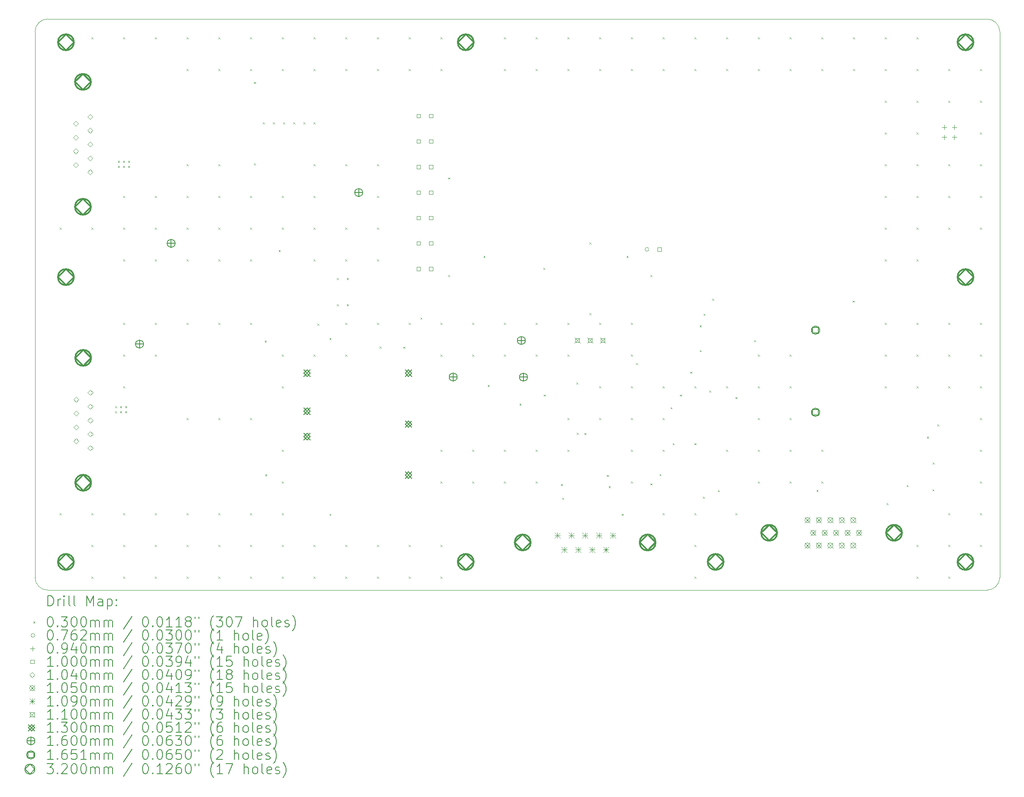
<source format=gbr>
%TF.GenerationSoftware,KiCad,Pcbnew,8.0.6*%
%TF.CreationDate,2025-05-06T15:07:11-04:00*%
%TF.ProjectId,TPC_COLD_HV_PDU,5450435f-434f-44c4-945f-48565f504455,rev?*%
%TF.SameCoordinates,Original*%
%TF.FileFunction,Drillmap*%
%TF.FilePolarity,Positive*%
%FSLAX45Y45*%
G04 Gerber Fmt 4.5, Leading zero omitted, Abs format (unit mm)*
G04 Created by KiCad (PCBNEW 8.0.6) date 2025-05-06 15:07:11*
%MOMM*%
%LPD*%
G01*
G04 APERTURE LIST*
%ADD10C,0.050000*%
%ADD11C,0.200000*%
%ADD12C,0.100000*%
%ADD13C,0.104000*%
%ADD14C,0.105000*%
%ADD15C,0.109000*%
%ADD16C,0.110000*%
%ADD17C,0.130000*%
%ADD18C,0.160000*%
%ADD19C,0.165100*%
%ADD20C,0.320000*%
G04 APERTURE END LIST*
D10*
X27686000Y-5588000D02*
X27686000Y-16510000D01*
X8636000Y-16764000D02*
G75*
G02*
X8382000Y-16510000I0J254000D01*
G01*
X27432000Y-5334000D02*
G75*
G02*
X27686000Y-5588000I0J-254000D01*
G01*
X27686000Y-16510000D02*
G75*
G02*
X27432000Y-16764000I-254000J0D01*
G01*
X27432000Y-16764000D02*
X8636000Y-16764000D01*
X8382000Y-5588000D02*
G75*
G02*
X8636000Y-5334000I254000J0D01*
G01*
X8382000Y-16510000D02*
X8382000Y-5588000D01*
X8636000Y-5334000D02*
X27432000Y-5334000D01*
D11*
D12*
X8875000Y-9510000D02*
X8905000Y-9540000D01*
X8905000Y-9510000D02*
X8875000Y-9540000D01*
X8875000Y-15225000D02*
X8905000Y-15255000D01*
X8905000Y-15225000D02*
X8875000Y-15255000D01*
X9510000Y-5700000D02*
X9540000Y-5730000D01*
X9540000Y-5700000D02*
X9510000Y-5730000D01*
X9510000Y-9510000D02*
X9540000Y-9540000D01*
X9540000Y-9510000D02*
X9510000Y-9540000D01*
X9510000Y-15225000D02*
X9540000Y-15255000D01*
X9540000Y-15225000D02*
X9510000Y-15255000D01*
X9510000Y-15860000D02*
X9540000Y-15890000D01*
X9540000Y-15860000D02*
X9510000Y-15890000D01*
X9510000Y-16495000D02*
X9540000Y-16525000D01*
X9540000Y-16495000D02*
X9510000Y-16525000D01*
X9985000Y-13085000D02*
X10015000Y-13115000D01*
X10015000Y-13085000D02*
X9985000Y-13115000D01*
X9985000Y-13185000D02*
X10015000Y-13215000D01*
X10015000Y-13185000D02*
X9985000Y-13215000D01*
X10040600Y-8171900D02*
X10070600Y-8201900D01*
X10070600Y-8171900D02*
X10040600Y-8201900D01*
X10040600Y-8273500D02*
X10070600Y-8303500D01*
X10070600Y-8273500D02*
X10040600Y-8303500D01*
X10085000Y-13085000D02*
X10115000Y-13115000D01*
X10115000Y-13085000D02*
X10085000Y-13115000D01*
X10085000Y-13185000D02*
X10115000Y-13215000D01*
X10115000Y-13185000D02*
X10085000Y-13215000D01*
X10142200Y-8171900D02*
X10172200Y-8201900D01*
X10172200Y-8171900D02*
X10142200Y-8201900D01*
X10142200Y-8273500D02*
X10172200Y-8303500D01*
X10172200Y-8273500D02*
X10142200Y-8303500D01*
X10145000Y-5700000D02*
X10175000Y-5730000D01*
X10175000Y-5700000D02*
X10145000Y-5730000D01*
X10145000Y-8875000D02*
X10175000Y-8905000D01*
X10175000Y-8875000D02*
X10145000Y-8905000D01*
X10145000Y-9510000D02*
X10175000Y-9540000D01*
X10175000Y-9510000D02*
X10145000Y-9540000D01*
X10145000Y-10145000D02*
X10175000Y-10175000D01*
X10175000Y-10145000D02*
X10145000Y-10175000D01*
X10145000Y-11415000D02*
X10175000Y-11445000D01*
X10175000Y-11415000D02*
X10145000Y-11445000D01*
X10145000Y-12050000D02*
X10175000Y-12080000D01*
X10175000Y-12050000D02*
X10145000Y-12080000D01*
X10145000Y-12685000D02*
X10175000Y-12715000D01*
X10175000Y-12685000D02*
X10145000Y-12715000D01*
X10145000Y-15225000D02*
X10175000Y-15255000D01*
X10175000Y-15225000D02*
X10145000Y-15255000D01*
X10145000Y-15860000D02*
X10175000Y-15890000D01*
X10175000Y-15860000D02*
X10145000Y-15890000D01*
X10145000Y-16495000D02*
X10175000Y-16525000D01*
X10175000Y-16495000D02*
X10145000Y-16525000D01*
X10185000Y-13085000D02*
X10215000Y-13115000D01*
X10215000Y-13085000D02*
X10185000Y-13115000D01*
X10185000Y-13185000D02*
X10215000Y-13215000D01*
X10215000Y-13185000D02*
X10185000Y-13215000D01*
X10243800Y-8171900D02*
X10273800Y-8201900D01*
X10273800Y-8171900D02*
X10243800Y-8201900D01*
X10243800Y-8273500D02*
X10273800Y-8303500D01*
X10273800Y-8273500D02*
X10243800Y-8303500D01*
X10780000Y-5700000D02*
X10810000Y-5730000D01*
X10810000Y-5700000D02*
X10780000Y-5730000D01*
X10780000Y-8875000D02*
X10810000Y-8905000D01*
X10810000Y-8875000D02*
X10780000Y-8905000D01*
X10780000Y-9510000D02*
X10810000Y-9540000D01*
X10810000Y-9510000D02*
X10780000Y-9540000D01*
X10780000Y-10145000D02*
X10810000Y-10175000D01*
X10810000Y-10145000D02*
X10780000Y-10175000D01*
X10780000Y-11415000D02*
X10810000Y-11445000D01*
X10810000Y-11415000D02*
X10780000Y-11445000D01*
X10780000Y-12050000D02*
X10810000Y-12080000D01*
X10810000Y-12050000D02*
X10780000Y-12080000D01*
X10780000Y-15225000D02*
X10810000Y-15255000D01*
X10810000Y-15225000D02*
X10780000Y-15255000D01*
X10780000Y-15860000D02*
X10810000Y-15890000D01*
X10810000Y-15860000D02*
X10780000Y-15890000D01*
X10780000Y-16495000D02*
X10810000Y-16525000D01*
X10810000Y-16495000D02*
X10780000Y-16525000D01*
X11415000Y-5700000D02*
X11445000Y-5730000D01*
X11445000Y-5700000D02*
X11415000Y-5730000D01*
X11415000Y-6335000D02*
X11445000Y-6365000D01*
X11445000Y-6335000D02*
X11415000Y-6365000D01*
X11415000Y-8240000D02*
X11445000Y-8270000D01*
X11445000Y-8240000D02*
X11415000Y-8270000D01*
X11415000Y-8875000D02*
X11445000Y-8905000D01*
X11445000Y-8875000D02*
X11415000Y-8905000D01*
X11415000Y-9510000D02*
X11445000Y-9540000D01*
X11445000Y-9510000D02*
X11415000Y-9540000D01*
X11415000Y-10145000D02*
X11445000Y-10175000D01*
X11445000Y-10145000D02*
X11415000Y-10175000D01*
X11415000Y-11415000D02*
X11445000Y-11445000D01*
X11445000Y-11415000D02*
X11415000Y-11445000D01*
X11415000Y-13320000D02*
X11445000Y-13350000D01*
X11445000Y-13320000D02*
X11415000Y-13350000D01*
X11415000Y-15225000D02*
X11445000Y-15255000D01*
X11445000Y-15225000D02*
X11415000Y-15255000D01*
X11415000Y-15860000D02*
X11445000Y-15890000D01*
X11445000Y-15860000D02*
X11415000Y-15890000D01*
X11415000Y-16495000D02*
X11445000Y-16525000D01*
X11445000Y-16495000D02*
X11415000Y-16525000D01*
X12050000Y-5700000D02*
X12080000Y-5730000D01*
X12080000Y-5700000D02*
X12050000Y-5730000D01*
X12050000Y-6335000D02*
X12080000Y-6365000D01*
X12080000Y-6335000D02*
X12050000Y-6365000D01*
X12050000Y-8240000D02*
X12080000Y-8270000D01*
X12080000Y-8240000D02*
X12050000Y-8270000D01*
X12050000Y-8875000D02*
X12080000Y-8905000D01*
X12080000Y-8875000D02*
X12050000Y-8905000D01*
X12050000Y-9510000D02*
X12080000Y-9540000D01*
X12080000Y-9510000D02*
X12050000Y-9540000D01*
X12050000Y-10145000D02*
X12080000Y-10175000D01*
X12080000Y-10145000D02*
X12050000Y-10175000D01*
X12050000Y-11415000D02*
X12080000Y-11445000D01*
X12080000Y-11415000D02*
X12050000Y-11445000D01*
X12050000Y-13320000D02*
X12080000Y-13350000D01*
X12080000Y-13320000D02*
X12050000Y-13350000D01*
X12050000Y-15225000D02*
X12080000Y-15255000D01*
X12080000Y-15225000D02*
X12050000Y-15255000D01*
X12050000Y-15860000D02*
X12080000Y-15890000D01*
X12080000Y-15860000D02*
X12050000Y-15890000D01*
X12050000Y-16495000D02*
X12080000Y-16525000D01*
X12080000Y-16495000D02*
X12050000Y-16525000D01*
X12685000Y-5700000D02*
X12715000Y-5730000D01*
X12715000Y-5700000D02*
X12685000Y-5730000D01*
X12685000Y-6335000D02*
X12715000Y-6365000D01*
X12715000Y-6335000D02*
X12685000Y-6365000D01*
X12685000Y-8875000D02*
X12715000Y-8905000D01*
X12715000Y-8875000D02*
X12685000Y-8905000D01*
X12685000Y-9510000D02*
X12715000Y-9540000D01*
X12715000Y-9510000D02*
X12685000Y-9540000D01*
X12685000Y-10145000D02*
X12715000Y-10175000D01*
X12715000Y-10145000D02*
X12685000Y-10175000D01*
X12685000Y-11415000D02*
X12715000Y-11445000D01*
X12715000Y-11415000D02*
X12685000Y-11445000D01*
X12685000Y-13320000D02*
X12715000Y-13350000D01*
X12715000Y-13320000D02*
X12685000Y-13350000D01*
X12685000Y-15225000D02*
X12715000Y-15255000D01*
X12715000Y-15225000D02*
X12685000Y-15255000D01*
X12685000Y-15860000D02*
X12715000Y-15890000D01*
X12715000Y-15860000D02*
X12685000Y-15890000D01*
X12685000Y-16495000D02*
X12715000Y-16525000D01*
X12715000Y-16495000D02*
X12685000Y-16525000D01*
X12762000Y-8224500D02*
X12792000Y-8254500D01*
X12792000Y-8224500D02*
X12762000Y-8254500D01*
X12763000Y-6594500D02*
X12793000Y-6624500D01*
X12793000Y-6594500D02*
X12763000Y-6624500D01*
X12939000Y-7401800D02*
X12969000Y-7431800D01*
X12969000Y-7401800D02*
X12939000Y-7431800D01*
X12980000Y-11772000D02*
X13010000Y-11802000D01*
X13010000Y-11772000D02*
X12980000Y-11802000D01*
X12989000Y-14448000D02*
X13019000Y-14478000D01*
X13019000Y-14448000D02*
X12989000Y-14478000D01*
X13142200Y-7401800D02*
X13172200Y-7431800D01*
X13172200Y-7401800D02*
X13142200Y-7431800D01*
X13258000Y-9959500D02*
X13288000Y-9989500D01*
X13288000Y-9959500D02*
X13258000Y-9989500D01*
X13320000Y-5700000D02*
X13350000Y-5730000D01*
X13350000Y-5700000D02*
X13320000Y-5730000D01*
X13320000Y-6335000D02*
X13350000Y-6365000D01*
X13350000Y-6335000D02*
X13320000Y-6365000D01*
X13320000Y-8875000D02*
X13350000Y-8905000D01*
X13350000Y-8875000D02*
X13320000Y-8905000D01*
X13320000Y-9510000D02*
X13350000Y-9540000D01*
X13350000Y-9510000D02*
X13320000Y-9540000D01*
X13320000Y-12050000D02*
X13350000Y-12080000D01*
X13350000Y-12050000D02*
X13320000Y-12080000D01*
X13320000Y-12685000D02*
X13350000Y-12715000D01*
X13350000Y-12685000D02*
X13320000Y-12715000D01*
X13320000Y-13955000D02*
X13350000Y-13985000D01*
X13350000Y-13955000D02*
X13320000Y-13985000D01*
X13320000Y-14590000D02*
X13350000Y-14620000D01*
X13350000Y-14590000D02*
X13320000Y-14620000D01*
X13320000Y-15225000D02*
X13350000Y-15255000D01*
X13350000Y-15225000D02*
X13320000Y-15255000D01*
X13320000Y-15860000D02*
X13350000Y-15890000D01*
X13350000Y-15860000D02*
X13320000Y-15890000D01*
X13320000Y-16495000D02*
X13350000Y-16525000D01*
X13350000Y-16495000D02*
X13320000Y-16525000D01*
X13345400Y-7401800D02*
X13375400Y-7431800D01*
X13375400Y-7401800D02*
X13345400Y-7431800D01*
X13548600Y-7401800D02*
X13578600Y-7431800D01*
X13578600Y-7401800D02*
X13548600Y-7431800D01*
X13751800Y-7401800D02*
X13781800Y-7431800D01*
X13781800Y-7401800D02*
X13751800Y-7431800D01*
X13955000Y-5700000D02*
X13985000Y-5730000D01*
X13985000Y-5700000D02*
X13955000Y-5730000D01*
X13955000Y-6335000D02*
X13985000Y-6365000D01*
X13985000Y-6335000D02*
X13955000Y-6365000D01*
X13955000Y-7401800D02*
X13985000Y-7431800D01*
X13985000Y-7401800D02*
X13955000Y-7431800D01*
X13955000Y-8240000D02*
X13985000Y-8270000D01*
X13985000Y-8240000D02*
X13955000Y-8270000D01*
X13955000Y-8875000D02*
X13985000Y-8905000D01*
X13985000Y-8875000D02*
X13955000Y-8905000D01*
X13955000Y-9510000D02*
X13985000Y-9540000D01*
X13985000Y-9510000D02*
X13955000Y-9540000D01*
X13955000Y-10145000D02*
X13985000Y-10175000D01*
X13985000Y-10145000D02*
X13955000Y-10175000D01*
X13955000Y-12050000D02*
X13985000Y-12080000D01*
X13985000Y-12050000D02*
X13955000Y-12080000D01*
X13955000Y-15860000D02*
X13985000Y-15890000D01*
X13985000Y-15860000D02*
X13955000Y-15890000D01*
X13955000Y-16495000D02*
X13985000Y-16525000D01*
X13985000Y-16495000D02*
X13955000Y-16525000D01*
X14035000Y-11432500D02*
X14065000Y-11462500D01*
X14065000Y-11432500D02*
X14035000Y-11462500D01*
X14276000Y-11719000D02*
X14306000Y-11749000D01*
X14306000Y-11719000D02*
X14276000Y-11749000D01*
X14276000Y-15238000D02*
X14306000Y-15268000D01*
X14306000Y-15238000D02*
X14276000Y-15268000D01*
X14424000Y-10520000D02*
X14454000Y-10550000D01*
X14454000Y-10520000D02*
X14424000Y-10550000D01*
X14425000Y-11045000D02*
X14455000Y-11075000D01*
X14455000Y-11045000D02*
X14425000Y-11075000D01*
X14590000Y-5700000D02*
X14620000Y-5730000D01*
X14620000Y-5700000D02*
X14590000Y-5730000D01*
X14590000Y-6335000D02*
X14620000Y-6365000D01*
X14620000Y-6335000D02*
X14590000Y-6365000D01*
X14590000Y-8240000D02*
X14620000Y-8270000D01*
X14620000Y-8240000D02*
X14590000Y-8270000D01*
X14590000Y-9510000D02*
X14620000Y-9540000D01*
X14620000Y-9510000D02*
X14590000Y-9540000D01*
X14590000Y-10145000D02*
X14620000Y-10175000D01*
X14620000Y-10145000D02*
X14590000Y-10175000D01*
X14590000Y-11415000D02*
X14620000Y-11445000D01*
X14620000Y-11415000D02*
X14590000Y-11445000D01*
X14590000Y-12050000D02*
X14620000Y-12080000D01*
X14620000Y-12050000D02*
X14590000Y-12080000D01*
X14590000Y-15860000D02*
X14620000Y-15890000D01*
X14620000Y-15860000D02*
X14590000Y-15890000D01*
X14590000Y-16495000D02*
X14620000Y-16525000D01*
X14620000Y-16495000D02*
X14590000Y-16525000D01*
X14621000Y-10520000D02*
X14651000Y-10550000D01*
X14651000Y-10520000D02*
X14621000Y-10550000D01*
X14621000Y-11045000D02*
X14651000Y-11075000D01*
X14651000Y-11045000D02*
X14621000Y-11075000D01*
X15225000Y-5700000D02*
X15255000Y-5730000D01*
X15255000Y-5700000D02*
X15225000Y-5730000D01*
X15225000Y-6335000D02*
X15255000Y-6365000D01*
X15255000Y-6335000D02*
X15225000Y-6365000D01*
X15225000Y-8240000D02*
X15255000Y-8270000D01*
X15255000Y-8240000D02*
X15225000Y-8270000D01*
X15225000Y-8875000D02*
X15255000Y-8905000D01*
X15255000Y-8875000D02*
X15225000Y-8905000D01*
X15225000Y-9510000D02*
X15255000Y-9540000D01*
X15255000Y-9510000D02*
X15225000Y-9540000D01*
X15225000Y-10145000D02*
X15255000Y-10175000D01*
X15255000Y-10145000D02*
X15225000Y-10175000D01*
X15225000Y-11415000D02*
X15255000Y-11445000D01*
X15255000Y-11415000D02*
X15225000Y-11445000D01*
X15225000Y-15860000D02*
X15255000Y-15890000D01*
X15255000Y-15860000D02*
X15225000Y-15890000D01*
X15225000Y-16495000D02*
X15255000Y-16525000D01*
X15255000Y-16495000D02*
X15225000Y-16525000D01*
X15275800Y-11892000D02*
X15305800Y-11922000D01*
X15305800Y-11892000D02*
X15275800Y-11922000D01*
X15751000Y-11893000D02*
X15781000Y-11923000D01*
X15781000Y-11893000D02*
X15751000Y-11923000D01*
X15860000Y-5700000D02*
X15890000Y-5730000D01*
X15890000Y-5700000D02*
X15860000Y-5730000D01*
X15860000Y-6335000D02*
X15890000Y-6365000D01*
X15890000Y-6335000D02*
X15860000Y-6365000D01*
X15860000Y-11415000D02*
X15890000Y-11445000D01*
X15890000Y-11415000D02*
X15860000Y-11445000D01*
X15860000Y-15860000D02*
X15890000Y-15890000D01*
X15890000Y-15860000D02*
X15860000Y-15890000D01*
X15860000Y-16495000D02*
X15890000Y-16525000D01*
X15890000Y-16495000D02*
X15860000Y-16525000D01*
X16096500Y-11312000D02*
X16126500Y-11342000D01*
X16126500Y-11312000D02*
X16096500Y-11342000D01*
X16495000Y-5700000D02*
X16525000Y-5730000D01*
X16525000Y-5700000D02*
X16495000Y-5730000D01*
X16495000Y-6335000D02*
X16525000Y-6365000D01*
X16525000Y-6335000D02*
X16495000Y-6365000D01*
X16495000Y-11415000D02*
X16525000Y-11445000D01*
X16525000Y-11415000D02*
X16495000Y-11445000D01*
X16495000Y-12050000D02*
X16525000Y-12080000D01*
X16525000Y-12050000D02*
X16495000Y-12080000D01*
X16495000Y-13955000D02*
X16525000Y-13985000D01*
X16525000Y-13955000D02*
X16495000Y-13985000D01*
X16495000Y-14590000D02*
X16525000Y-14620000D01*
X16525000Y-14590000D02*
X16495000Y-14620000D01*
X16495000Y-15860000D02*
X16525000Y-15890000D01*
X16525000Y-15860000D02*
X16495000Y-15890000D01*
X16495000Y-16495000D02*
X16525000Y-16525000D01*
X16525000Y-16495000D02*
X16495000Y-16525000D01*
X16648000Y-8508000D02*
X16678000Y-8538000D01*
X16678000Y-8508000D02*
X16648000Y-8538000D01*
X16649000Y-10461000D02*
X16679000Y-10491000D01*
X16679000Y-10461000D02*
X16649000Y-10491000D01*
X17130000Y-11415000D02*
X17160000Y-11445000D01*
X17160000Y-11415000D02*
X17130000Y-11445000D01*
X17130000Y-12050000D02*
X17160000Y-12080000D01*
X17160000Y-12050000D02*
X17130000Y-12080000D01*
X17130000Y-13955000D02*
X17160000Y-13985000D01*
X17160000Y-13955000D02*
X17130000Y-13985000D01*
X17130000Y-14590000D02*
X17160000Y-14620000D01*
X17160000Y-14590000D02*
X17130000Y-14620000D01*
X17357000Y-10079500D02*
X17387000Y-10109500D01*
X17387000Y-10079500D02*
X17357000Y-10109500D01*
X17440000Y-12659000D02*
X17470000Y-12689000D01*
X17470000Y-12659000D02*
X17440000Y-12689000D01*
X17765000Y-5700000D02*
X17795000Y-5730000D01*
X17795000Y-5700000D02*
X17765000Y-5730000D01*
X17765000Y-6335000D02*
X17795000Y-6365000D01*
X17795000Y-6335000D02*
X17765000Y-6365000D01*
X17765000Y-11415000D02*
X17795000Y-11445000D01*
X17795000Y-11415000D02*
X17765000Y-11445000D01*
X17765000Y-12050000D02*
X17795000Y-12080000D01*
X17795000Y-12050000D02*
X17765000Y-12080000D01*
X17765000Y-13955000D02*
X17795000Y-13985000D01*
X17795000Y-13955000D02*
X17765000Y-13985000D01*
X17765000Y-14590000D02*
X17795000Y-14620000D01*
X17795000Y-14590000D02*
X17765000Y-14620000D01*
X18076000Y-13032000D02*
X18106000Y-13062000D01*
X18106000Y-13032000D02*
X18076000Y-13062000D01*
X18400000Y-5700000D02*
X18430000Y-5730000D01*
X18430000Y-5700000D02*
X18400000Y-5730000D01*
X18400000Y-6335000D02*
X18430000Y-6365000D01*
X18430000Y-6335000D02*
X18400000Y-6365000D01*
X18400000Y-11415000D02*
X18430000Y-11445000D01*
X18430000Y-11415000D02*
X18400000Y-11445000D01*
X18400000Y-12050000D02*
X18430000Y-12080000D01*
X18430000Y-12050000D02*
X18400000Y-12080000D01*
X18400000Y-13955000D02*
X18430000Y-13985000D01*
X18430000Y-13955000D02*
X18400000Y-13985000D01*
X18400000Y-14590000D02*
X18430000Y-14620000D01*
X18430000Y-14590000D02*
X18400000Y-14620000D01*
X18556000Y-10317000D02*
X18586000Y-10347000D01*
X18586000Y-10317000D02*
X18556000Y-10347000D01*
X18563000Y-12850000D02*
X18593000Y-12880000D01*
X18593000Y-12850000D02*
X18563000Y-12880000D01*
X18905500Y-14643000D02*
X18935500Y-14673000D01*
X18935500Y-14643000D02*
X18905500Y-14673000D01*
X18930500Y-14916000D02*
X18960500Y-14946000D01*
X18960500Y-14916000D02*
X18930500Y-14946000D01*
X19035000Y-5700000D02*
X19065000Y-5730000D01*
X19065000Y-5700000D02*
X19035000Y-5730000D01*
X19035000Y-6335000D02*
X19065000Y-6365000D01*
X19065000Y-6335000D02*
X19035000Y-6365000D01*
X19035000Y-11415000D02*
X19065000Y-11445000D01*
X19065000Y-11415000D02*
X19035000Y-11445000D01*
X19035000Y-12050000D02*
X19065000Y-12080000D01*
X19065000Y-12050000D02*
X19035000Y-12080000D01*
X19035000Y-13320000D02*
X19065000Y-13350000D01*
X19065000Y-13320000D02*
X19035000Y-13350000D01*
X19035000Y-13955000D02*
X19065000Y-13985000D01*
X19065000Y-13955000D02*
X19035000Y-13985000D01*
X19215000Y-12611000D02*
X19245000Y-12641000D01*
X19245000Y-12611000D02*
X19215000Y-12641000D01*
X19221500Y-13619000D02*
X19251500Y-13649000D01*
X19251500Y-13619000D02*
X19221500Y-13649000D01*
X19376500Y-13620000D02*
X19406500Y-13650000D01*
X19406500Y-13620000D02*
X19376500Y-13650000D01*
X19476000Y-11223000D02*
X19506000Y-11253000D01*
X19506000Y-11223000D02*
X19476000Y-11253000D01*
X19477000Y-9807000D02*
X19507000Y-9837000D01*
X19507000Y-9807000D02*
X19477000Y-9837000D01*
X19670000Y-5700000D02*
X19700000Y-5730000D01*
X19700000Y-5700000D02*
X19670000Y-5730000D01*
X19670000Y-6335000D02*
X19700000Y-6365000D01*
X19700000Y-6335000D02*
X19670000Y-6365000D01*
X19670000Y-11415000D02*
X19700000Y-11445000D01*
X19700000Y-11415000D02*
X19670000Y-11445000D01*
X19670000Y-12685000D02*
X19700000Y-12715000D01*
X19700000Y-12685000D02*
X19670000Y-12715000D01*
X19670000Y-13320000D02*
X19700000Y-13350000D01*
X19700000Y-13320000D02*
X19670000Y-13350000D01*
X19823500Y-14459000D02*
X19853500Y-14489000D01*
X19853500Y-14459000D02*
X19823500Y-14489000D01*
X19862500Y-14685000D02*
X19892500Y-14715000D01*
X19892500Y-14685000D02*
X19862500Y-14715000D01*
X20123000Y-15238000D02*
X20153000Y-15268000D01*
X20153000Y-15238000D02*
X20123000Y-15268000D01*
X20217000Y-10080000D02*
X20247000Y-10110000D01*
X20247000Y-10080000D02*
X20217000Y-10110000D01*
X20305000Y-5700000D02*
X20335000Y-5730000D01*
X20335000Y-5700000D02*
X20305000Y-5730000D01*
X20305000Y-6335000D02*
X20335000Y-6365000D01*
X20335000Y-6335000D02*
X20305000Y-6365000D01*
X20305000Y-11415000D02*
X20335000Y-11445000D01*
X20335000Y-11415000D02*
X20305000Y-11445000D01*
X20305000Y-12050000D02*
X20335000Y-12080000D01*
X20335000Y-12050000D02*
X20305000Y-12080000D01*
X20305000Y-12685000D02*
X20335000Y-12715000D01*
X20335000Y-12685000D02*
X20305000Y-12715000D01*
X20305000Y-13320000D02*
X20335000Y-13350000D01*
X20335000Y-13320000D02*
X20305000Y-13350000D01*
X20305000Y-13955000D02*
X20335000Y-13985000D01*
X20335000Y-13955000D02*
X20305000Y-13985000D01*
X20305000Y-14590000D02*
X20335000Y-14620000D01*
X20335000Y-14590000D02*
X20305000Y-14620000D01*
X20409000Y-12220000D02*
X20439000Y-12250000D01*
X20439000Y-12220000D02*
X20409000Y-12250000D01*
X20698000Y-10461000D02*
X20728000Y-10491000D01*
X20728000Y-10461000D02*
X20698000Y-10491000D01*
X20698000Y-14629000D02*
X20728000Y-14659000D01*
X20728000Y-14629000D02*
X20698000Y-14659000D01*
X20878500Y-14444380D02*
X20908500Y-14474380D01*
X20908500Y-14444380D02*
X20878500Y-14474380D01*
X20940000Y-5700000D02*
X20970000Y-5730000D01*
X20970000Y-5700000D02*
X20940000Y-5730000D01*
X20940000Y-6335000D02*
X20970000Y-6365000D01*
X20970000Y-6335000D02*
X20940000Y-6365000D01*
X20940000Y-12685000D02*
X20970000Y-12715000D01*
X20970000Y-12685000D02*
X20940000Y-12715000D01*
X20940000Y-13320000D02*
X20970000Y-13350000D01*
X20970000Y-13320000D02*
X20940000Y-13350000D01*
X20940000Y-13955000D02*
X20970000Y-13985000D01*
X20970000Y-13955000D02*
X20940000Y-13985000D01*
X20940000Y-15225000D02*
X20970000Y-15255000D01*
X20970000Y-15225000D02*
X20940000Y-15255000D01*
X21100500Y-13103380D02*
X21130500Y-13133380D01*
X21130500Y-13103380D02*
X21100500Y-13133380D01*
X21141500Y-13824380D02*
X21171500Y-13854380D01*
X21171500Y-13824380D02*
X21141500Y-13854380D01*
X21291000Y-12850000D02*
X21321000Y-12880000D01*
X21321000Y-12850000D02*
X21291000Y-12880000D01*
X21494000Y-12395000D02*
X21524000Y-12425000D01*
X21524000Y-12395000D02*
X21494000Y-12425000D01*
X21575000Y-5700000D02*
X21605000Y-5730000D01*
X21605000Y-5700000D02*
X21575000Y-5730000D01*
X21575000Y-6335000D02*
X21605000Y-6365000D01*
X21605000Y-6335000D02*
X21575000Y-6365000D01*
X21575000Y-12685000D02*
X21605000Y-12715000D01*
X21605000Y-12685000D02*
X21575000Y-12715000D01*
X21575000Y-15225000D02*
X21605000Y-15255000D01*
X21605000Y-15225000D02*
X21575000Y-15255000D01*
X21575000Y-15860000D02*
X21605000Y-15890000D01*
X21605000Y-15860000D02*
X21575000Y-15890000D01*
X21575000Y-16495000D02*
X21605000Y-16525000D01*
X21605000Y-16495000D02*
X21575000Y-16525000D01*
X21578500Y-13823380D02*
X21608500Y-13853380D01*
X21608500Y-13823380D02*
X21578500Y-13853380D01*
X21683000Y-11466000D02*
X21713000Y-11496000D01*
X21713000Y-11466000D02*
X21683000Y-11496000D01*
X21683000Y-11962000D02*
X21713000Y-11992000D01*
X21713000Y-11962000D02*
X21683000Y-11992000D01*
X21745500Y-14897380D02*
X21775500Y-14927380D01*
X21775500Y-14897380D02*
X21745500Y-14927380D01*
X21758500Y-11234000D02*
X21788500Y-11264000D01*
X21788500Y-11234000D02*
X21758500Y-11264000D01*
X21874500Y-12772380D02*
X21904500Y-12802380D01*
X21904500Y-12772380D02*
X21874500Y-12802380D01*
X21932000Y-10935000D02*
X21962000Y-10965000D01*
X21962000Y-10935000D02*
X21932000Y-10965000D01*
X22047500Y-14762880D02*
X22077500Y-14792880D01*
X22077500Y-14762880D02*
X22047500Y-14792880D01*
X22210000Y-5700000D02*
X22240000Y-5730000D01*
X22240000Y-5700000D02*
X22210000Y-5730000D01*
X22210000Y-6335000D02*
X22240000Y-6365000D01*
X22240000Y-6335000D02*
X22210000Y-6365000D01*
X22210000Y-12685000D02*
X22240000Y-12715000D01*
X22240000Y-12685000D02*
X22210000Y-12715000D01*
X22210000Y-13955000D02*
X22240000Y-13985000D01*
X22240000Y-13955000D02*
X22210000Y-13985000D01*
X22398000Y-12902000D02*
X22428000Y-12932000D01*
X22428000Y-12902000D02*
X22398000Y-12932000D01*
X22398000Y-15224000D02*
X22428000Y-15254000D01*
X22428000Y-15224000D02*
X22398000Y-15254000D01*
X22769000Y-11762000D02*
X22799000Y-11792000D01*
X22799000Y-11762000D02*
X22769000Y-11792000D01*
X22845000Y-5700000D02*
X22875000Y-5730000D01*
X22875000Y-5700000D02*
X22845000Y-5730000D01*
X22845000Y-6335000D02*
X22875000Y-6365000D01*
X22875000Y-6335000D02*
X22845000Y-6365000D01*
X22845000Y-12050000D02*
X22875000Y-12080000D01*
X22875000Y-12050000D02*
X22845000Y-12080000D01*
X22845000Y-12685000D02*
X22875000Y-12715000D01*
X22875000Y-12685000D02*
X22845000Y-12715000D01*
X22845000Y-13320000D02*
X22875000Y-13350000D01*
X22875000Y-13320000D02*
X22845000Y-13350000D01*
X22845000Y-13955000D02*
X22875000Y-13985000D01*
X22875000Y-13955000D02*
X22845000Y-13985000D01*
X22845000Y-14590000D02*
X22875000Y-14620000D01*
X22875000Y-14590000D02*
X22845000Y-14620000D01*
X23480000Y-5700000D02*
X23510000Y-5730000D01*
X23510000Y-5700000D02*
X23480000Y-5730000D01*
X23480000Y-6335000D02*
X23510000Y-6365000D01*
X23510000Y-6335000D02*
X23480000Y-6365000D01*
X23480000Y-12050000D02*
X23510000Y-12080000D01*
X23510000Y-12050000D02*
X23480000Y-12080000D01*
X23480000Y-12685000D02*
X23510000Y-12715000D01*
X23510000Y-12685000D02*
X23480000Y-12715000D01*
X23480000Y-13320000D02*
X23510000Y-13350000D01*
X23510000Y-13320000D02*
X23480000Y-13350000D01*
X23480000Y-13955000D02*
X23510000Y-13985000D01*
X23510000Y-13955000D02*
X23480000Y-13985000D01*
X23480000Y-14590000D02*
X23510000Y-14620000D01*
X23510000Y-14590000D02*
X23480000Y-14620000D01*
X24018119Y-14761023D02*
X24048119Y-14791023D01*
X24048119Y-14761023D02*
X24018119Y-14791023D01*
X24115000Y-5700000D02*
X24145000Y-5730000D01*
X24145000Y-5700000D02*
X24115000Y-5730000D01*
X24115000Y-6335000D02*
X24145000Y-6365000D01*
X24145000Y-6335000D02*
X24115000Y-6365000D01*
X24115000Y-13955000D02*
X24145000Y-13985000D01*
X24145000Y-13955000D02*
X24115000Y-13985000D01*
X24115000Y-14590000D02*
X24145000Y-14620000D01*
X24145000Y-14590000D02*
X24115000Y-14620000D01*
X24746000Y-10973000D02*
X24776000Y-11003000D01*
X24776000Y-10973000D02*
X24746000Y-11003000D01*
X24750000Y-5700000D02*
X24780000Y-5730000D01*
X24780000Y-5700000D02*
X24750000Y-5730000D01*
X24750000Y-6335000D02*
X24780000Y-6365000D01*
X24780000Y-6335000D02*
X24750000Y-6365000D01*
X25385000Y-5700000D02*
X25415000Y-5730000D01*
X25415000Y-5700000D02*
X25385000Y-5730000D01*
X25385000Y-6335000D02*
X25415000Y-6365000D01*
X25415000Y-6335000D02*
X25385000Y-6365000D01*
X25385000Y-6970000D02*
X25415000Y-7000000D01*
X25415000Y-6970000D02*
X25385000Y-7000000D01*
X25385000Y-7605000D02*
X25415000Y-7635000D01*
X25415000Y-7605000D02*
X25385000Y-7635000D01*
X25385000Y-8240000D02*
X25415000Y-8270000D01*
X25415000Y-8240000D02*
X25385000Y-8270000D01*
X25385000Y-8875000D02*
X25415000Y-8905000D01*
X25415000Y-8875000D02*
X25385000Y-8905000D01*
X25385000Y-9510000D02*
X25415000Y-9540000D01*
X25415000Y-9510000D02*
X25385000Y-9540000D01*
X25385000Y-10145000D02*
X25415000Y-10175000D01*
X25415000Y-10145000D02*
X25385000Y-10175000D01*
X25385000Y-11415000D02*
X25415000Y-11445000D01*
X25415000Y-11415000D02*
X25385000Y-11445000D01*
X25385000Y-12050000D02*
X25415000Y-12080000D01*
X25415000Y-12050000D02*
X25385000Y-12080000D01*
X25385000Y-12685000D02*
X25415000Y-12715000D01*
X25415000Y-12685000D02*
X25385000Y-12715000D01*
X25421000Y-15025000D02*
X25451000Y-15055000D01*
X25451000Y-15025000D02*
X25421000Y-15055000D01*
X25823000Y-14662000D02*
X25853000Y-14692000D01*
X25853000Y-14662000D02*
X25823000Y-14692000D01*
X26020000Y-5700000D02*
X26050000Y-5730000D01*
X26050000Y-5700000D02*
X26020000Y-5730000D01*
X26020000Y-6335000D02*
X26050000Y-6365000D01*
X26050000Y-6335000D02*
X26020000Y-6365000D01*
X26020000Y-6970000D02*
X26050000Y-7000000D01*
X26050000Y-6970000D02*
X26020000Y-7000000D01*
X26020000Y-7605000D02*
X26050000Y-7635000D01*
X26050000Y-7605000D02*
X26020000Y-7635000D01*
X26020000Y-8240000D02*
X26050000Y-8270000D01*
X26050000Y-8240000D02*
X26020000Y-8270000D01*
X26020000Y-8875000D02*
X26050000Y-8905000D01*
X26050000Y-8875000D02*
X26020000Y-8905000D01*
X26020000Y-9510000D02*
X26050000Y-9540000D01*
X26050000Y-9510000D02*
X26020000Y-9540000D01*
X26020000Y-10145000D02*
X26050000Y-10175000D01*
X26050000Y-10145000D02*
X26020000Y-10175000D01*
X26020000Y-11415000D02*
X26050000Y-11445000D01*
X26050000Y-11415000D02*
X26020000Y-11445000D01*
X26020000Y-12050000D02*
X26050000Y-12080000D01*
X26050000Y-12050000D02*
X26020000Y-12080000D01*
X26020000Y-12685000D02*
X26050000Y-12715000D01*
X26050000Y-12685000D02*
X26020000Y-12715000D01*
X26020000Y-15860000D02*
X26050000Y-15890000D01*
X26050000Y-15860000D02*
X26020000Y-15890000D01*
X26020000Y-16495000D02*
X26050000Y-16525000D01*
X26050000Y-16495000D02*
X26020000Y-16525000D01*
X26230000Y-13692000D02*
X26260000Y-13722000D01*
X26260000Y-13692000D02*
X26230000Y-13722000D01*
X26341000Y-14748000D02*
X26371000Y-14778000D01*
X26371000Y-14748000D02*
X26341000Y-14778000D01*
X26342000Y-14210000D02*
X26372000Y-14240000D01*
X26372000Y-14210000D02*
X26342000Y-14240000D01*
X26436000Y-13449000D02*
X26466000Y-13479000D01*
X26466000Y-13449000D02*
X26436000Y-13479000D01*
X26655000Y-6335000D02*
X26685000Y-6365000D01*
X26685000Y-6335000D02*
X26655000Y-6365000D01*
X26655000Y-6970000D02*
X26685000Y-7000000D01*
X26685000Y-6970000D02*
X26655000Y-7000000D01*
X26655000Y-8240000D02*
X26685000Y-8270000D01*
X26685000Y-8240000D02*
X26655000Y-8270000D01*
X26655000Y-8875000D02*
X26685000Y-8905000D01*
X26685000Y-8875000D02*
X26655000Y-8905000D01*
X26655000Y-9510000D02*
X26685000Y-9540000D01*
X26685000Y-9510000D02*
X26655000Y-9540000D01*
X26655000Y-11415000D02*
X26685000Y-11445000D01*
X26685000Y-11415000D02*
X26655000Y-11445000D01*
X26655000Y-12050000D02*
X26685000Y-12080000D01*
X26685000Y-12050000D02*
X26655000Y-12080000D01*
X26655000Y-12685000D02*
X26685000Y-12715000D01*
X26685000Y-12685000D02*
X26655000Y-12715000D01*
X26655000Y-15225000D02*
X26685000Y-15255000D01*
X26685000Y-15225000D02*
X26655000Y-15255000D01*
X26655000Y-15860000D02*
X26685000Y-15890000D01*
X26685000Y-15860000D02*
X26655000Y-15890000D01*
X26655000Y-16495000D02*
X26685000Y-16525000D01*
X26685000Y-16495000D02*
X26655000Y-16525000D01*
X27290000Y-6335000D02*
X27320000Y-6365000D01*
X27320000Y-6335000D02*
X27290000Y-6365000D01*
X27290000Y-6970000D02*
X27320000Y-7000000D01*
X27320000Y-6970000D02*
X27290000Y-7000000D01*
X27290000Y-7605000D02*
X27320000Y-7635000D01*
X27320000Y-7605000D02*
X27290000Y-7635000D01*
X27290000Y-8240000D02*
X27320000Y-8270000D01*
X27320000Y-8240000D02*
X27290000Y-8270000D01*
X27290000Y-8875000D02*
X27320000Y-8905000D01*
X27320000Y-8875000D02*
X27290000Y-8905000D01*
X27290000Y-9510000D02*
X27320000Y-9540000D01*
X27320000Y-9510000D02*
X27290000Y-9540000D01*
X27290000Y-11415000D02*
X27320000Y-11445000D01*
X27320000Y-11415000D02*
X27290000Y-11445000D01*
X27290000Y-12050000D02*
X27320000Y-12080000D01*
X27320000Y-12050000D02*
X27290000Y-12080000D01*
X27290000Y-12685000D02*
X27320000Y-12715000D01*
X27320000Y-12685000D02*
X27290000Y-12715000D01*
X27290000Y-13320000D02*
X27320000Y-13350000D01*
X27320000Y-13320000D02*
X27290000Y-13350000D01*
X27290000Y-13955000D02*
X27320000Y-13985000D01*
X27320000Y-13955000D02*
X27290000Y-13985000D01*
X27290000Y-14590000D02*
X27320000Y-14620000D01*
X27320000Y-14590000D02*
X27290000Y-14620000D01*
X27290000Y-15225000D02*
X27320000Y-15255000D01*
X27320000Y-15225000D02*
X27290000Y-15255000D01*
X27290000Y-15860000D02*
X27320000Y-15890000D01*
X27320000Y-15860000D02*
X27290000Y-15890000D01*
X20664100Y-9944500D02*
G75*
G02*
X20587900Y-9944500I-38100J0D01*
G01*
X20587900Y-9944500D02*
G75*
G02*
X20664100Y-9944500I38100J0D01*
G01*
X26578000Y-7454010D02*
X26578000Y-7547990D01*
X26531010Y-7501000D02*
X26624990Y-7501000D01*
X26578000Y-7654010D02*
X26578000Y-7747990D01*
X26531010Y-7701000D02*
X26624990Y-7701000D01*
X26778000Y-7454010D02*
X26778000Y-7547990D01*
X26731010Y-7501000D02*
X26824990Y-7501000D01*
X26778000Y-7654010D02*
X26778000Y-7747990D01*
X26731010Y-7701000D02*
X26824990Y-7701000D01*
X16091356Y-7309856D02*
X16091356Y-7239144D01*
X16020644Y-7239144D01*
X16020644Y-7309856D01*
X16091356Y-7309856D01*
X16091356Y-7819856D02*
X16091356Y-7749144D01*
X16020644Y-7749144D01*
X16020644Y-7819856D01*
X16091356Y-7819856D01*
X16091356Y-8329856D02*
X16091356Y-8259144D01*
X16020644Y-8259144D01*
X16020644Y-8329856D01*
X16091356Y-8329856D01*
X16091356Y-8839856D02*
X16091356Y-8769144D01*
X16020644Y-8769144D01*
X16020644Y-8839856D01*
X16091356Y-8839856D01*
X16091356Y-9349856D02*
X16091356Y-9279144D01*
X16020644Y-9279144D01*
X16020644Y-9349856D01*
X16091356Y-9349856D01*
X16091356Y-9859856D02*
X16091356Y-9789144D01*
X16020644Y-9789144D01*
X16020644Y-9859856D01*
X16091356Y-9859856D01*
X16091356Y-10369856D02*
X16091356Y-10299144D01*
X16020644Y-10299144D01*
X16020644Y-10369856D01*
X16091356Y-10369856D01*
X16341356Y-7309856D02*
X16341356Y-7239144D01*
X16270644Y-7239144D01*
X16270644Y-7309856D01*
X16341356Y-7309856D01*
X16341356Y-7819856D02*
X16341356Y-7749144D01*
X16270644Y-7749144D01*
X16270644Y-7819856D01*
X16341356Y-7819856D01*
X16341356Y-8329856D02*
X16341356Y-8259144D01*
X16270644Y-8259144D01*
X16270644Y-8329856D01*
X16341356Y-8329856D01*
X16341356Y-8839856D02*
X16341356Y-8769144D01*
X16270644Y-8769144D01*
X16270644Y-8839856D01*
X16341356Y-8839856D01*
X16341356Y-9349856D02*
X16341356Y-9279144D01*
X16270644Y-9279144D01*
X16270644Y-9349856D01*
X16341356Y-9349856D01*
X16341356Y-9859856D02*
X16341356Y-9789144D01*
X16270644Y-9789144D01*
X16270644Y-9859856D01*
X16341356Y-9859856D01*
X16341356Y-10369856D02*
X16341356Y-10299144D01*
X16270644Y-10299144D01*
X16270644Y-10369856D01*
X16341356Y-10369856D01*
X20911356Y-9979856D02*
X20911356Y-9909144D01*
X20840644Y-9909144D01*
X20840644Y-9979856D01*
X20911356Y-9979856D01*
D13*
X9199000Y-7478500D02*
X9251000Y-7426500D01*
X9199000Y-7374500D01*
X9147000Y-7426500D01*
X9199000Y-7478500D01*
X9199000Y-7755500D02*
X9251000Y-7703500D01*
X9199000Y-7651500D01*
X9147000Y-7703500D01*
X9199000Y-7755500D01*
X9199000Y-8032500D02*
X9251000Y-7980500D01*
X9199000Y-7928500D01*
X9147000Y-7980500D01*
X9199000Y-8032500D01*
X9199000Y-8309500D02*
X9251000Y-8257500D01*
X9199000Y-8205500D01*
X9147000Y-8257500D01*
X9199000Y-8309500D01*
X9204000Y-13002500D02*
X9256000Y-12950500D01*
X9204000Y-12898500D01*
X9152000Y-12950500D01*
X9204000Y-13002500D01*
X9204000Y-13279500D02*
X9256000Y-13227500D01*
X9204000Y-13175500D01*
X9152000Y-13227500D01*
X9204000Y-13279500D01*
X9204000Y-13556500D02*
X9256000Y-13504500D01*
X9204000Y-13452500D01*
X9152000Y-13504500D01*
X9204000Y-13556500D01*
X9204000Y-13833500D02*
X9256000Y-13781500D01*
X9204000Y-13729500D01*
X9152000Y-13781500D01*
X9204000Y-13833500D01*
X9483000Y-7340000D02*
X9535000Y-7288000D01*
X9483000Y-7236000D01*
X9431000Y-7288000D01*
X9483000Y-7340000D01*
X9483000Y-7617000D02*
X9535000Y-7565000D01*
X9483000Y-7513000D01*
X9431000Y-7565000D01*
X9483000Y-7617000D01*
X9483000Y-7894000D02*
X9535000Y-7842000D01*
X9483000Y-7790000D01*
X9431000Y-7842000D01*
X9483000Y-7894000D01*
X9483000Y-8171000D02*
X9535000Y-8119000D01*
X9483000Y-8067000D01*
X9431000Y-8119000D01*
X9483000Y-8171000D01*
X9483000Y-8448000D02*
X9535000Y-8396000D01*
X9483000Y-8344000D01*
X9431000Y-8396000D01*
X9483000Y-8448000D01*
X9488000Y-12864000D02*
X9540000Y-12812000D01*
X9488000Y-12760000D01*
X9436000Y-12812000D01*
X9488000Y-12864000D01*
X9488000Y-13141000D02*
X9540000Y-13089000D01*
X9488000Y-13037000D01*
X9436000Y-13089000D01*
X9488000Y-13141000D01*
X9488000Y-13418000D02*
X9540000Y-13366000D01*
X9488000Y-13314000D01*
X9436000Y-13366000D01*
X9488000Y-13418000D01*
X9488000Y-13695000D02*
X9540000Y-13643000D01*
X9488000Y-13591000D01*
X9436000Y-13643000D01*
X9488000Y-13695000D01*
X9488000Y-13972000D02*
X9540000Y-13920000D01*
X9488000Y-13868000D01*
X9436000Y-13920000D01*
X9488000Y-13972000D01*
D14*
X23785100Y-15310500D02*
X23890100Y-15415500D01*
X23890100Y-15310500D02*
X23785100Y-15415500D01*
X23890100Y-15363000D02*
G75*
G02*
X23785100Y-15363000I-52500J0D01*
G01*
X23785100Y-15363000D02*
G75*
G02*
X23890100Y-15363000I52500J0D01*
G01*
X23785100Y-15818500D02*
X23890100Y-15923500D01*
X23890100Y-15818500D02*
X23785100Y-15923500D01*
X23890100Y-15871000D02*
G75*
G02*
X23785100Y-15871000I-52500J0D01*
G01*
X23785100Y-15871000D02*
G75*
G02*
X23890100Y-15871000I52500J0D01*
G01*
X23899600Y-15564500D02*
X24004600Y-15669500D01*
X24004600Y-15564500D02*
X23899600Y-15669500D01*
X24004600Y-15617000D02*
G75*
G02*
X23899600Y-15617000I-52500J0D01*
G01*
X23899600Y-15617000D02*
G75*
G02*
X24004600Y-15617000I52500J0D01*
G01*
X24014100Y-15310500D02*
X24119100Y-15415500D01*
X24119100Y-15310500D02*
X24014100Y-15415500D01*
X24119100Y-15363000D02*
G75*
G02*
X24014100Y-15363000I-52500J0D01*
G01*
X24014100Y-15363000D02*
G75*
G02*
X24119100Y-15363000I52500J0D01*
G01*
X24014100Y-15818500D02*
X24119100Y-15923500D01*
X24119100Y-15818500D02*
X24014100Y-15923500D01*
X24119100Y-15871000D02*
G75*
G02*
X24014100Y-15871000I-52500J0D01*
G01*
X24014100Y-15871000D02*
G75*
G02*
X24119100Y-15871000I52500J0D01*
G01*
X24128600Y-15564500D02*
X24233600Y-15669500D01*
X24233600Y-15564500D02*
X24128600Y-15669500D01*
X24233600Y-15617000D02*
G75*
G02*
X24128600Y-15617000I-52500J0D01*
G01*
X24128600Y-15617000D02*
G75*
G02*
X24233600Y-15617000I52500J0D01*
G01*
X24243100Y-15310500D02*
X24348100Y-15415500D01*
X24348100Y-15310500D02*
X24243100Y-15415500D01*
X24348100Y-15363000D02*
G75*
G02*
X24243100Y-15363000I-52500J0D01*
G01*
X24243100Y-15363000D02*
G75*
G02*
X24348100Y-15363000I52500J0D01*
G01*
X24243100Y-15818500D02*
X24348100Y-15923500D01*
X24348100Y-15818500D02*
X24243100Y-15923500D01*
X24348100Y-15871000D02*
G75*
G02*
X24243100Y-15871000I-52500J0D01*
G01*
X24243100Y-15871000D02*
G75*
G02*
X24348100Y-15871000I52500J0D01*
G01*
X24357600Y-15564500D02*
X24462600Y-15669500D01*
X24462600Y-15564500D02*
X24357600Y-15669500D01*
X24462600Y-15617000D02*
G75*
G02*
X24357600Y-15617000I-52500J0D01*
G01*
X24357600Y-15617000D02*
G75*
G02*
X24462600Y-15617000I52500J0D01*
G01*
X24472100Y-15310500D02*
X24577100Y-15415500D01*
X24577100Y-15310500D02*
X24472100Y-15415500D01*
X24577100Y-15363000D02*
G75*
G02*
X24472100Y-15363000I-52500J0D01*
G01*
X24472100Y-15363000D02*
G75*
G02*
X24577100Y-15363000I52500J0D01*
G01*
X24472100Y-15818500D02*
X24577100Y-15923500D01*
X24577100Y-15818500D02*
X24472100Y-15923500D01*
X24577100Y-15871000D02*
G75*
G02*
X24472100Y-15871000I-52500J0D01*
G01*
X24472100Y-15871000D02*
G75*
G02*
X24577100Y-15871000I52500J0D01*
G01*
X24586600Y-15564500D02*
X24691600Y-15669500D01*
X24691600Y-15564500D02*
X24586600Y-15669500D01*
X24691600Y-15617000D02*
G75*
G02*
X24586600Y-15617000I-52500J0D01*
G01*
X24586600Y-15617000D02*
G75*
G02*
X24691600Y-15617000I52500J0D01*
G01*
X24701100Y-15310500D02*
X24806100Y-15415500D01*
X24806100Y-15310500D02*
X24701100Y-15415500D01*
X24806100Y-15363000D02*
G75*
G02*
X24701100Y-15363000I-52500J0D01*
G01*
X24701100Y-15363000D02*
G75*
G02*
X24806100Y-15363000I52500J0D01*
G01*
X24701100Y-15818500D02*
X24806100Y-15923500D01*
X24806100Y-15818500D02*
X24701100Y-15923500D01*
X24806100Y-15871000D02*
G75*
G02*
X24701100Y-15871000I-52500J0D01*
G01*
X24701100Y-15871000D02*
G75*
G02*
X24806100Y-15871000I52500J0D01*
G01*
X24815600Y-15564500D02*
X24920600Y-15669500D01*
X24920600Y-15564500D02*
X24815600Y-15669500D01*
X24920600Y-15617000D02*
G75*
G02*
X24815600Y-15617000I-52500J0D01*
G01*
X24815600Y-15617000D02*
G75*
G02*
X24920600Y-15617000I52500J0D01*
G01*
D15*
X18781500Y-15614500D02*
X18890500Y-15723500D01*
X18890500Y-15614500D02*
X18781500Y-15723500D01*
X18836000Y-15614500D02*
X18836000Y-15723500D01*
X18781500Y-15669000D02*
X18890500Y-15669000D01*
X18920000Y-15898500D02*
X19029000Y-16007500D01*
X19029000Y-15898500D02*
X18920000Y-16007500D01*
X18974500Y-15898500D02*
X18974500Y-16007500D01*
X18920000Y-15953000D02*
X19029000Y-15953000D01*
X19058500Y-15614500D02*
X19167500Y-15723500D01*
X19167500Y-15614500D02*
X19058500Y-15723500D01*
X19113000Y-15614500D02*
X19113000Y-15723500D01*
X19058500Y-15669000D02*
X19167500Y-15669000D01*
X19197000Y-15898500D02*
X19306000Y-16007500D01*
X19306000Y-15898500D02*
X19197000Y-16007500D01*
X19251500Y-15898500D02*
X19251500Y-16007500D01*
X19197000Y-15953000D02*
X19306000Y-15953000D01*
X19335500Y-15614500D02*
X19444500Y-15723500D01*
X19444500Y-15614500D02*
X19335500Y-15723500D01*
X19390000Y-15614500D02*
X19390000Y-15723500D01*
X19335500Y-15669000D02*
X19444500Y-15669000D01*
X19474000Y-15898500D02*
X19583000Y-16007500D01*
X19583000Y-15898500D02*
X19474000Y-16007500D01*
X19528500Y-15898500D02*
X19528500Y-16007500D01*
X19474000Y-15953000D02*
X19583000Y-15953000D01*
X19612500Y-15614500D02*
X19721500Y-15723500D01*
X19721500Y-15614500D02*
X19612500Y-15723500D01*
X19667000Y-15614500D02*
X19667000Y-15723500D01*
X19612500Y-15669000D02*
X19721500Y-15669000D01*
X19751000Y-15898500D02*
X19860000Y-16007500D01*
X19860000Y-15898500D02*
X19751000Y-16007500D01*
X19805500Y-15898500D02*
X19805500Y-16007500D01*
X19751000Y-15953000D02*
X19860000Y-15953000D01*
X19889500Y-15614500D02*
X19998500Y-15723500D01*
X19998500Y-15614500D02*
X19889500Y-15723500D01*
X19944000Y-15614500D02*
X19944000Y-15723500D01*
X19889500Y-15669000D02*
X19998500Y-15669000D01*
D16*
X19177000Y-11711000D02*
X19287000Y-11821000D01*
X19287000Y-11711000D02*
X19177000Y-11821000D01*
X19270891Y-11804891D02*
X19270891Y-11727109D01*
X19193109Y-11727109D01*
X19193109Y-11804891D01*
X19270891Y-11804891D01*
X19431000Y-11711000D02*
X19541000Y-11821000D01*
X19541000Y-11711000D02*
X19431000Y-11821000D01*
X19524891Y-11804891D02*
X19524891Y-11727109D01*
X19447109Y-11727109D01*
X19447109Y-11804891D01*
X19524891Y-11804891D01*
X19685000Y-11711000D02*
X19795000Y-11821000D01*
X19795000Y-11711000D02*
X19685000Y-11821000D01*
X19778891Y-11804891D02*
X19778891Y-11727109D01*
X19701109Y-11727109D01*
X19701109Y-11804891D01*
X19778891Y-11804891D01*
D17*
X13759750Y-12358000D02*
X13889750Y-12488000D01*
X13889750Y-12358000D02*
X13759750Y-12488000D01*
X13824750Y-12488000D02*
X13889750Y-12423000D01*
X13824750Y-12358000D01*
X13759750Y-12423000D01*
X13824750Y-12488000D01*
X13759750Y-13118000D02*
X13889750Y-13248000D01*
X13889750Y-13118000D02*
X13759750Y-13248000D01*
X13824750Y-13248000D02*
X13889750Y-13183000D01*
X13824750Y-13118000D01*
X13759750Y-13183000D01*
X13824750Y-13248000D01*
X13759750Y-13628000D02*
X13889750Y-13758000D01*
X13889750Y-13628000D02*
X13759750Y-13758000D01*
X13824750Y-13758000D02*
X13889750Y-13693000D01*
X13824750Y-13628000D01*
X13759750Y-13693000D01*
X13824750Y-13758000D01*
X15789750Y-12358000D02*
X15919750Y-12488000D01*
X15919750Y-12358000D02*
X15789750Y-12488000D01*
X15854750Y-12488000D02*
X15919750Y-12423000D01*
X15854750Y-12358000D01*
X15789750Y-12423000D01*
X15854750Y-12488000D01*
X15789750Y-13378000D02*
X15919750Y-13508000D01*
X15919750Y-13378000D02*
X15789750Y-13508000D01*
X15854750Y-13508000D02*
X15919750Y-13443000D01*
X15854750Y-13378000D01*
X15789750Y-13443000D01*
X15854750Y-13508000D01*
X15789750Y-14398000D02*
X15919750Y-14528000D01*
X15919750Y-14398000D02*
X15789750Y-14528000D01*
X15854750Y-14528000D02*
X15919750Y-14463000D01*
X15854750Y-14398000D01*
X15789750Y-14463000D01*
X15854750Y-14528000D01*
D18*
X10473000Y-11761000D02*
X10473000Y-11921000D01*
X10393000Y-11841000D02*
X10553000Y-11841000D01*
X10553000Y-11841000D02*
G75*
G02*
X10393000Y-11841000I-80000J0D01*
G01*
X10393000Y-11841000D02*
G75*
G02*
X10553000Y-11841000I80000J0D01*
G01*
X11106000Y-9744000D02*
X11106000Y-9904000D01*
X11026000Y-9824000D02*
X11186000Y-9824000D01*
X11186000Y-9824000D02*
G75*
G02*
X11026000Y-9824000I-80000J0D01*
G01*
X11026000Y-9824000D02*
G75*
G02*
X11186000Y-9824000I80000J0D01*
G01*
X14859000Y-8727500D02*
X14859000Y-8887500D01*
X14779000Y-8807500D02*
X14939000Y-8807500D01*
X14939000Y-8807500D02*
G75*
G02*
X14779000Y-8807500I-80000J0D01*
G01*
X14779000Y-8807500D02*
G75*
G02*
X14939000Y-8807500I80000J0D01*
G01*
X16749000Y-12419000D02*
X16749000Y-12579000D01*
X16669000Y-12499000D02*
X16829000Y-12499000D01*
X16829000Y-12499000D02*
G75*
G02*
X16669000Y-12499000I-80000J0D01*
G01*
X16669000Y-12499000D02*
G75*
G02*
X16829000Y-12499000I80000J0D01*
G01*
X18113000Y-11688000D02*
X18113000Y-11848000D01*
X18033000Y-11768000D02*
X18193000Y-11768000D01*
X18193000Y-11768000D02*
G75*
G02*
X18033000Y-11768000I-80000J0D01*
G01*
X18033000Y-11768000D02*
G75*
G02*
X18193000Y-11768000I80000J0D01*
G01*
X18156000Y-12422000D02*
X18156000Y-12582000D01*
X18076000Y-12502000D02*
X18236000Y-12502000D01*
X18236000Y-12502000D02*
G75*
G02*
X18076000Y-12502000I-80000J0D01*
G01*
X18076000Y-12502000D02*
G75*
G02*
X18236000Y-12502000I80000J0D01*
G01*
D19*
X24058372Y-11620372D02*
X24058372Y-11503628D01*
X23941628Y-11503628D01*
X23941628Y-11620372D01*
X24058372Y-11620372D01*
X24082550Y-11562000D02*
G75*
G02*
X23917450Y-11562000I-82550J0D01*
G01*
X23917450Y-11562000D02*
G75*
G02*
X24082550Y-11562000I82550J0D01*
G01*
X24058372Y-13263352D02*
X24058372Y-13146608D01*
X23941628Y-13146608D01*
X23941628Y-13263352D01*
X24058372Y-13263352D01*
X24082550Y-13204980D02*
G75*
G02*
X23917450Y-13204980I-82550J0D01*
G01*
X23917450Y-13204980D02*
G75*
G02*
X24082550Y-13204980I82550J0D01*
G01*
D20*
X9000000Y-5960000D02*
X9160000Y-5800000D01*
X9000000Y-5640000D01*
X8840000Y-5800000D01*
X9000000Y-5960000D01*
X9160000Y-5800000D02*
G75*
G02*
X8840000Y-5800000I-160000J0D01*
G01*
X8840000Y-5800000D02*
G75*
G02*
X9160000Y-5800000I160000J0D01*
G01*
X9000000Y-10660000D02*
X9160000Y-10500000D01*
X9000000Y-10340000D01*
X8840000Y-10500000D01*
X9000000Y-10660000D01*
X9160000Y-10500000D02*
G75*
G02*
X8840000Y-10500000I-160000J0D01*
G01*
X8840000Y-10500000D02*
G75*
G02*
X9160000Y-10500000I160000J0D01*
G01*
X9000000Y-16360000D02*
X9160000Y-16200000D01*
X9000000Y-16040000D01*
X8840000Y-16200000D01*
X9000000Y-16360000D01*
X9160000Y-16200000D02*
G75*
G02*
X8840000Y-16200000I-160000J0D01*
G01*
X8840000Y-16200000D02*
G75*
G02*
X9160000Y-16200000I160000J0D01*
G01*
X9341000Y-6752000D02*
X9501000Y-6592000D01*
X9341000Y-6432000D01*
X9181000Y-6592000D01*
X9341000Y-6752000D01*
X9501000Y-6592000D02*
G75*
G02*
X9181000Y-6592000I-160000J0D01*
G01*
X9181000Y-6592000D02*
G75*
G02*
X9501000Y-6592000I160000J0D01*
G01*
X9341000Y-9252000D02*
X9501000Y-9092000D01*
X9341000Y-8932000D01*
X9181000Y-9092000D01*
X9341000Y-9252000D01*
X9501000Y-9092000D02*
G75*
G02*
X9181000Y-9092000I-160000J0D01*
G01*
X9181000Y-9092000D02*
G75*
G02*
X9501000Y-9092000I160000J0D01*
G01*
X9346000Y-12276000D02*
X9506000Y-12116000D01*
X9346000Y-11956000D01*
X9186000Y-12116000D01*
X9346000Y-12276000D01*
X9506000Y-12116000D02*
G75*
G02*
X9186000Y-12116000I-160000J0D01*
G01*
X9186000Y-12116000D02*
G75*
G02*
X9506000Y-12116000I160000J0D01*
G01*
X9346000Y-14776000D02*
X9506000Y-14616000D01*
X9346000Y-14456000D01*
X9186000Y-14616000D01*
X9346000Y-14776000D01*
X9506000Y-14616000D02*
G75*
G02*
X9186000Y-14616000I-160000J0D01*
G01*
X9186000Y-14616000D02*
G75*
G02*
X9506000Y-14616000I160000J0D01*
G01*
X17000000Y-5960000D02*
X17160000Y-5800000D01*
X17000000Y-5640000D01*
X16840000Y-5800000D01*
X17000000Y-5960000D01*
X17160000Y-5800000D02*
G75*
G02*
X16840000Y-5800000I-160000J0D01*
G01*
X16840000Y-5800000D02*
G75*
G02*
X17160000Y-5800000I160000J0D01*
G01*
X17000000Y-16360000D02*
X17160000Y-16200000D01*
X17000000Y-16040000D01*
X16840000Y-16200000D01*
X17000000Y-16360000D01*
X17160000Y-16200000D02*
G75*
G02*
X16840000Y-16200000I-160000J0D01*
G01*
X16840000Y-16200000D02*
G75*
G02*
X17160000Y-16200000I160000J0D01*
G01*
X18140000Y-15971000D02*
X18300000Y-15811000D01*
X18140000Y-15651000D01*
X17980000Y-15811000D01*
X18140000Y-15971000D01*
X18300000Y-15811000D02*
G75*
G02*
X17980000Y-15811000I-160000J0D01*
G01*
X17980000Y-15811000D02*
G75*
G02*
X18300000Y-15811000I160000J0D01*
G01*
X20640000Y-15971000D02*
X20800000Y-15811000D01*
X20640000Y-15651000D01*
X20480000Y-15811000D01*
X20640000Y-15971000D01*
X20800000Y-15811000D02*
G75*
G02*
X20480000Y-15811000I-160000J0D01*
G01*
X20480000Y-15811000D02*
G75*
G02*
X20800000Y-15811000I160000J0D01*
G01*
X22000000Y-16360000D02*
X22160000Y-16200000D01*
X22000000Y-16040000D01*
X21840000Y-16200000D01*
X22000000Y-16360000D01*
X22160000Y-16200000D02*
G75*
G02*
X21840000Y-16200000I-160000J0D01*
G01*
X21840000Y-16200000D02*
G75*
G02*
X22160000Y-16200000I160000J0D01*
G01*
X23071500Y-15777000D02*
X23231500Y-15617000D01*
X23071500Y-15457000D01*
X22911500Y-15617000D01*
X23071500Y-15777000D01*
X23231500Y-15617000D02*
G75*
G02*
X22911500Y-15617000I-160000J0D01*
G01*
X22911500Y-15617000D02*
G75*
G02*
X23231500Y-15617000I160000J0D01*
G01*
X25570500Y-15777000D02*
X25730500Y-15617000D01*
X25570500Y-15457000D01*
X25410500Y-15617000D01*
X25570500Y-15777000D01*
X25730500Y-15617000D02*
G75*
G02*
X25410500Y-15617000I-160000J0D01*
G01*
X25410500Y-15617000D02*
G75*
G02*
X25730500Y-15617000I160000J0D01*
G01*
X27000000Y-5960000D02*
X27160000Y-5800000D01*
X27000000Y-5640000D01*
X26840000Y-5800000D01*
X27000000Y-5960000D01*
X27160000Y-5800000D02*
G75*
G02*
X26840000Y-5800000I-160000J0D01*
G01*
X26840000Y-5800000D02*
G75*
G02*
X27160000Y-5800000I160000J0D01*
G01*
X27000000Y-10660000D02*
X27160000Y-10500000D01*
X27000000Y-10340000D01*
X26840000Y-10500000D01*
X27000000Y-10660000D01*
X27160000Y-10500000D02*
G75*
G02*
X26840000Y-10500000I-160000J0D01*
G01*
X26840000Y-10500000D02*
G75*
G02*
X27160000Y-10500000I160000J0D01*
G01*
X27000000Y-16360000D02*
X27160000Y-16200000D01*
X27000000Y-16040000D01*
X26840000Y-16200000D01*
X27000000Y-16360000D01*
X27160000Y-16200000D02*
G75*
G02*
X26840000Y-16200000I-160000J0D01*
G01*
X26840000Y-16200000D02*
G75*
G02*
X27160000Y-16200000I160000J0D01*
G01*
D11*
X8640277Y-17077984D02*
X8640277Y-16877984D01*
X8640277Y-16877984D02*
X8687896Y-16877984D01*
X8687896Y-16877984D02*
X8716467Y-16887508D01*
X8716467Y-16887508D02*
X8735515Y-16906555D01*
X8735515Y-16906555D02*
X8745039Y-16925603D01*
X8745039Y-16925603D02*
X8754563Y-16963698D01*
X8754563Y-16963698D02*
X8754563Y-16992270D01*
X8754563Y-16992270D02*
X8745039Y-17030365D01*
X8745039Y-17030365D02*
X8735515Y-17049412D01*
X8735515Y-17049412D02*
X8716467Y-17068460D01*
X8716467Y-17068460D02*
X8687896Y-17077984D01*
X8687896Y-17077984D02*
X8640277Y-17077984D01*
X8840277Y-17077984D02*
X8840277Y-16944650D01*
X8840277Y-16982746D02*
X8849801Y-16963698D01*
X8849801Y-16963698D02*
X8859324Y-16954174D01*
X8859324Y-16954174D02*
X8878372Y-16944650D01*
X8878372Y-16944650D02*
X8897420Y-16944650D01*
X8964086Y-17077984D02*
X8964086Y-16944650D01*
X8964086Y-16877984D02*
X8954563Y-16887508D01*
X8954563Y-16887508D02*
X8964086Y-16897031D01*
X8964086Y-16897031D02*
X8973610Y-16887508D01*
X8973610Y-16887508D02*
X8964086Y-16877984D01*
X8964086Y-16877984D02*
X8964086Y-16897031D01*
X9087896Y-17077984D02*
X9068848Y-17068460D01*
X9068848Y-17068460D02*
X9059324Y-17049412D01*
X9059324Y-17049412D02*
X9059324Y-16877984D01*
X9192658Y-17077984D02*
X9173610Y-17068460D01*
X9173610Y-17068460D02*
X9164086Y-17049412D01*
X9164086Y-17049412D02*
X9164086Y-16877984D01*
X9421229Y-17077984D02*
X9421229Y-16877984D01*
X9421229Y-16877984D02*
X9487896Y-17020841D01*
X9487896Y-17020841D02*
X9554563Y-16877984D01*
X9554563Y-16877984D02*
X9554563Y-17077984D01*
X9735515Y-17077984D02*
X9735515Y-16973222D01*
X9735515Y-16973222D02*
X9725991Y-16954174D01*
X9725991Y-16954174D02*
X9706944Y-16944650D01*
X9706944Y-16944650D02*
X9668848Y-16944650D01*
X9668848Y-16944650D02*
X9649801Y-16954174D01*
X9735515Y-17068460D02*
X9716467Y-17077984D01*
X9716467Y-17077984D02*
X9668848Y-17077984D01*
X9668848Y-17077984D02*
X9649801Y-17068460D01*
X9649801Y-17068460D02*
X9640277Y-17049412D01*
X9640277Y-17049412D02*
X9640277Y-17030365D01*
X9640277Y-17030365D02*
X9649801Y-17011317D01*
X9649801Y-17011317D02*
X9668848Y-17001793D01*
X9668848Y-17001793D02*
X9716467Y-17001793D01*
X9716467Y-17001793D02*
X9735515Y-16992270D01*
X9830753Y-16944650D02*
X9830753Y-17144650D01*
X9830753Y-16954174D02*
X9849801Y-16944650D01*
X9849801Y-16944650D02*
X9887896Y-16944650D01*
X9887896Y-16944650D02*
X9906944Y-16954174D01*
X9906944Y-16954174D02*
X9916467Y-16963698D01*
X9916467Y-16963698D02*
X9925991Y-16982746D01*
X9925991Y-16982746D02*
X9925991Y-17039889D01*
X9925991Y-17039889D02*
X9916467Y-17058936D01*
X9916467Y-17058936D02*
X9906944Y-17068460D01*
X9906944Y-17068460D02*
X9887896Y-17077984D01*
X9887896Y-17077984D02*
X9849801Y-17077984D01*
X9849801Y-17077984D02*
X9830753Y-17068460D01*
X10011705Y-17058936D02*
X10021229Y-17068460D01*
X10021229Y-17068460D02*
X10011705Y-17077984D01*
X10011705Y-17077984D02*
X10002182Y-17068460D01*
X10002182Y-17068460D02*
X10011705Y-17058936D01*
X10011705Y-17058936D02*
X10011705Y-17077984D01*
X10011705Y-16954174D02*
X10021229Y-16963698D01*
X10021229Y-16963698D02*
X10011705Y-16973222D01*
X10011705Y-16973222D02*
X10002182Y-16963698D01*
X10002182Y-16963698D02*
X10011705Y-16954174D01*
X10011705Y-16954174D02*
X10011705Y-16973222D01*
D12*
X8349500Y-17391500D02*
X8379500Y-17421500D01*
X8379500Y-17391500D02*
X8349500Y-17421500D01*
D11*
X8678372Y-17297984D02*
X8697420Y-17297984D01*
X8697420Y-17297984D02*
X8716467Y-17307508D01*
X8716467Y-17307508D02*
X8725991Y-17317031D01*
X8725991Y-17317031D02*
X8735515Y-17336079D01*
X8735515Y-17336079D02*
X8745039Y-17374174D01*
X8745039Y-17374174D02*
X8745039Y-17421793D01*
X8745039Y-17421793D02*
X8735515Y-17459889D01*
X8735515Y-17459889D02*
X8725991Y-17478936D01*
X8725991Y-17478936D02*
X8716467Y-17488460D01*
X8716467Y-17488460D02*
X8697420Y-17497984D01*
X8697420Y-17497984D02*
X8678372Y-17497984D01*
X8678372Y-17497984D02*
X8659324Y-17488460D01*
X8659324Y-17488460D02*
X8649801Y-17478936D01*
X8649801Y-17478936D02*
X8640277Y-17459889D01*
X8640277Y-17459889D02*
X8630753Y-17421793D01*
X8630753Y-17421793D02*
X8630753Y-17374174D01*
X8630753Y-17374174D02*
X8640277Y-17336079D01*
X8640277Y-17336079D02*
X8649801Y-17317031D01*
X8649801Y-17317031D02*
X8659324Y-17307508D01*
X8659324Y-17307508D02*
X8678372Y-17297984D01*
X8830753Y-17478936D02*
X8840277Y-17488460D01*
X8840277Y-17488460D02*
X8830753Y-17497984D01*
X8830753Y-17497984D02*
X8821229Y-17488460D01*
X8821229Y-17488460D02*
X8830753Y-17478936D01*
X8830753Y-17478936D02*
X8830753Y-17497984D01*
X8906944Y-17297984D02*
X9030753Y-17297984D01*
X9030753Y-17297984D02*
X8964086Y-17374174D01*
X8964086Y-17374174D02*
X8992658Y-17374174D01*
X8992658Y-17374174D02*
X9011705Y-17383698D01*
X9011705Y-17383698D02*
X9021229Y-17393222D01*
X9021229Y-17393222D02*
X9030753Y-17412270D01*
X9030753Y-17412270D02*
X9030753Y-17459889D01*
X9030753Y-17459889D02*
X9021229Y-17478936D01*
X9021229Y-17478936D02*
X9011705Y-17488460D01*
X9011705Y-17488460D02*
X8992658Y-17497984D01*
X8992658Y-17497984D02*
X8935515Y-17497984D01*
X8935515Y-17497984D02*
X8916467Y-17488460D01*
X8916467Y-17488460D02*
X8906944Y-17478936D01*
X9154563Y-17297984D02*
X9173610Y-17297984D01*
X9173610Y-17297984D02*
X9192658Y-17307508D01*
X9192658Y-17307508D02*
X9202182Y-17317031D01*
X9202182Y-17317031D02*
X9211705Y-17336079D01*
X9211705Y-17336079D02*
X9221229Y-17374174D01*
X9221229Y-17374174D02*
X9221229Y-17421793D01*
X9221229Y-17421793D02*
X9211705Y-17459889D01*
X9211705Y-17459889D02*
X9202182Y-17478936D01*
X9202182Y-17478936D02*
X9192658Y-17488460D01*
X9192658Y-17488460D02*
X9173610Y-17497984D01*
X9173610Y-17497984D02*
X9154563Y-17497984D01*
X9154563Y-17497984D02*
X9135515Y-17488460D01*
X9135515Y-17488460D02*
X9125991Y-17478936D01*
X9125991Y-17478936D02*
X9116467Y-17459889D01*
X9116467Y-17459889D02*
X9106944Y-17421793D01*
X9106944Y-17421793D02*
X9106944Y-17374174D01*
X9106944Y-17374174D02*
X9116467Y-17336079D01*
X9116467Y-17336079D02*
X9125991Y-17317031D01*
X9125991Y-17317031D02*
X9135515Y-17307508D01*
X9135515Y-17307508D02*
X9154563Y-17297984D01*
X9345039Y-17297984D02*
X9364086Y-17297984D01*
X9364086Y-17297984D02*
X9383134Y-17307508D01*
X9383134Y-17307508D02*
X9392658Y-17317031D01*
X9392658Y-17317031D02*
X9402182Y-17336079D01*
X9402182Y-17336079D02*
X9411705Y-17374174D01*
X9411705Y-17374174D02*
X9411705Y-17421793D01*
X9411705Y-17421793D02*
X9402182Y-17459889D01*
X9402182Y-17459889D02*
X9392658Y-17478936D01*
X9392658Y-17478936D02*
X9383134Y-17488460D01*
X9383134Y-17488460D02*
X9364086Y-17497984D01*
X9364086Y-17497984D02*
X9345039Y-17497984D01*
X9345039Y-17497984D02*
X9325991Y-17488460D01*
X9325991Y-17488460D02*
X9316467Y-17478936D01*
X9316467Y-17478936D02*
X9306944Y-17459889D01*
X9306944Y-17459889D02*
X9297420Y-17421793D01*
X9297420Y-17421793D02*
X9297420Y-17374174D01*
X9297420Y-17374174D02*
X9306944Y-17336079D01*
X9306944Y-17336079D02*
X9316467Y-17317031D01*
X9316467Y-17317031D02*
X9325991Y-17307508D01*
X9325991Y-17307508D02*
X9345039Y-17297984D01*
X9497420Y-17497984D02*
X9497420Y-17364650D01*
X9497420Y-17383698D02*
X9506944Y-17374174D01*
X9506944Y-17374174D02*
X9525991Y-17364650D01*
X9525991Y-17364650D02*
X9554563Y-17364650D01*
X9554563Y-17364650D02*
X9573610Y-17374174D01*
X9573610Y-17374174D02*
X9583134Y-17393222D01*
X9583134Y-17393222D02*
X9583134Y-17497984D01*
X9583134Y-17393222D02*
X9592658Y-17374174D01*
X9592658Y-17374174D02*
X9611705Y-17364650D01*
X9611705Y-17364650D02*
X9640277Y-17364650D01*
X9640277Y-17364650D02*
X9659325Y-17374174D01*
X9659325Y-17374174D02*
X9668848Y-17393222D01*
X9668848Y-17393222D02*
X9668848Y-17497984D01*
X9764086Y-17497984D02*
X9764086Y-17364650D01*
X9764086Y-17383698D02*
X9773610Y-17374174D01*
X9773610Y-17374174D02*
X9792658Y-17364650D01*
X9792658Y-17364650D02*
X9821229Y-17364650D01*
X9821229Y-17364650D02*
X9840277Y-17374174D01*
X9840277Y-17374174D02*
X9849801Y-17393222D01*
X9849801Y-17393222D02*
X9849801Y-17497984D01*
X9849801Y-17393222D02*
X9859325Y-17374174D01*
X9859325Y-17374174D02*
X9878372Y-17364650D01*
X9878372Y-17364650D02*
X9906944Y-17364650D01*
X9906944Y-17364650D02*
X9925991Y-17374174D01*
X9925991Y-17374174D02*
X9935515Y-17393222D01*
X9935515Y-17393222D02*
X9935515Y-17497984D01*
X10325991Y-17288460D02*
X10154563Y-17545603D01*
X10583134Y-17297984D02*
X10602182Y-17297984D01*
X10602182Y-17297984D02*
X10621229Y-17307508D01*
X10621229Y-17307508D02*
X10630753Y-17317031D01*
X10630753Y-17317031D02*
X10640277Y-17336079D01*
X10640277Y-17336079D02*
X10649801Y-17374174D01*
X10649801Y-17374174D02*
X10649801Y-17421793D01*
X10649801Y-17421793D02*
X10640277Y-17459889D01*
X10640277Y-17459889D02*
X10630753Y-17478936D01*
X10630753Y-17478936D02*
X10621229Y-17488460D01*
X10621229Y-17488460D02*
X10602182Y-17497984D01*
X10602182Y-17497984D02*
X10583134Y-17497984D01*
X10583134Y-17497984D02*
X10564087Y-17488460D01*
X10564087Y-17488460D02*
X10554563Y-17478936D01*
X10554563Y-17478936D02*
X10545039Y-17459889D01*
X10545039Y-17459889D02*
X10535515Y-17421793D01*
X10535515Y-17421793D02*
X10535515Y-17374174D01*
X10535515Y-17374174D02*
X10545039Y-17336079D01*
X10545039Y-17336079D02*
X10554563Y-17317031D01*
X10554563Y-17317031D02*
X10564087Y-17307508D01*
X10564087Y-17307508D02*
X10583134Y-17297984D01*
X10735515Y-17478936D02*
X10745039Y-17488460D01*
X10745039Y-17488460D02*
X10735515Y-17497984D01*
X10735515Y-17497984D02*
X10725991Y-17488460D01*
X10725991Y-17488460D02*
X10735515Y-17478936D01*
X10735515Y-17478936D02*
X10735515Y-17497984D01*
X10868848Y-17297984D02*
X10887896Y-17297984D01*
X10887896Y-17297984D02*
X10906944Y-17307508D01*
X10906944Y-17307508D02*
X10916468Y-17317031D01*
X10916468Y-17317031D02*
X10925991Y-17336079D01*
X10925991Y-17336079D02*
X10935515Y-17374174D01*
X10935515Y-17374174D02*
X10935515Y-17421793D01*
X10935515Y-17421793D02*
X10925991Y-17459889D01*
X10925991Y-17459889D02*
X10916468Y-17478936D01*
X10916468Y-17478936D02*
X10906944Y-17488460D01*
X10906944Y-17488460D02*
X10887896Y-17497984D01*
X10887896Y-17497984D02*
X10868848Y-17497984D01*
X10868848Y-17497984D02*
X10849801Y-17488460D01*
X10849801Y-17488460D02*
X10840277Y-17478936D01*
X10840277Y-17478936D02*
X10830753Y-17459889D01*
X10830753Y-17459889D02*
X10821229Y-17421793D01*
X10821229Y-17421793D02*
X10821229Y-17374174D01*
X10821229Y-17374174D02*
X10830753Y-17336079D01*
X10830753Y-17336079D02*
X10840277Y-17317031D01*
X10840277Y-17317031D02*
X10849801Y-17307508D01*
X10849801Y-17307508D02*
X10868848Y-17297984D01*
X11125991Y-17497984D02*
X11011706Y-17497984D01*
X11068848Y-17497984D02*
X11068848Y-17297984D01*
X11068848Y-17297984D02*
X11049801Y-17326555D01*
X11049801Y-17326555D02*
X11030753Y-17345603D01*
X11030753Y-17345603D02*
X11011706Y-17355127D01*
X11316467Y-17497984D02*
X11202182Y-17497984D01*
X11259325Y-17497984D02*
X11259325Y-17297984D01*
X11259325Y-17297984D02*
X11240277Y-17326555D01*
X11240277Y-17326555D02*
X11221229Y-17345603D01*
X11221229Y-17345603D02*
X11202182Y-17355127D01*
X11430753Y-17383698D02*
X11411706Y-17374174D01*
X11411706Y-17374174D02*
X11402182Y-17364650D01*
X11402182Y-17364650D02*
X11392658Y-17345603D01*
X11392658Y-17345603D02*
X11392658Y-17336079D01*
X11392658Y-17336079D02*
X11402182Y-17317031D01*
X11402182Y-17317031D02*
X11411706Y-17307508D01*
X11411706Y-17307508D02*
X11430753Y-17297984D01*
X11430753Y-17297984D02*
X11468848Y-17297984D01*
X11468848Y-17297984D02*
X11487896Y-17307508D01*
X11487896Y-17307508D02*
X11497420Y-17317031D01*
X11497420Y-17317031D02*
X11506944Y-17336079D01*
X11506944Y-17336079D02*
X11506944Y-17345603D01*
X11506944Y-17345603D02*
X11497420Y-17364650D01*
X11497420Y-17364650D02*
X11487896Y-17374174D01*
X11487896Y-17374174D02*
X11468848Y-17383698D01*
X11468848Y-17383698D02*
X11430753Y-17383698D01*
X11430753Y-17383698D02*
X11411706Y-17393222D01*
X11411706Y-17393222D02*
X11402182Y-17402746D01*
X11402182Y-17402746D02*
X11392658Y-17421793D01*
X11392658Y-17421793D02*
X11392658Y-17459889D01*
X11392658Y-17459889D02*
X11402182Y-17478936D01*
X11402182Y-17478936D02*
X11411706Y-17488460D01*
X11411706Y-17488460D02*
X11430753Y-17497984D01*
X11430753Y-17497984D02*
X11468848Y-17497984D01*
X11468848Y-17497984D02*
X11487896Y-17488460D01*
X11487896Y-17488460D02*
X11497420Y-17478936D01*
X11497420Y-17478936D02*
X11506944Y-17459889D01*
X11506944Y-17459889D02*
X11506944Y-17421793D01*
X11506944Y-17421793D02*
X11497420Y-17402746D01*
X11497420Y-17402746D02*
X11487896Y-17393222D01*
X11487896Y-17393222D02*
X11468848Y-17383698D01*
X11583134Y-17297984D02*
X11583134Y-17336079D01*
X11659325Y-17297984D02*
X11659325Y-17336079D01*
X11954563Y-17574174D02*
X11945039Y-17564650D01*
X11945039Y-17564650D02*
X11925991Y-17536079D01*
X11925991Y-17536079D02*
X11916468Y-17517031D01*
X11916468Y-17517031D02*
X11906944Y-17488460D01*
X11906944Y-17488460D02*
X11897420Y-17440841D01*
X11897420Y-17440841D02*
X11897420Y-17402746D01*
X11897420Y-17402746D02*
X11906944Y-17355127D01*
X11906944Y-17355127D02*
X11916468Y-17326555D01*
X11916468Y-17326555D02*
X11925991Y-17307508D01*
X11925991Y-17307508D02*
X11945039Y-17278936D01*
X11945039Y-17278936D02*
X11954563Y-17269412D01*
X12011706Y-17297984D02*
X12135515Y-17297984D01*
X12135515Y-17297984D02*
X12068848Y-17374174D01*
X12068848Y-17374174D02*
X12097420Y-17374174D01*
X12097420Y-17374174D02*
X12116468Y-17383698D01*
X12116468Y-17383698D02*
X12125991Y-17393222D01*
X12125991Y-17393222D02*
X12135515Y-17412270D01*
X12135515Y-17412270D02*
X12135515Y-17459889D01*
X12135515Y-17459889D02*
X12125991Y-17478936D01*
X12125991Y-17478936D02*
X12116468Y-17488460D01*
X12116468Y-17488460D02*
X12097420Y-17497984D01*
X12097420Y-17497984D02*
X12040277Y-17497984D01*
X12040277Y-17497984D02*
X12021229Y-17488460D01*
X12021229Y-17488460D02*
X12011706Y-17478936D01*
X12259325Y-17297984D02*
X12278372Y-17297984D01*
X12278372Y-17297984D02*
X12297420Y-17307508D01*
X12297420Y-17307508D02*
X12306944Y-17317031D01*
X12306944Y-17317031D02*
X12316468Y-17336079D01*
X12316468Y-17336079D02*
X12325991Y-17374174D01*
X12325991Y-17374174D02*
X12325991Y-17421793D01*
X12325991Y-17421793D02*
X12316468Y-17459889D01*
X12316468Y-17459889D02*
X12306944Y-17478936D01*
X12306944Y-17478936D02*
X12297420Y-17488460D01*
X12297420Y-17488460D02*
X12278372Y-17497984D01*
X12278372Y-17497984D02*
X12259325Y-17497984D01*
X12259325Y-17497984D02*
X12240277Y-17488460D01*
X12240277Y-17488460D02*
X12230753Y-17478936D01*
X12230753Y-17478936D02*
X12221229Y-17459889D01*
X12221229Y-17459889D02*
X12211706Y-17421793D01*
X12211706Y-17421793D02*
X12211706Y-17374174D01*
X12211706Y-17374174D02*
X12221229Y-17336079D01*
X12221229Y-17336079D02*
X12230753Y-17317031D01*
X12230753Y-17317031D02*
X12240277Y-17307508D01*
X12240277Y-17307508D02*
X12259325Y-17297984D01*
X12392658Y-17297984D02*
X12525991Y-17297984D01*
X12525991Y-17297984D02*
X12440277Y-17497984D01*
X12754563Y-17497984D02*
X12754563Y-17297984D01*
X12840277Y-17497984D02*
X12840277Y-17393222D01*
X12840277Y-17393222D02*
X12830753Y-17374174D01*
X12830753Y-17374174D02*
X12811706Y-17364650D01*
X12811706Y-17364650D02*
X12783134Y-17364650D01*
X12783134Y-17364650D02*
X12764087Y-17374174D01*
X12764087Y-17374174D02*
X12754563Y-17383698D01*
X12964087Y-17497984D02*
X12945039Y-17488460D01*
X12945039Y-17488460D02*
X12935515Y-17478936D01*
X12935515Y-17478936D02*
X12925991Y-17459889D01*
X12925991Y-17459889D02*
X12925991Y-17402746D01*
X12925991Y-17402746D02*
X12935515Y-17383698D01*
X12935515Y-17383698D02*
X12945039Y-17374174D01*
X12945039Y-17374174D02*
X12964087Y-17364650D01*
X12964087Y-17364650D02*
X12992658Y-17364650D01*
X12992658Y-17364650D02*
X13011706Y-17374174D01*
X13011706Y-17374174D02*
X13021230Y-17383698D01*
X13021230Y-17383698D02*
X13030753Y-17402746D01*
X13030753Y-17402746D02*
X13030753Y-17459889D01*
X13030753Y-17459889D02*
X13021230Y-17478936D01*
X13021230Y-17478936D02*
X13011706Y-17488460D01*
X13011706Y-17488460D02*
X12992658Y-17497984D01*
X12992658Y-17497984D02*
X12964087Y-17497984D01*
X13145039Y-17497984D02*
X13125991Y-17488460D01*
X13125991Y-17488460D02*
X13116468Y-17469412D01*
X13116468Y-17469412D02*
X13116468Y-17297984D01*
X13297420Y-17488460D02*
X13278372Y-17497984D01*
X13278372Y-17497984D02*
X13240277Y-17497984D01*
X13240277Y-17497984D02*
X13221230Y-17488460D01*
X13221230Y-17488460D02*
X13211706Y-17469412D01*
X13211706Y-17469412D02*
X13211706Y-17393222D01*
X13211706Y-17393222D02*
X13221230Y-17374174D01*
X13221230Y-17374174D02*
X13240277Y-17364650D01*
X13240277Y-17364650D02*
X13278372Y-17364650D01*
X13278372Y-17364650D02*
X13297420Y-17374174D01*
X13297420Y-17374174D02*
X13306944Y-17393222D01*
X13306944Y-17393222D02*
X13306944Y-17412270D01*
X13306944Y-17412270D02*
X13211706Y-17431317D01*
X13383134Y-17488460D02*
X13402182Y-17497984D01*
X13402182Y-17497984D02*
X13440277Y-17497984D01*
X13440277Y-17497984D02*
X13459325Y-17488460D01*
X13459325Y-17488460D02*
X13468849Y-17469412D01*
X13468849Y-17469412D02*
X13468849Y-17459889D01*
X13468849Y-17459889D02*
X13459325Y-17440841D01*
X13459325Y-17440841D02*
X13440277Y-17431317D01*
X13440277Y-17431317D02*
X13411706Y-17431317D01*
X13411706Y-17431317D02*
X13392658Y-17421793D01*
X13392658Y-17421793D02*
X13383134Y-17402746D01*
X13383134Y-17402746D02*
X13383134Y-17393222D01*
X13383134Y-17393222D02*
X13392658Y-17374174D01*
X13392658Y-17374174D02*
X13411706Y-17364650D01*
X13411706Y-17364650D02*
X13440277Y-17364650D01*
X13440277Y-17364650D02*
X13459325Y-17374174D01*
X13535515Y-17574174D02*
X13545039Y-17564650D01*
X13545039Y-17564650D02*
X13564087Y-17536079D01*
X13564087Y-17536079D02*
X13573611Y-17517031D01*
X13573611Y-17517031D02*
X13583134Y-17488460D01*
X13583134Y-17488460D02*
X13592658Y-17440841D01*
X13592658Y-17440841D02*
X13592658Y-17402746D01*
X13592658Y-17402746D02*
X13583134Y-17355127D01*
X13583134Y-17355127D02*
X13573611Y-17326555D01*
X13573611Y-17326555D02*
X13564087Y-17307508D01*
X13564087Y-17307508D02*
X13545039Y-17278936D01*
X13545039Y-17278936D02*
X13535515Y-17269412D01*
D12*
X8379500Y-17670500D02*
G75*
G02*
X8303300Y-17670500I-38100J0D01*
G01*
X8303300Y-17670500D02*
G75*
G02*
X8379500Y-17670500I38100J0D01*
G01*
D11*
X8678372Y-17561984D02*
X8697420Y-17561984D01*
X8697420Y-17561984D02*
X8716467Y-17571508D01*
X8716467Y-17571508D02*
X8725991Y-17581031D01*
X8725991Y-17581031D02*
X8735515Y-17600079D01*
X8735515Y-17600079D02*
X8745039Y-17638174D01*
X8745039Y-17638174D02*
X8745039Y-17685793D01*
X8745039Y-17685793D02*
X8735515Y-17723889D01*
X8735515Y-17723889D02*
X8725991Y-17742936D01*
X8725991Y-17742936D02*
X8716467Y-17752460D01*
X8716467Y-17752460D02*
X8697420Y-17761984D01*
X8697420Y-17761984D02*
X8678372Y-17761984D01*
X8678372Y-17761984D02*
X8659324Y-17752460D01*
X8659324Y-17752460D02*
X8649801Y-17742936D01*
X8649801Y-17742936D02*
X8640277Y-17723889D01*
X8640277Y-17723889D02*
X8630753Y-17685793D01*
X8630753Y-17685793D02*
X8630753Y-17638174D01*
X8630753Y-17638174D02*
X8640277Y-17600079D01*
X8640277Y-17600079D02*
X8649801Y-17581031D01*
X8649801Y-17581031D02*
X8659324Y-17571508D01*
X8659324Y-17571508D02*
X8678372Y-17561984D01*
X8830753Y-17742936D02*
X8840277Y-17752460D01*
X8840277Y-17752460D02*
X8830753Y-17761984D01*
X8830753Y-17761984D02*
X8821229Y-17752460D01*
X8821229Y-17752460D02*
X8830753Y-17742936D01*
X8830753Y-17742936D02*
X8830753Y-17761984D01*
X8906944Y-17561984D02*
X9040277Y-17561984D01*
X9040277Y-17561984D02*
X8954563Y-17761984D01*
X9202182Y-17561984D02*
X9164086Y-17561984D01*
X9164086Y-17561984D02*
X9145039Y-17571508D01*
X9145039Y-17571508D02*
X9135515Y-17581031D01*
X9135515Y-17581031D02*
X9116467Y-17609603D01*
X9116467Y-17609603D02*
X9106944Y-17647698D01*
X9106944Y-17647698D02*
X9106944Y-17723889D01*
X9106944Y-17723889D02*
X9116467Y-17742936D01*
X9116467Y-17742936D02*
X9125991Y-17752460D01*
X9125991Y-17752460D02*
X9145039Y-17761984D01*
X9145039Y-17761984D02*
X9183134Y-17761984D01*
X9183134Y-17761984D02*
X9202182Y-17752460D01*
X9202182Y-17752460D02*
X9211705Y-17742936D01*
X9211705Y-17742936D02*
X9221229Y-17723889D01*
X9221229Y-17723889D02*
X9221229Y-17676270D01*
X9221229Y-17676270D02*
X9211705Y-17657222D01*
X9211705Y-17657222D02*
X9202182Y-17647698D01*
X9202182Y-17647698D02*
X9183134Y-17638174D01*
X9183134Y-17638174D02*
X9145039Y-17638174D01*
X9145039Y-17638174D02*
X9125991Y-17647698D01*
X9125991Y-17647698D02*
X9116467Y-17657222D01*
X9116467Y-17657222D02*
X9106944Y-17676270D01*
X9297420Y-17581031D02*
X9306944Y-17571508D01*
X9306944Y-17571508D02*
X9325991Y-17561984D01*
X9325991Y-17561984D02*
X9373610Y-17561984D01*
X9373610Y-17561984D02*
X9392658Y-17571508D01*
X9392658Y-17571508D02*
X9402182Y-17581031D01*
X9402182Y-17581031D02*
X9411705Y-17600079D01*
X9411705Y-17600079D02*
X9411705Y-17619127D01*
X9411705Y-17619127D02*
X9402182Y-17647698D01*
X9402182Y-17647698D02*
X9287896Y-17761984D01*
X9287896Y-17761984D02*
X9411705Y-17761984D01*
X9497420Y-17761984D02*
X9497420Y-17628650D01*
X9497420Y-17647698D02*
X9506944Y-17638174D01*
X9506944Y-17638174D02*
X9525991Y-17628650D01*
X9525991Y-17628650D02*
X9554563Y-17628650D01*
X9554563Y-17628650D02*
X9573610Y-17638174D01*
X9573610Y-17638174D02*
X9583134Y-17657222D01*
X9583134Y-17657222D02*
X9583134Y-17761984D01*
X9583134Y-17657222D02*
X9592658Y-17638174D01*
X9592658Y-17638174D02*
X9611705Y-17628650D01*
X9611705Y-17628650D02*
X9640277Y-17628650D01*
X9640277Y-17628650D02*
X9659325Y-17638174D01*
X9659325Y-17638174D02*
X9668848Y-17657222D01*
X9668848Y-17657222D02*
X9668848Y-17761984D01*
X9764086Y-17761984D02*
X9764086Y-17628650D01*
X9764086Y-17647698D02*
X9773610Y-17638174D01*
X9773610Y-17638174D02*
X9792658Y-17628650D01*
X9792658Y-17628650D02*
X9821229Y-17628650D01*
X9821229Y-17628650D02*
X9840277Y-17638174D01*
X9840277Y-17638174D02*
X9849801Y-17657222D01*
X9849801Y-17657222D02*
X9849801Y-17761984D01*
X9849801Y-17657222D02*
X9859325Y-17638174D01*
X9859325Y-17638174D02*
X9878372Y-17628650D01*
X9878372Y-17628650D02*
X9906944Y-17628650D01*
X9906944Y-17628650D02*
X9925991Y-17638174D01*
X9925991Y-17638174D02*
X9935515Y-17657222D01*
X9935515Y-17657222D02*
X9935515Y-17761984D01*
X10325991Y-17552460D02*
X10154563Y-17809603D01*
X10583134Y-17561984D02*
X10602182Y-17561984D01*
X10602182Y-17561984D02*
X10621229Y-17571508D01*
X10621229Y-17571508D02*
X10630753Y-17581031D01*
X10630753Y-17581031D02*
X10640277Y-17600079D01*
X10640277Y-17600079D02*
X10649801Y-17638174D01*
X10649801Y-17638174D02*
X10649801Y-17685793D01*
X10649801Y-17685793D02*
X10640277Y-17723889D01*
X10640277Y-17723889D02*
X10630753Y-17742936D01*
X10630753Y-17742936D02*
X10621229Y-17752460D01*
X10621229Y-17752460D02*
X10602182Y-17761984D01*
X10602182Y-17761984D02*
X10583134Y-17761984D01*
X10583134Y-17761984D02*
X10564087Y-17752460D01*
X10564087Y-17752460D02*
X10554563Y-17742936D01*
X10554563Y-17742936D02*
X10545039Y-17723889D01*
X10545039Y-17723889D02*
X10535515Y-17685793D01*
X10535515Y-17685793D02*
X10535515Y-17638174D01*
X10535515Y-17638174D02*
X10545039Y-17600079D01*
X10545039Y-17600079D02*
X10554563Y-17581031D01*
X10554563Y-17581031D02*
X10564087Y-17571508D01*
X10564087Y-17571508D02*
X10583134Y-17561984D01*
X10735515Y-17742936D02*
X10745039Y-17752460D01*
X10745039Y-17752460D02*
X10735515Y-17761984D01*
X10735515Y-17761984D02*
X10725991Y-17752460D01*
X10725991Y-17752460D02*
X10735515Y-17742936D01*
X10735515Y-17742936D02*
X10735515Y-17761984D01*
X10868848Y-17561984D02*
X10887896Y-17561984D01*
X10887896Y-17561984D02*
X10906944Y-17571508D01*
X10906944Y-17571508D02*
X10916468Y-17581031D01*
X10916468Y-17581031D02*
X10925991Y-17600079D01*
X10925991Y-17600079D02*
X10935515Y-17638174D01*
X10935515Y-17638174D02*
X10935515Y-17685793D01*
X10935515Y-17685793D02*
X10925991Y-17723889D01*
X10925991Y-17723889D02*
X10916468Y-17742936D01*
X10916468Y-17742936D02*
X10906944Y-17752460D01*
X10906944Y-17752460D02*
X10887896Y-17761984D01*
X10887896Y-17761984D02*
X10868848Y-17761984D01*
X10868848Y-17761984D02*
X10849801Y-17752460D01*
X10849801Y-17752460D02*
X10840277Y-17742936D01*
X10840277Y-17742936D02*
X10830753Y-17723889D01*
X10830753Y-17723889D02*
X10821229Y-17685793D01*
X10821229Y-17685793D02*
X10821229Y-17638174D01*
X10821229Y-17638174D02*
X10830753Y-17600079D01*
X10830753Y-17600079D02*
X10840277Y-17581031D01*
X10840277Y-17581031D02*
X10849801Y-17571508D01*
X10849801Y-17571508D02*
X10868848Y-17561984D01*
X11002182Y-17561984D02*
X11125991Y-17561984D01*
X11125991Y-17561984D02*
X11059325Y-17638174D01*
X11059325Y-17638174D02*
X11087896Y-17638174D01*
X11087896Y-17638174D02*
X11106944Y-17647698D01*
X11106944Y-17647698D02*
X11116468Y-17657222D01*
X11116468Y-17657222D02*
X11125991Y-17676270D01*
X11125991Y-17676270D02*
X11125991Y-17723889D01*
X11125991Y-17723889D02*
X11116468Y-17742936D01*
X11116468Y-17742936D02*
X11106944Y-17752460D01*
X11106944Y-17752460D02*
X11087896Y-17761984D01*
X11087896Y-17761984D02*
X11030753Y-17761984D01*
X11030753Y-17761984D02*
X11011706Y-17752460D01*
X11011706Y-17752460D02*
X11002182Y-17742936D01*
X11249801Y-17561984D02*
X11268848Y-17561984D01*
X11268848Y-17561984D02*
X11287896Y-17571508D01*
X11287896Y-17571508D02*
X11297420Y-17581031D01*
X11297420Y-17581031D02*
X11306944Y-17600079D01*
X11306944Y-17600079D02*
X11316467Y-17638174D01*
X11316467Y-17638174D02*
X11316467Y-17685793D01*
X11316467Y-17685793D02*
X11306944Y-17723889D01*
X11306944Y-17723889D02*
X11297420Y-17742936D01*
X11297420Y-17742936D02*
X11287896Y-17752460D01*
X11287896Y-17752460D02*
X11268848Y-17761984D01*
X11268848Y-17761984D02*
X11249801Y-17761984D01*
X11249801Y-17761984D02*
X11230753Y-17752460D01*
X11230753Y-17752460D02*
X11221229Y-17742936D01*
X11221229Y-17742936D02*
X11211706Y-17723889D01*
X11211706Y-17723889D02*
X11202182Y-17685793D01*
X11202182Y-17685793D02*
X11202182Y-17638174D01*
X11202182Y-17638174D02*
X11211706Y-17600079D01*
X11211706Y-17600079D02*
X11221229Y-17581031D01*
X11221229Y-17581031D02*
X11230753Y-17571508D01*
X11230753Y-17571508D02*
X11249801Y-17561984D01*
X11440277Y-17561984D02*
X11459325Y-17561984D01*
X11459325Y-17561984D02*
X11478372Y-17571508D01*
X11478372Y-17571508D02*
X11487896Y-17581031D01*
X11487896Y-17581031D02*
X11497420Y-17600079D01*
X11497420Y-17600079D02*
X11506944Y-17638174D01*
X11506944Y-17638174D02*
X11506944Y-17685793D01*
X11506944Y-17685793D02*
X11497420Y-17723889D01*
X11497420Y-17723889D02*
X11487896Y-17742936D01*
X11487896Y-17742936D02*
X11478372Y-17752460D01*
X11478372Y-17752460D02*
X11459325Y-17761984D01*
X11459325Y-17761984D02*
X11440277Y-17761984D01*
X11440277Y-17761984D02*
X11421229Y-17752460D01*
X11421229Y-17752460D02*
X11411706Y-17742936D01*
X11411706Y-17742936D02*
X11402182Y-17723889D01*
X11402182Y-17723889D02*
X11392658Y-17685793D01*
X11392658Y-17685793D02*
X11392658Y-17638174D01*
X11392658Y-17638174D02*
X11402182Y-17600079D01*
X11402182Y-17600079D02*
X11411706Y-17581031D01*
X11411706Y-17581031D02*
X11421229Y-17571508D01*
X11421229Y-17571508D02*
X11440277Y-17561984D01*
X11583134Y-17561984D02*
X11583134Y-17600079D01*
X11659325Y-17561984D02*
X11659325Y-17600079D01*
X11954563Y-17838174D02*
X11945039Y-17828650D01*
X11945039Y-17828650D02*
X11925991Y-17800079D01*
X11925991Y-17800079D02*
X11916468Y-17781031D01*
X11916468Y-17781031D02*
X11906944Y-17752460D01*
X11906944Y-17752460D02*
X11897420Y-17704841D01*
X11897420Y-17704841D02*
X11897420Y-17666746D01*
X11897420Y-17666746D02*
X11906944Y-17619127D01*
X11906944Y-17619127D02*
X11916468Y-17590555D01*
X11916468Y-17590555D02*
X11925991Y-17571508D01*
X11925991Y-17571508D02*
X11945039Y-17542936D01*
X11945039Y-17542936D02*
X11954563Y-17533412D01*
X12135515Y-17761984D02*
X12021229Y-17761984D01*
X12078372Y-17761984D02*
X12078372Y-17561984D01*
X12078372Y-17561984D02*
X12059325Y-17590555D01*
X12059325Y-17590555D02*
X12040277Y-17609603D01*
X12040277Y-17609603D02*
X12021229Y-17619127D01*
X12373610Y-17761984D02*
X12373610Y-17561984D01*
X12459325Y-17761984D02*
X12459325Y-17657222D01*
X12459325Y-17657222D02*
X12449801Y-17638174D01*
X12449801Y-17638174D02*
X12430753Y-17628650D01*
X12430753Y-17628650D02*
X12402182Y-17628650D01*
X12402182Y-17628650D02*
X12383134Y-17638174D01*
X12383134Y-17638174D02*
X12373610Y-17647698D01*
X12583134Y-17761984D02*
X12564087Y-17752460D01*
X12564087Y-17752460D02*
X12554563Y-17742936D01*
X12554563Y-17742936D02*
X12545039Y-17723889D01*
X12545039Y-17723889D02*
X12545039Y-17666746D01*
X12545039Y-17666746D02*
X12554563Y-17647698D01*
X12554563Y-17647698D02*
X12564087Y-17638174D01*
X12564087Y-17638174D02*
X12583134Y-17628650D01*
X12583134Y-17628650D02*
X12611706Y-17628650D01*
X12611706Y-17628650D02*
X12630753Y-17638174D01*
X12630753Y-17638174D02*
X12640277Y-17647698D01*
X12640277Y-17647698D02*
X12649801Y-17666746D01*
X12649801Y-17666746D02*
X12649801Y-17723889D01*
X12649801Y-17723889D02*
X12640277Y-17742936D01*
X12640277Y-17742936D02*
X12630753Y-17752460D01*
X12630753Y-17752460D02*
X12611706Y-17761984D01*
X12611706Y-17761984D02*
X12583134Y-17761984D01*
X12764087Y-17761984D02*
X12745039Y-17752460D01*
X12745039Y-17752460D02*
X12735515Y-17733412D01*
X12735515Y-17733412D02*
X12735515Y-17561984D01*
X12916468Y-17752460D02*
X12897420Y-17761984D01*
X12897420Y-17761984D02*
X12859325Y-17761984D01*
X12859325Y-17761984D02*
X12840277Y-17752460D01*
X12840277Y-17752460D02*
X12830753Y-17733412D01*
X12830753Y-17733412D02*
X12830753Y-17657222D01*
X12830753Y-17657222D02*
X12840277Y-17638174D01*
X12840277Y-17638174D02*
X12859325Y-17628650D01*
X12859325Y-17628650D02*
X12897420Y-17628650D01*
X12897420Y-17628650D02*
X12916468Y-17638174D01*
X12916468Y-17638174D02*
X12925991Y-17657222D01*
X12925991Y-17657222D02*
X12925991Y-17676270D01*
X12925991Y-17676270D02*
X12830753Y-17695317D01*
X12992658Y-17838174D02*
X13002182Y-17828650D01*
X13002182Y-17828650D02*
X13021230Y-17800079D01*
X13021230Y-17800079D02*
X13030753Y-17781031D01*
X13030753Y-17781031D02*
X13040277Y-17752460D01*
X13040277Y-17752460D02*
X13049801Y-17704841D01*
X13049801Y-17704841D02*
X13049801Y-17666746D01*
X13049801Y-17666746D02*
X13040277Y-17619127D01*
X13040277Y-17619127D02*
X13030753Y-17590555D01*
X13030753Y-17590555D02*
X13021230Y-17571508D01*
X13021230Y-17571508D02*
X13002182Y-17542936D01*
X13002182Y-17542936D02*
X12992658Y-17533412D01*
D12*
X8332510Y-17887510D02*
X8332510Y-17981490D01*
X8285520Y-17934500D02*
X8379500Y-17934500D01*
D11*
X8678372Y-17825984D02*
X8697420Y-17825984D01*
X8697420Y-17825984D02*
X8716467Y-17835508D01*
X8716467Y-17835508D02*
X8725991Y-17845031D01*
X8725991Y-17845031D02*
X8735515Y-17864079D01*
X8735515Y-17864079D02*
X8745039Y-17902174D01*
X8745039Y-17902174D02*
X8745039Y-17949793D01*
X8745039Y-17949793D02*
X8735515Y-17987889D01*
X8735515Y-17987889D02*
X8725991Y-18006936D01*
X8725991Y-18006936D02*
X8716467Y-18016460D01*
X8716467Y-18016460D02*
X8697420Y-18025984D01*
X8697420Y-18025984D02*
X8678372Y-18025984D01*
X8678372Y-18025984D02*
X8659324Y-18016460D01*
X8659324Y-18016460D02*
X8649801Y-18006936D01*
X8649801Y-18006936D02*
X8640277Y-17987889D01*
X8640277Y-17987889D02*
X8630753Y-17949793D01*
X8630753Y-17949793D02*
X8630753Y-17902174D01*
X8630753Y-17902174D02*
X8640277Y-17864079D01*
X8640277Y-17864079D02*
X8649801Y-17845031D01*
X8649801Y-17845031D02*
X8659324Y-17835508D01*
X8659324Y-17835508D02*
X8678372Y-17825984D01*
X8830753Y-18006936D02*
X8840277Y-18016460D01*
X8840277Y-18016460D02*
X8830753Y-18025984D01*
X8830753Y-18025984D02*
X8821229Y-18016460D01*
X8821229Y-18016460D02*
X8830753Y-18006936D01*
X8830753Y-18006936D02*
X8830753Y-18025984D01*
X8935515Y-18025984D02*
X8973610Y-18025984D01*
X8973610Y-18025984D02*
X8992658Y-18016460D01*
X8992658Y-18016460D02*
X9002182Y-18006936D01*
X9002182Y-18006936D02*
X9021229Y-17978365D01*
X9021229Y-17978365D02*
X9030753Y-17940270D01*
X9030753Y-17940270D02*
X9030753Y-17864079D01*
X9030753Y-17864079D02*
X9021229Y-17845031D01*
X9021229Y-17845031D02*
X9011705Y-17835508D01*
X9011705Y-17835508D02*
X8992658Y-17825984D01*
X8992658Y-17825984D02*
X8954563Y-17825984D01*
X8954563Y-17825984D02*
X8935515Y-17835508D01*
X8935515Y-17835508D02*
X8925991Y-17845031D01*
X8925991Y-17845031D02*
X8916467Y-17864079D01*
X8916467Y-17864079D02*
X8916467Y-17911698D01*
X8916467Y-17911698D02*
X8925991Y-17930746D01*
X8925991Y-17930746D02*
X8935515Y-17940270D01*
X8935515Y-17940270D02*
X8954563Y-17949793D01*
X8954563Y-17949793D02*
X8992658Y-17949793D01*
X8992658Y-17949793D02*
X9011705Y-17940270D01*
X9011705Y-17940270D02*
X9021229Y-17930746D01*
X9021229Y-17930746D02*
X9030753Y-17911698D01*
X9202182Y-17892650D02*
X9202182Y-18025984D01*
X9154563Y-17816460D02*
X9106944Y-17959317D01*
X9106944Y-17959317D02*
X9230753Y-17959317D01*
X9345039Y-17825984D02*
X9364086Y-17825984D01*
X9364086Y-17825984D02*
X9383134Y-17835508D01*
X9383134Y-17835508D02*
X9392658Y-17845031D01*
X9392658Y-17845031D02*
X9402182Y-17864079D01*
X9402182Y-17864079D02*
X9411705Y-17902174D01*
X9411705Y-17902174D02*
X9411705Y-17949793D01*
X9411705Y-17949793D02*
X9402182Y-17987889D01*
X9402182Y-17987889D02*
X9392658Y-18006936D01*
X9392658Y-18006936D02*
X9383134Y-18016460D01*
X9383134Y-18016460D02*
X9364086Y-18025984D01*
X9364086Y-18025984D02*
X9345039Y-18025984D01*
X9345039Y-18025984D02*
X9325991Y-18016460D01*
X9325991Y-18016460D02*
X9316467Y-18006936D01*
X9316467Y-18006936D02*
X9306944Y-17987889D01*
X9306944Y-17987889D02*
X9297420Y-17949793D01*
X9297420Y-17949793D02*
X9297420Y-17902174D01*
X9297420Y-17902174D02*
X9306944Y-17864079D01*
X9306944Y-17864079D02*
X9316467Y-17845031D01*
X9316467Y-17845031D02*
X9325991Y-17835508D01*
X9325991Y-17835508D02*
X9345039Y-17825984D01*
X9497420Y-18025984D02*
X9497420Y-17892650D01*
X9497420Y-17911698D02*
X9506944Y-17902174D01*
X9506944Y-17902174D02*
X9525991Y-17892650D01*
X9525991Y-17892650D02*
X9554563Y-17892650D01*
X9554563Y-17892650D02*
X9573610Y-17902174D01*
X9573610Y-17902174D02*
X9583134Y-17921222D01*
X9583134Y-17921222D02*
X9583134Y-18025984D01*
X9583134Y-17921222D02*
X9592658Y-17902174D01*
X9592658Y-17902174D02*
X9611705Y-17892650D01*
X9611705Y-17892650D02*
X9640277Y-17892650D01*
X9640277Y-17892650D02*
X9659325Y-17902174D01*
X9659325Y-17902174D02*
X9668848Y-17921222D01*
X9668848Y-17921222D02*
X9668848Y-18025984D01*
X9764086Y-18025984D02*
X9764086Y-17892650D01*
X9764086Y-17911698D02*
X9773610Y-17902174D01*
X9773610Y-17902174D02*
X9792658Y-17892650D01*
X9792658Y-17892650D02*
X9821229Y-17892650D01*
X9821229Y-17892650D02*
X9840277Y-17902174D01*
X9840277Y-17902174D02*
X9849801Y-17921222D01*
X9849801Y-17921222D02*
X9849801Y-18025984D01*
X9849801Y-17921222D02*
X9859325Y-17902174D01*
X9859325Y-17902174D02*
X9878372Y-17892650D01*
X9878372Y-17892650D02*
X9906944Y-17892650D01*
X9906944Y-17892650D02*
X9925991Y-17902174D01*
X9925991Y-17902174D02*
X9935515Y-17921222D01*
X9935515Y-17921222D02*
X9935515Y-18025984D01*
X10325991Y-17816460D02*
X10154563Y-18073603D01*
X10583134Y-17825984D02*
X10602182Y-17825984D01*
X10602182Y-17825984D02*
X10621229Y-17835508D01*
X10621229Y-17835508D02*
X10630753Y-17845031D01*
X10630753Y-17845031D02*
X10640277Y-17864079D01*
X10640277Y-17864079D02*
X10649801Y-17902174D01*
X10649801Y-17902174D02*
X10649801Y-17949793D01*
X10649801Y-17949793D02*
X10640277Y-17987889D01*
X10640277Y-17987889D02*
X10630753Y-18006936D01*
X10630753Y-18006936D02*
X10621229Y-18016460D01*
X10621229Y-18016460D02*
X10602182Y-18025984D01*
X10602182Y-18025984D02*
X10583134Y-18025984D01*
X10583134Y-18025984D02*
X10564087Y-18016460D01*
X10564087Y-18016460D02*
X10554563Y-18006936D01*
X10554563Y-18006936D02*
X10545039Y-17987889D01*
X10545039Y-17987889D02*
X10535515Y-17949793D01*
X10535515Y-17949793D02*
X10535515Y-17902174D01*
X10535515Y-17902174D02*
X10545039Y-17864079D01*
X10545039Y-17864079D02*
X10554563Y-17845031D01*
X10554563Y-17845031D02*
X10564087Y-17835508D01*
X10564087Y-17835508D02*
X10583134Y-17825984D01*
X10735515Y-18006936D02*
X10745039Y-18016460D01*
X10745039Y-18016460D02*
X10735515Y-18025984D01*
X10735515Y-18025984D02*
X10725991Y-18016460D01*
X10725991Y-18016460D02*
X10735515Y-18006936D01*
X10735515Y-18006936D02*
X10735515Y-18025984D01*
X10868848Y-17825984D02*
X10887896Y-17825984D01*
X10887896Y-17825984D02*
X10906944Y-17835508D01*
X10906944Y-17835508D02*
X10916468Y-17845031D01*
X10916468Y-17845031D02*
X10925991Y-17864079D01*
X10925991Y-17864079D02*
X10935515Y-17902174D01*
X10935515Y-17902174D02*
X10935515Y-17949793D01*
X10935515Y-17949793D02*
X10925991Y-17987889D01*
X10925991Y-17987889D02*
X10916468Y-18006936D01*
X10916468Y-18006936D02*
X10906944Y-18016460D01*
X10906944Y-18016460D02*
X10887896Y-18025984D01*
X10887896Y-18025984D02*
X10868848Y-18025984D01*
X10868848Y-18025984D02*
X10849801Y-18016460D01*
X10849801Y-18016460D02*
X10840277Y-18006936D01*
X10840277Y-18006936D02*
X10830753Y-17987889D01*
X10830753Y-17987889D02*
X10821229Y-17949793D01*
X10821229Y-17949793D02*
X10821229Y-17902174D01*
X10821229Y-17902174D02*
X10830753Y-17864079D01*
X10830753Y-17864079D02*
X10840277Y-17845031D01*
X10840277Y-17845031D02*
X10849801Y-17835508D01*
X10849801Y-17835508D02*
X10868848Y-17825984D01*
X11002182Y-17825984D02*
X11125991Y-17825984D01*
X11125991Y-17825984D02*
X11059325Y-17902174D01*
X11059325Y-17902174D02*
X11087896Y-17902174D01*
X11087896Y-17902174D02*
X11106944Y-17911698D01*
X11106944Y-17911698D02*
X11116468Y-17921222D01*
X11116468Y-17921222D02*
X11125991Y-17940270D01*
X11125991Y-17940270D02*
X11125991Y-17987889D01*
X11125991Y-17987889D02*
X11116468Y-18006936D01*
X11116468Y-18006936D02*
X11106944Y-18016460D01*
X11106944Y-18016460D02*
X11087896Y-18025984D01*
X11087896Y-18025984D02*
X11030753Y-18025984D01*
X11030753Y-18025984D02*
X11011706Y-18016460D01*
X11011706Y-18016460D02*
X11002182Y-18006936D01*
X11192658Y-17825984D02*
X11325991Y-17825984D01*
X11325991Y-17825984D02*
X11240277Y-18025984D01*
X11440277Y-17825984D02*
X11459325Y-17825984D01*
X11459325Y-17825984D02*
X11478372Y-17835508D01*
X11478372Y-17835508D02*
X11487896Y-17845031D01*
X11487896Y-17845031D02*
X11497420Y-17864079D01*
X11497420Y-17864079D02*
X11506944Y-17902174D01*
X11506944Y-17902174D02*
X11506944Y-17949793D01*
X11506944Y-17949793D02*
X11497420Y-17987889D01*
X11497420Y-17987889D02*
X11487896Y-18006936D01*
X11487896Y-18006936D02*
X11478372Y-18016460D01*
X11478372Y-18016460D02*
X11459325Y-18025984D01*
X11459325Y-18025984D02*
X11440277Y-18025984D01*
X11440277Y-18025984D02*
X11421229Y-18016460D01*
X11421229Y-18016460D02*
X11411706Y-18006936D01*
X11411706Y-18006936D02*
X11402182Y-17987889D01*
X11402182Y-17987889D02*
X11392658Y-17949793D01*
X11392658Y-17949793D02*
X11392658Y-17902174D01*
X11392658Y-17902174D02*
X11402182Y-17864079D01*
X11402182Y-17864079D02*
X11411706Y-17845031D01*
X11411706Y-17845031D02*
X11421229Y-17835508D01*
X11421229Y-17835508D02*
X11440277Y-17825984D01*
X11583134Y-17825984D02*
X11583134Y-17864079D01*
X11659325Y-17825984D02*
X11659325Y-17864079D01*
X11954563Y-18102174D02*
X11945039Y-18092650D01*
X11945039Y-18092650D02*
X11925991Y-18064079D01*
X11925991Y-18064079D02*
X11916468Y-18045031D01*
X11916468Y-18045031D02*
X11906944Y-18016460D01*
X11906944Y-18016460D02*
X11897420Y-17968841D01*
X11897420Y-17968841D02*
X11897420Y-17930746D01*
X11897420Y-17930746D02*
X11906944Y-17883127D01*
X11906944Y-17883127D02*
X11916468Y-17854555D01*
X11916468Y-17854555D02*
X11925991Y-17835508D01*
X11925991Y-17835508D02*
X11945039Y-17806936D01*
X11945039Y-17806936D02*
X11954563Y-17797412D01*
X12116468Y-17892650D02*
X12116468Y-18025984D01*
X12068848Y-17816460D02*
X12021229Y-17959317D01*
X12021229Y-17959317D02*
X12145039Y-17959317D01*
X12373610Y-18025984D02*
X12373610Y-17825984D01*
X12459325Y-18025984D02*
X12459325Y-17921222D01*
X12459325Y-17921222D02*
X12449801Y-17902174D01*
X12449801Y-17902174D02*
X12430753Y-17892650D01*
X12430753Y-17892650D02*
X12402182Y-17892650D01*
X12402182Y-17892650D02*
X12383134Y-17902174D01*
X12383134Y-17902174D02*
X12373610Y-17911698D01*
X12583134Y-18025984D02*
X12564087Y-18016460D01*
X12564087Y-18016460D02*
X12554563Y-18006936D01*
X12554563Y-18006936D02*
X12545039Y-17987889D01*
X12545039Y-17987889D02*
X12545039Y-17930746D01*
X12545039Y-17930746D02*
X12554563Y-17911698D01*
X12554563Y-17911698D02*
X12564087Y-17902174D01*
X12564087Y-17902174D02*
X12583134Y-17892650D01*
X12583134Y-17892650D02*
X12611706Y-17892650D01*
X12611706Y-17892650D02*
X12630753Y-17902174D01*
X12630753Y-17902174D02*
X12640277Y-17911698D01*
X12640277Y-17911698D02*
X12649801Y-17930746D01*
X12649801Y-17930746D02*
X12649801Y-17987889D01*
X12649801Y-17987889D02*
X12640277Y-18006936D01*
X12640277Y-18006936D02*
X12630753Y-18016460D01*
X12630753Y-18016460D02*
X12611706Y-18025984D01*
X12611706Y-18025984D02*
X12583134Y-18025984D01*
X12764087Y-18025984D02*
X12745039Y-18016460D01*
X12745039Y-18016460D02*
X12735515Y-17997412D01*
X12735515Y-17997412D02*
X12735515Y-17825984D01*
X12916468Y-18016460D02*
X12897420Y-18025984D01*
X12897420Y-18025984D02*
X12859325Y-18025984D01*
X12859325Y-18025984D02*
X12840277Y-18016460D01*
X12840277Y-18016460D02*
X12830753Y-17997412D01*
X12830753Y-17997412D02*
X12830753Y-17921222D01*
X12830753Y-17921222D02*
X12840277Y-17902174D01*
X12840277Y-17902174D02*
X12859325Y-17892650D01*
X12859325Y-17892650D02*
X12897420Y-17892650D01*
X12897420Y-17892650D02*
X12916468Y-17902174D01*
X12916468Y-17902174D02*
X12925991Y-17921222D01*
X12925991Y-17921222D02*
X12925991Y-17940270D01*
X12925991Y-17940270D02*
X12830753Y-17959317D01*
X13002182Y-18016460D02*
X13021230Y-18025984D01*
X13021230Y-18025984D02*
X13059325Y-18025984D01*
X13059325Y-18025984D02*
X13078372Y-18016460D01*
X13078372Y-18016460D02*
X13087896Y-17997412D01*
X13087896Y-17997412D02*
X13087896Y-17987889D01*
X13087896Y-17987889D02*
X13078372Y-17968841D01*
X13078372Y-17968841D02*
X13059325Y-17959317D01*
X13059325Y-17959317D02*
X13030753Y-17959317D01*
X13030753Y-17959317D02*
X13011706Y-17949793D01*
X13011706Y-17949793D02*
X13002182Y-17930746D01*
X13002182Y-17930746D02*
X13002182Y-17921222D01*
X13002182Y-17921222D02*
X13011706Y-17902174D01*
X13011706Y-17902174D02*
X13030753Y-17892650D01*
X13030753Y-17892650D02*
X13059325Y-17892650D01*
X13059325Y-17892650D02*
X13078372Y-17902174D01*
X13154563Y-18102174D02*
X13164087Y-18092650D01*
X13164087Y-18092650D02*
X13183134Y-18064079D01*
X13183134Y-18064079D02*
X13192658Y-18045031D01*
X13192658Y-18045031D02*
X13202182Y-18016460D01*
X13202182Y-18016460D02*
X13211706Y-17968841D01*
X13211706Y-17968841D02*
X13211706Y-17930746D01*
X13211706Y-17930746D02*
X13202182Y-17883127D01*
X13202182Y-17883127D02*
X13192658Y-17854555D01*
X13192658Y-17854555D02*
X13183134Y-17835508D01*
X13183134Y-17835508D02*
X13164087Y-17806936D01*
X13164087Y-17806936D02*
X13154563Y-17797412D01*
D12*
X8364856Y-18233856D02*
X8364856Y-18163144D01*
X8294144Y-18163144D01*
X8294144Y-18233856D01*
X8364856Y-18233856D01*
D11*
X8745039Y-18289984D02*
X8630753Y-18289984D01*
X8687896Y-18289984D02*
X8687896Y-18089984D01*
X8687896Y-18089984D02*
X8668848Y-18118555D01*
X8668848Y-18118555D02*
X8649801Y-18137603D01*
X8649801Y-18137603D02*
X8630753Y-18147127D01*
X8830753Y-18270936D02*
X8840277Y-18280460D01*
X8840277Y-18280460D02*
X8830753Y-18289984D01*
X8830753Y-18289984D02*
X8821229Y-18280460D01*
X8821229Y-18280460D02*
X8830753Y-18270936D01*
X8830753Y-18270936D02*
X8830753Y-18289984D01*
X8964086Y-18089984D02*
X8983134Y-18089984D01*
X8983134Y-18089984D02*
X9002182Y-18099508D01*
X9002182Y-18099508D02*
X9011705Y-18109031D01*
X9011705Y-18109031D02*
X9021229Y-18128079D01*
X9021229Y-18128079D02*
X9030753Y-18166174D01*
X9030753Y-18166174D02*
X9030753Y-18213793D01*
X9030753Y-18213793D02*
X9021229Y-18251889D01*
X9021229Y-18251889D02*
X9011705Y-18270936D01*
X9011705Y-18270936D02*
X9002182Y-18280460D01*
X9002182Y-18280460D02*
X8983134Y-18289984D01*
X8983134Y-18289984D02*
X8964086Y-18289984D01*
X8964086Y-18289984D02*
X8945039Y-18280460D01*
X8945039Y-18280460D02*
X8935515Y-18270936D01*
X8935515Y-18270936D02*
X8925991Y-18251889D01*
X8925991Y-18251889D02*
X8916467Y-18213793D01*
X8916467Y-18213793D02*
X8916467Y-18166174D01*
X8916467Y-18166174D02*
X8925991Y-18128079D01*
X8925991Y-18128079D02*
X8935515Y-18109031D01*
X8935515Y-18109031D02*
X8945039Y-18099508D01*
X8945039Y-18099508D02*
X8964086Y-18089984D01*
X9154563Y-18089984D02*
X9173610Y-18089984D01*
X9173610Y-18089984D02*
X9192658Y-18099508D01*
X9192658Y-18099508D02*
X9202182Y-18109031D01*
X9202182Y-18109031D02*
X9211705Y-18128079D01*
X9211705Y-18128079D02*
X9221229Y-18166174D01*
X9221229Y-18166174D02*
X9221229Y-18213793D01*
X9221229Y-18213793D02*
X9211705Y-18251889D01*
X9211705Y-18251889D02*
X9202182Y-18270936D01*
X9202182Y-18270936D02*
X9192658Y-18280460D01*
X9192658Y-18280460D02*
X9173610Y-18289984D01*
X9173610Y-18289984D02*
X9154563Y-18289984D01*
X9154563Y-18289984D02*
X9135515Y-18280460D01*
X9135515Y-18280460D02*
X9125991Y-18270936D01*
X9125991Y-18270936D02*
X9116467Y-18251889D01*
X9116467Y-18251889D02*
X9106944Y-18213793D01*
X9106944Y-18213793D02*
X9106944Y-18166174D01*
X9106944Y-18166174D02*
X9116467Y-18128079D01*
X9116467Y-18128079D02*
X9125991Y-18109031D01*
X9125991Y-18109031D02*
X9135515Y-18099508D01*
X9135515Y-18099508D02*
X9154563Y-18089984D01*
X9345039Y-18089984D02*
X9364086Y-18089984D01*
X9364086Y-18089984D02*
X9383134Y-18099508D01*
X9383134Y-18099508D02*
X9392658Y-18109031D01*
X9392658Y-18109031D02*
X9402182Y-18128079D01*
X9402182Y-18128079D02*
X9411705Y-18166174D01*
X9411705Y-18166174D02*
X9411705Y-18213793D01*
X9411705Y-18213793D02*
X9402182Y-18251889D01*
X9402182Y-18251889D02*
X9392658Y-18270936D01*
X9392658Y-18270936D02*
X9383134Y-18280460D01*
X9383134Y-18280460D02*
X9364086Y-18289984D01*
X9364086Y-18289984D02*
X9345039Y-18289984D01*
X9345039Y-18289984D02*
X9325991Y-18280460D01*
X9325991Y-18280460D02*
X9316467Y-18270936D01*
X9316467Y-18270936D02*
X9306944Y-18251889D01*
X9306944Y-18251889D02*
X9297420Y-18213793D01*
X9297420Y-18213793D02*
X9297420Y-18166174D01*
X9297420Y-18166174D02*
X9306944Y-18128079D01*
X9306944Y-18128079D02*
X9316467Y-18109031D01*
X9316467Y-18109031D02*
X9325991Y-18099508D01*
X9325991Y-18099508D02*
X9345039Y-18089984D01*
X9497420Y-18289984D02*
X9497420Y-18156650D01*
X9497420Y-18175698D02*
X9506944Y-18166174D01*
X9506944Y-18166174D02*
X9525991Y-18156650D01*
X9525991Y-18156650D02*
X9554563Y-18156650D01*
X9554563Y-18156650D02*
X9573610Y-18166174D01*
X9573610Y-18166174D02*
X9583134Y-18185222D01*
X9583134Y-18185222D02*
X9583134Y-18289984D01*
X9583134Y-18185222D02*
X9592658Y-18166174D01*
X9592658Y-18166174D02*
X9611705Y-18156650D01*
X9611705Y-18156650D02*
X9640277Y-18156650D01*
X9640277Y-18156650D02*
X9659325Y-18166174D01*
X9659325Y-18166174D02*
X9668848Y-18185222D01*
X9668848Y-18185222D02*
X9668848Y-18289984D01*
X9764086Y-18289984D02*
X9764086Y-18156650D01*
X9764086Y-18175698D02*
X9773610Y-18166174D01*
X9773610Y-18166174D02*
X9792658Y-18156650D01*
X9792658Y-18156650D02*
X9821229Y-18156650D01*
X9821229Y-18156650D02*
X9840277Y-18166174D01*
X9840277Y-18166174D02*
X9849801Y-18185222D01*
X9849801Y-18185222D02*
X9849801Y-18289984D01*
X9849801Y-18185222D02*
X9859325Y-18166174D01*
X9859325Y-18166174D02*
X9878372Y-18156650D01*
X9878372Y-18156650D02*
X9906944Y-18156650D01*
X9906944Y-18156650D02*
X9925991Y-18166174D01*
X9925991Y-18166174D02*
X9935515Y-18185222D01*
X9935515Y-18185222D02*
X9935515Y-18289984D01*
X10325991Y-18080460D02*
X10154563Y-18337603D01*
X10583134Y-18089984D02*
X10602182Y-18089984D01*
X10602182Y-18089984D02*
X10621229Y-18099508D01*
X10621229Y-18099508D02*
X10630753Y-18109031D01*
X10630753Y-18109031D02*
X10640277Y-18128079D01*
X10640277Y-18128079D02*
X10649801Y-18166174D01*
X10649801Y-18166174D02*
X10649801Y-18213793D01*
X10649801Y-18213793D02*
X10640277Y-18251889D01*
X10640277Y-18251889D02*
X10630753Y-18270936D01*
X10630753Y-18270936D02*
X10621229Y-18280460D01*
X10621229Y-18280460D02*
X10602182Y-18289984D01*
X10602182Y-18289984D02*
X10583134Y-18289984D01*
X10583134Y-18289984D02*
X10564087Y-18280460D01*
X10564087Y-18280460D02*
X10554563Y-18270936D01*
X10554563Y-18270936D02*
X10545039Y-18251889D01*
X10545039Y-18251889D02*
X10535515Y-18213793D01*
X10535515Y-18213793D02*
X10535515Y-18166174D01*
X10535515Y-18166174D02*
X10545039Y-18128079D01*
X10545039Y-18128079D02*
X10554563Y-18109031D01*
X10554563Y-18109031D02*
X10564087Y-18099508D01*
X10564087Y-18099508D02*
X10583134Y-18089984D01*
X10735515Y-18270936D02*
X10745039Y-18280460D01*
X10745039Y-18280460D02*
X10735515Y-18289984D01*
X10735515Y-18289984D02*
X10725991Y-18280460D01*
X10725991Y-18280460D02*
X10735515Y-18270936D01*
X10735515Y-18270936D02*
X10735515Y-18289984D01*
X10868848Y-18089984D02*
X10887896Y-18089984D01*
X10887896Y-18089984D02*
X10906944Y-18099508D01*
X10906944Y-18099508D02*
X10916468Y-18109031D01*
X10916468Y-18109031D02*
X10925991Y-18128079D01*
X10925991Y-18128079D02*
X10935515Y-18166174D01*
X10935515Y-18166174D02*
X10935515Y-18213793D01*
X10935515Y-18213793D02*
X10925991Y-18251889D01*
X10925991Y-18251889D02*
X10916468Y-18270936D01*
X10916468Y-18270936D02*
X10906944Y-18280460D01*
X10906944Y-18280460D02*
X10887896Y-18289984D01*
X10887896Y-18289984D02*
X10868848Y-18289984D01*
X10868848Y-18289984D02*
X10849801Y-18280460D01*
X10849801Y-18280460D02*
X10840277Y-18270936D01*
X10840277Y-18270936D02*
X10830753Y-18251889D01*
X10830753Y-18251889D02*
X10821229Y-18213793D01*
X10821229Y-18213793D02*
X10821229Y-18166174D01*
X10821229Y-18166174D02*
X10830753Y-18128079D01*
X10830753Y-18128079D02*
X10840277Y-18109031D01*
X10840277Y-18109031D02*
X10849801Y-18099508D01*
X10849801Y-18099508D02*
X10868848Y-18089984D01*
X11002182Y-18089984D02*
X11125991Y-18089984D01*
X11125991Y-18089984D02*
X11059325Y-18166174D01*
X11059325Y-18166174D02*
X11087896Y-18166174D01*
X11087896Y-18166174D02*
X11106944Y-18175698D01*
X11106944Y-18175698D02*
X11116468Y-18185222D01*
X11116468Y-18185222D02*
X11125991Y-18204270D01*
X11125991Y-18204270D02*
X11125991Y-18251889D01*
X11125991Y-18251889D02*
X11116468Y-18270936D01*
X11116468Y-18270936D02*
X11106944Y-18280460D01*
X11106944Y-18280460D02*
X11087896Y-18289984D01*
X11087896Y-18289984D02*
X11030753Y-18289984D01*
X11030753Y-18289984D02*
X11011706Y-18280460D01*
X11011706Y-18280460D02*
X11002182Y-18270936D01*
X11221229Y-18289984D02*
X11259325Y-18289984D01*
X11259325Y-18289984D02*
X11278372Y-18280460D01*
X11278372Y-18280460D02*
X11287896Y-18270936D01*
X11287896Y-18270936D02*
X11306944Y-18242365D01*
X11306944Y-18242365D02*
X11316467Y-18204270D01*
X11316467Y-18204270D02*
X11316467Y-18128079D01*
X11316467Y-18128079D02*
X11306944Y-18109031D01*
X11306944Y-18109031D02*
X11297420Y-18099508D01*
X11297420Y-18099508D02*
X11278372Y-18089984D01*
X11278372Y-18089984D02*
X11240277Y-18089984D01*
X11240277Y-18089984D02*
X11221229Y-18099508D01*
X11221229Y-18099508D02*
X11211706Y-18109031D01*
X11211706Y-18109031D02*
X11202182Y-18128079D01*
X11202182Y-18128079D02*
X11202182Y-18175698D01*
X11202182Y-18175698D02*
X11211706Y-18194746D01*
X11211706Y-18194746D02*
X11221229Y-18204270D01*
X11221229Y-18204270D02*
X11240277Y-18213793D01*
X11240277Y-18213793D02*
X11278372Y-18213793D01*
X11278372Y-18213793D02*
X11297420Y-18204270D01*
X11297420Y-18204270D02*
X11306944Y-18194746D01*
X11306944Y-18194746D02*
X11316467Y-18175698D01*
X11487896Y-18156650D02*
X11487896Y-18289984D01*
X11440277Y-18080460D02*
X11392658Y-18223317D01*
X11392658Y-18223317D02*
X11516467Y-18223317D01*
X11583134Y-18089984D02*
X11583134Y-18128079D01*
X11659325Y-18089984D02*
X11659325Y-18128079D01*
X11954563Y-18366174D02*
X11945039Y-18356650D01*
X11945039Y-18356650D02*
X11925991Y-18328079D01*
X11925991Y-18328079D02*
X11916468Y-18309031D01*
X11916468Y-18309031D02*
X11906944Y-18280460D01*
X11906944Y-18280460D02*
X11897420Y-18232841D01*
X11897420Y-18232841D02*
X11897420Y-18194746D01*
X11897420Y-18194746D02*
X11906944Y-18147127D01*
X11906944Y-18147127D02*
X11916468Y-18118555D01*
X11916468Y-18118555D02*
X11925991Y-18099508D01*
X11925991Y-18099508D02*
X11945039Y-18070936D01*
X11945039Y-18070936D02*
X11954563Y-18061412D01*
X12135515Y-18289984D02*
X12021229Y-18289984D01*
X12078372Y-18289984D02*
X12078372Y-18089984D01*
X12078372Y-18089984D02*
X12059325Y-18118555D01*
X12059325Y-18118555D02*
X12040277Y-18137603D01*
X12040277Y-18137603D02*
X12021229Y-18147127D01*
X12316468Y-18089984D02*
X12221229Y-18089984D01*
X12221229Y-18089984D02*
X12211706Y-18185222D01*
X12211706Y-18185222D02*
X12221229Y-18175698D01*
X12221229Y-18175698D02*
X12240277Y-18166174D01*
X12240277Y-18166174D02*
X12287896Y-18166174D01*
X12287896Y-18166174D02*
X12306944Y-18175698D01*
X12306944Y-18175698D02*
X12316468Y-18185222D01*
X12316468Y-18185222D02*
X12325991Y-18204270D01*
X12325991Y-18204270D02*
X12325991Y-18251889D01*
X12325991Y-18251889D02*
X12316468Y-18270936D01*
X12316468Y-18270936D02*
X12306944Y-18280460D01*
X12306944Y-18280460D02*
X12287896Y-18289984D01*
X12287896Y-18289984D02*
X12240277Y-18289984D01*
X12240277Y-18289984D02*
X12221229Y-18280460D01*
X12221229Y-18280460D02*
X12211706Y-18270936D01*
X12564087Y-18289984D02*
X12564087Y-18089984D01*
X12649801Y-18289984D02*
X12649801Y-18185222D01*
X12649801Y-18185222D02*
X12640277Y-18166174D01*
X12640277Y-18166174D02*
X12621230Y-18156650D01*
X12621230Y-18156650D02*
X12592658Y-18156650D01*
X12592658Y-18156650D02*
X12573610Y-18166174D01*
X12573610Y-18166174D02*
X12564087Y-18175698D01*
X12773610Y-18289984D02*
X12754563Y-18280460D01*
X12754563Y-18280460D02*
X12745039Y-18270936D01*
X12745039Y-18270936D02*
X12735515Y-18251889D01*
X12735515Y-18251889D02*
X12735515Y-18194746D01*
X12735515Y-18194746D02*
X12745039Y-18175698D01*
X12745039Y-18175698D02*
X12754563Y-18166174D01*
X12754563Y-18166174D02*
X12773610Y-18156650D01*
X12773610Y-18156650D02*
X12802182Y-18156650D01*
X12802182Y-18156650D02*
X12821230Y-18166174D01*
X12821230Y-18166174D02*
X12830753Y-18175698D01*
X12830753Y-18175698D02*
X12840277Y-18194746D01*
X12840277Y-18194746D02*
X12840277Y-18251889D01*
X12840277Y-18251889D02*
X12830753Y-18270936D01*
X12830753Y-18270936D02*
X12821230Y-18280460D01*
X12821230Y-18280460D02*
X12802182Y-18289984D01*
X12802182Y-18289984D02*
X12773610Y-18289984D01*
X12954563Y-18289984D02*
X12935515Y-18280460D01*
X12935515Y-18280460D02*
X12925991Y-18261412D01*
X12925991Y-18261412D02*
X12925991Y-18089984D01*
X13106944Y-18280460D02*
X13087896Y-18289984D01*
X13087896Y-18289984D02*
X13049801Y-18289984D01*
X13049801Y-18289984D02*
X13030753Y-18280460D01*
X13030753Y-18280460D02*
X13021230Y-18261412D01*
X13021230Y-18261412D02*
X13021230Y-18185222D01*
X13021230Y-18185222D02*
X13030753Y-18166174D01*
X13030753Y-18166174D02*
X13049801Y-18156650D01*
X13049801Y-18156650D02*
X13087896Y-18156650D01*
X13087896Y-18156650D02*
X13106944Y-18166174D01*
X13106944Y-18166174D02*
X13116468Y-18185222D01*
X13116468Y-18185222D02*
X13116468Y-18204270D01*
X13116468Y-18204270D02*
X13021230Y-18223317D01*
X13192658Y-18280460D02*
X13211706Y-18289984D01*
X13211706Y-18289984D02*
X13249801Y-18289984D01*
X13249801Y-18289984D02*
X13268849Y-18280460D01*
X13268849Y-18280460D02*
X13278372Y-18261412D01*
X13278372Y-18261412D02*
X13278372Y-18251889D01*
X13278372Y-18251889D02*
X13268849Y-18232841D01*
X13268849Y-18232841D02*
X13249801Y-18223317D01*
X13249801Y-18223317D02*
X13221230Y-18223317D01*
X13221230Y-18223317D02*
X13202182Y-18213793D01*
X13202182Y-18213793D02*
X13192658Y-18194746D01*
X13192658Y-18194746D02*
X13192658Y-18185222D01*
X13192658Y-18185222D02*
X13202182Y-18166174D01*
X13202182Y-18166174D02*
X13221230Y-18156650D01*
X13221230Y-18156650D02*
X13249801Y-18156650D01*
X13249801Y-18156650D02*
X13268849Y-18166174D01*
X13345039Y-18366174D02*
X13354563Y-18356650D01*
X13354563Y-18356650D02*
X13373611Y-18328079D01*
X13373611Y-18328079D02*
X13383134Y-18309031D01*
X13383134Y-18309031D02*
X13392658Y-18280460D01*
X13392658Y-18280460D02*
X13402182Y-18232841D01*
X13402182Y-18232841D02*
X13402182Y-18194746D01*
X13402182Y-18194746D02*
X13392658Y-18147127D01*
X13392658Y-18147127D02*
X13383134Y-18118555D01*
X13383134Y-18118555D02*
X13373611Y-18099508D01*
X13373611Y-18099508D02*
X13354563Y-18070936D01*
X13354563Y-18070936D02*
X13345039Y-18061412D01*
D13*
X8327500Y-18514500D02*
X8379500Y-18462500D01*
X8327500Y-18410500D01*
X8275500Y-18462500D01*
X8327500Y-18514500D01*
D11*
X8745039Y-18553984D02*
X8630753Y-18553984D01*
X8687896Y-18553984D02*
X8687896Y-18353984D01*
X8687896Y-18353984D02*
X8668848Y-18382555D01*
X8668848Y-18382555D02*
X8649801Y-18401603D01*
X8649801Y-18401603D02*
X8630753Y-18411127D01*
X8830753Y-18534936D02*
X8840277Y-18544460D01*
X8840277Y-18544460D02*
X8830753Y-18553984D01*
X8830753Y-18553984D02*
X8821229Y-18544460D01*
X8821229Y-18544460D02*
X8830753Y-18534936D01*
X8830753Y-18534936D02*
X8830753Y-18553984D01*
X8964086Y-18353984D02*
X8983134Y-18353984D01*
X8983134Y-18353984D02*
X9002182Y-18363508D01*
X9002182Y-18363508D02*
X9011705Y-18373031D01*
X9011705Y-18373031D02*
X9021229Y-18392079D01*
X9021229Y-18392079D02*
X9030753Y-18430174D01*
X9030753Y-18430174D02*
X9030753Y-18477793D01*
X9030753Y-18477793D02*
X9021229Y-18515889D01*
X9021229Y-18515889D02*
X9011705Y-18534936D01*
X9011705Y-18534936D02*
X9002182Y-18544460D01*
X9002182Y-18544460D02*
X8983134Y-18553984D01*
X8983134Y-18553984D02*
X8964086Y-18553984D01*
X8964086Y-18553984D02*
X8945039Y-18544460D01*
X8945039Y-18544460D02*
X8935515Y-18534936D01*
X8935515Y-18534936D02*
X8925991Y-18515889D01*
X8925991Y-18515889D02*
X8916467Y-18477793D01*
X8916467Y-18477793D02*
X8916467Y-18430174D01*
X8916467Y-18430174D02*
X8925991Y-18392079D01*
X8925991Y-18392079D02*
X8935515Y-18373031D01*
X8935515Y-18373031D02*
X8945039Y-18363508D01*
X8945039Y-18363508D02*
X8964086Y-18353984D01*
X9202182Y-18420650D02*
X9202182Y-18553984D01*
X9154563Y-18344460D02*
X9106944Y-18487317D01*
X9106944Y-18487317D02*
X9230753Y-18487317D01*
X9345039Y-18353984D02*
X9364086Y-18353984D01*
X9364086Y-18353984D02*
X9383134Y-18363508D01*
X9383134Y-18363508D02*
X9392658Y-18373031D01*
X9392658Y-18373031D02*
X9402182Y-18392079D01*
X9402182Y-18392079D02*
X9411705Y-18430174D01*
X9411705Y-18430174D02*
X9411705Y-18477793D01*
X9411705Y-18477793D02*
X9402182Y-18515889D01*
X9402182Y-18515889D02*
X9392658Y-18534936D01*
X9392658Y-18534936D02*
X9383134Y-18544460D01*
X9383134Y-18544460D02*
X9364086Y-18553984D01*
X9364086Y-18553984D02*
X9345039Y-18553984D01*
X9345039Y-18553984D02*
X9325991Y-18544460D01*
X9325991Y-18544460D02*
X9316467Y-18534936D01*
X9316467Y-18534936D02*
X9306944Y-18515889D01*
X9306944Y-18515889D02*
X9297420Y-18477793D01*
X9297420Y-18477793D02*
X9297420Y-18430174D01*
X9297420Y-18430174D02*
X9306944Y-18392079D01*
X9306944Y-18392079D02*
X9316467Y-18373031D01*
X9316467Y-18373031D02*
X9325991Y-18363508D01*
X9325991Y-18363508D02*
X9345039Y-18353984D01*
X9497420Y-18553984D02*
X9497420Y-18420650D01*
X9497420Y-18439698D02*
X9506944Y-18430174D01*
X9506944Y-18430174D02*
X9525991Y-18420650D01*
X9525991Y-18420650D02*
X9554563Y-18420650D01*
X9554563Y-18420650D02*
X9573610Y-18430174D01*
X9573610Y-18430174D02*
X9583134Y-18449222D01*
X9583134Y-18449222D02*
X9583134Y-18553984D01*
X9583134Y-18449222D02*
X9592658Y-18430174D01*
X9592658Y-18430174D02*
X9611705Y-18420650D01*
X9611705Y-18420650D02*
X9640277Y-18420650D01*
X9640277Y-18420650D02*
X9659325Y-18430174D01*
X9659325Y-18430174D02*
X9668848Y-18449222D01*
X9668848Y-18449222D02*
X9668848Y-18553984D01*
X9764086Y-18553984D02*
X9764086Y-18420650D01*
X9764086Y-18439698D02*
X9773610Y-18430174D01*
X9773610Y-18430174D02*
X9792658Y-18420650D01*
X9792658Y-18420650D02*
X9821229Y-18420650D01*
X9821229Y-18420650D02*
X9840277Y-18430174D01*
X9840277Y-18430174D02*
X9849801Y-18449222D01*
X9849801Y-18449222D02*
X9849801Y-18553984D01*
X9849801Y-18449222D02*
X9859325Y-18430174D01*
X9859325Y-18430174D02*
X9878372Y-18420650D01*
X9878372Y-18420650D02*
X9906944Y-18420650D01*
X9906944Y-18420650D02*
X9925991Y-18430174D01*
X9925991Y-18430174D02*
X9935515Y-18449222D01*
X9935515Y-18449222D02*
X9935515Y-18553984D01*
X10325991Y-18344460D02*
X10154563Y-18601603D01*
X10583134Y-18353984D02*
X10602182Y-18353984D01*
X10602182Y-18353984D02*
X10621229Y-18363508D01*
X10621229Y-18363508D02*
X10630753Y-18373031D01*
X10630753Y-18373031D02*
X10640277Y-18392079D01*
X10640277Y-18392079D02*
X10649801Y-18430174D01*
X10649801Y-18430174D02*
X10649801Y-18477793D01*
X10649801Y-18477793D02*
X10640277Y-18515889D01*
X10640277Y-18515889D02*
X10630753Y-18534936D01*
X10630753Y-18534936D02*
X10621229Y-18544460D01*
X10621229Y-18544460D02*
X10602182Y-18553984D01*
X10602182Y-18553984D02*
X10583134Y-18553984D01*
X10583134Y-18553984D02*
X10564087Y-18544460D01*
X10564087Y-18544460D02*
X10554563Y-18534936D01*
X10554563Y-18534936D02*
X10545039Y-18515889D01*
X10545039Y-18515889D02*
X10535515Y-18477793D01*
X10535515Y-18477793D02*
X10535515Y-18430174D01*
X10535515Y-18430174D02*
X10545039Y-18392079D01*
X10545039Y-18392079D02*
X10554563Y-18373031D01*
X10554563Y-18373031D02*
X10564087Y-18363508D01*
X10564087Y-18363508D02*
X10583134Y-18353984D01*
X10735515Y-18534936D02*
X10745039Y-18544460D01*
X10745039Y-18544460D02*
X10735515Y-18553984D01*
X10735515Y-18553984D02*
X10725991Y-18544460D01*
X10725991Y-18544460D02*
X10735515Y-18534936D01*
X10735515Y-18534936D02*
X10735515Y-18553984D01*
X10868848Y-18353984D02*
X10887896Y-18353984D01*
X10887896Y-18353984D02*
X10906944Y-18363508D01*
X10906944Y-18363508D02*
X10916468Y-18373031D01*
X10916468Y-18373031D02*
X10925991Y-18392079D01*
X10925991Y-18392079D02*
X10935515Y-18430174D01*
X10935515Y-18430174D02*
X10935515Y-18477793D01*
X10935515Y-18477793D02*
X10925991Y-18515889D01*
X10925991Y-18515889D02*
X10916468Y-18534936D01*
X10916468Y-18534936D02*
X10906944Y-18544460D01*
X10906944Y-18544460D02*
X10887896Y-18553984D01*
X10887896Y-18553984D02*
X10868848Y-18553984D01*
X10868848Y-18553984D02*
X10849801Y-18544460D01*
X10849801Y-18544460D02*
X10840277Y-18534936D01*
X10840277Y-18534936D02*
X10830753Y-18515889D01*
X10830753Y-18515889D02*
X10821229Y-18477793D01*
X10821229Y-18477793D02*
X10821229Y-18430174D01*
X10821229Y-18430174D02*
X10830753Y-18392079D01*
X10830753Y-18392079D02*
X10840277Y-18373031D01*
X10840277Y-18373031D02*
X10849801Y-18363508D01*
X10849801Y-18363508D02*
X10868848Y-18353984D01*
X11106944Y-18420650D02*
X11106944Y-18553984D01*
X11059325Y-18344460D02*
X11011706Y-18487317D01*
X11011706Y-18487317D02*
X11135515Y-18487317D01*
X11249801Y-18353984D02*
X11268848Y-18353984D01*
X11268848Y-18353984D02*
X11287896Y-18363508D01*
X11287896Y-18363508D02*
X11297420Y-18373031D01*
X11297420Y-18373031D02*
X11306944Y-18392079D01*
X11306944Y-18392079D02*
X11316467Y-18430174D01*
X11316467Y-18430174D02*
X11316467Y-18477793D01*
X11316467Y-18477793D02*
X11306944Y-18515889D01*
X11306944Y-18515889D02*
X11297420Y-18534936D01*
X11297420Y-18534936D02*
X11287896Y-18544460D01*
X11287896Y-18544460D02*
X11268848Y-18553984D01*
X11268848Y-18553984D02*
X11249801Y-18553984D01*
X11249801Y-18553984D02*
X11230753Y-18544460D01*
X11230753Y-18544460D02*
X11221229Y-18534936D01*
X11221229Y-18534936D02*
X11211706Y-18515889D01*
X11211706Y-18515889D02*
X11202182Y-18477793D01*
X11202182Y-18477793D02*
X11202182Y-18430174D01*
X11202182Y-18430174D02*
X11211706Y-18392079D01*
X11211706Y-18392079D02*
X11221229Y-18373031D01*
X11221229Y-18373031D02*
X11230753Y-18363508D01*
X11230753Y-18363508D02*
X11249801Y-18353984D01*
X11411706Y-18553984D02*
X11449801Y-18553984D01*
X11449801Y-18553984D02*
X11468848Y-18544460D01*
X11468848Y-18544460D02*
X11478372Y-18534936D01*
X11478372Y-18534936D02*
X11497420Y-18506365D01*
X11497420Y-18506365D02*
X11506944Y-18468270D01*
X11506944Y-18468270D02*
X11506944Y-18392079D01*
X11506944Y-18392079D02*
X11497420Y-18373031D01*
X11497420Y-18373031D02*
X11487896Y-18363508D01*
X11487896Y-18363508D02*
X11468848Y-18353984D01*
X11468848Y-18353984D02*
X11430753Y-18353984D01*
X11430753Y-18353984D02*
X11411706Y-18363508D01*
X11411706Y-18363508D02*
X11402182Y-18373031D01*
X11402182Y-18373031D02*
X11392658Y-18392079D01*
X11392658Y-18392079D02*
X11392658Y-18439698D01*
X11392658Y-18439698D02*
X11402182Y-18458746D01*
X11402182Y-18458746D02*
X11411706Y-18468270D01*
X11411706Y-18468270D02*
X11430753Y-18477793D01*
X11430753Y-18477793D02*
X11468848Y-18477793D01*
X11468848Y-18477793D02*
X11487896Y-18468270D01*
X11487896Y-18468270D02*
X11497420Y-18458746D01*
X11497420Y-18458746D02*
X11506944Y-18439698D01*
X11583134Y-18353984D02*
X11583134Y-18392079D01*
X11659325Y-18353984D02*
X11659325Y-18392079D01*
X11954563Y-18630174D02*
X11945039Y-18620650D01*
X11945039Y-18620650D02*
X11925991Y-18592079D01*
X11925991Y-18592079D02*
X11916468Y-18573031D01*
X11916468Y-18573031D02*
X11906944Y-18544460D01*
X11906944Y-18544460D02*
X11897420Y-18496841D01*
X11897420Y-18496841D02*
X11897420Y-18458746D01*
X11897420Y-18458746D02*
X11906944Y-18411127D01*
X11906944Y-18411127D02*
X11916468Y-18382555D01*
X11916468Y-18382555D02*
X11925991Y-18363508D01*
X11925991Y-18363508D02*
X11945039Y-18334936D01*
X11945039Y-18334936D02*
X11954563Y-18325412D01*
X12135515Y-18553984D02*
X12021229Y-18553984D01*
X12078372Y-18553984D02*
X12078372Y-18353984D01*
X12078372Y-18353984D02*
X12059325Y-18382555D01*
X12059325Y-18382555D02*
X12040277Y-18401603D01*
X12040277Y-18401603D02*
X12021229Y-18411127D01*
X12249801Y-18439698D02*
X12230753Y-18430174D01*
X12230753Y-18430174D02*
X12221229Y-18420650D01*
X12221229Y-18420650D02*
X12211706Y-18401603D01*
X12211706Y-18401603D02*
X12211706Y-18392079D01*
X12211706Y-18392079D02*
X12221229Y-18373031D01*
X12221229Y-18373031D02*
X12230753Y-18363508D01*
X12230753Y-18363508D02*
X12249801Y-18353984D01*
X12249801Y-18353984D02*
X12287896Y-18353984D01*
X12287896Y-18353984D02*
X12306944Y-18363508D01*
X12306944Y-18363508D02*
X12316468Y-18373031D01*
X12316468Y-18373031D02*
X12325991Y-18392079D01*
X12325991Y-18392079D02*
X12325991Y-18401603D01*
X12325991Y-18401603D02*
X12316468Y-18420650D01*
X12316468Y-18420650D02*
X12306944Y-18430174D01*
X12306944Y-18430174D02*
X12287896Y-18439698D01*
X12287896Y-18439698D02*
X12249801Y-18439698D01*
X12249801Y-18439698D02*
X12230753Y-18449222D01*
X12230753Y-18449222D02*
X12221229Y-18458746D01*
X12221229Y-18458746D02*
X12211706Y-18477793D01*
X12211706Y-18477793D02*
X12211706Y-18515889D01*
X12211706Y-18515889D02*
X12221229Y-18534936D01*
X12221229Y-18534936D02*
X12230753Y-18544460D01*
X12230753Y-18544460D02*
X12249801Y-18553984D01*
X12249801Y-18553984D02*
X12287896Y-18553984D01*
X12287896Y-18553984D02*
X12306944Y-18544460D01*
X12306944Y-18544460D02*
X12316468Y-18534936D01*
X12316468Y-18534936D02*
X12325991Y-18515889D01*
X12325991Y-18515889D02*
X12325991Y-18477793D01*
X12325991Y-18477793D02*
X12316468Y-18458746D01*
X12316468Y-18458746D02*
X12306944Y-18449222D01*
X12306944Y-18449222D02*
X12287896Y-18439698D01*
X12564087Y-18553984D02*
X12564087Y-18353984D01*
X12649801Y-18553984D02*
X12649801Y-18449222D01*
X12649801Y-18449222D02*
X12640277Y-18430174D01*
X12640277Y-18430174D02*
X12621230Y-18420650D01*
X12621230Y-18420650D02*
X12592658Y-18420650D01*
X12592658Y-18420650D02*
X12573610Y-18430174D01*
X12573610Y-18430174D02*
X12564087Y-18439698D01*
X12773610Y-18553984D02*
X12754563Y-18544460D01*
X12754563Y-18544460D02*
X12745039Y-18534936D01*
X12745039Y-18534936D02*
X12735515Y-18515889D01*
X12735515Y-18515889D02*
X12735515Y-18458746D01*
X12735515Y-18458746D02*
X12745039Y-18439698D01*
X12745039Y-18439698D02*
X12754563Y-18430174D01*
X12754563Y-18430174D02*
X12773610Y-18420650D01*
X12773610Y-18420650D02*
X12802182Y-18420650D01*
X12802182Y-18420650D02*
X12821230Y-18430174D01*
X12821230Y-18430174D02*
X12830753Y-18439698D01*
X12830753Y-18439698D02*
X12840277Y-18458746D01*
X12840277Y-18458746D02*
X12840277Y-18515889D01*
X12840277Y-18515889D02*
X12830753Y-18534936D01*
X12830753Y-18534936D02*
X12821230Y-18544460D01*
X12821230Y-18544460D02*
X12802182Y-18553984D01*
X12802182Y-18553984D02*
X12773610Y-18553984D01*
X12954563Y-18553984D02*
X12935515Y-18544460D01*
X12935515Y-18544460D02*
X12925991Y-18525412D01*
X12925991Y-18525412D02*
X12925991Y-18353984D01*
X13106944Y-18544460D02*
X13087896Y-18553984D01*
X13087896Y-18553984D02*
X13049801Y-18553984D01*
X13049801Y-18553984D02*
X13030753Y-18544460D01*
X13030753Y-18544460D02*
X13021230Y-18525412D01*
X13021230Y-18525412D02*
X13021230Y-18449222D01*
X13021230Y-18449222D02*
X13030753Y-18430174D01*
X13030753Y-18430174D02*
X13049801Y-18420650D01*
X13049801Y-18420650D02*
X13087896Y-18420650D01*
X13087896Y-18420650D02*
X13106944Y-18430174D01*
X13106944Y-18430174D02*
X13116468Y-18449222D01*
X13116468Y-18449222D02*
X13116468Y-18468270D01*
X13116468Y-18468270D02*
X13021230Y-18487317D01*
X13192658Y-18544460D02*
X13211706Y-18553984D01*
X13211706Y-18553984D02*
X13249801Y-18553984D01*
X13249801Y-18553984D02*
X13268849Y-18544460D01*
X13268849Y-18544460D02*
X13278372Y-18525412D01*
X13278372Y-18525412D02*
X13278372Y-18515889D01*
X13278372Y-18515889D02*
X13268849Y-18496841D01*
X13268849Y-18496841D02*
X13249801Y-18487317D01*
X13249801Y-18487317D02*
X13221230Y-18487317D01*
X13221230Y-18487317D02*
X13202182Y-18477793D01*
X13202182Y-18477793D02*
X13192658Y-18458746D01*
X13192658Y-18458746D02*
X13192658Y-18449222D01*
X13192658Y-18449222D02*
X13202182Y-18430174D01*
X13202182Y-18430174D02*
X13221230Y-18420650D01*
X13221230Y-18420650D02*
X13249801Y-18420650D01*
X13249801Y-18420650D02*
X13268849Y-18430174D01*
X13345039Y-18630174D02*
X13354563Y-18620650D01*
X13354563Y-18620650D02*
X13373611Y-18592079D01*
X13373611Y-18592079D02*
X13383134Y-18573031D01*
X13383134Y-18573031D02*
X13392658Y-18544460D01*
X13392658Y-18544460D02*
X13402182Y-18496841D01*
X13402182Y-18496841D02*
X13402182Y-18458746D01*
X13402182Y-18458746D02*
X13392658Y-18411127D01*
X13392658Y-18411127D02*
X13383134Y-18382555D01*
X13383134Y-18382555D02*
X13373611Y-18363508D01*
X13373611Y-18363508D02*
X13354563Y-18334936D01*
X13354563Y-18334936D02*
X13345039Y-18325412D01*
D14*
X8274500Y-18674000D02*
X8379500Y-18779000D01*
X8379500Y-18674000D02*
X8274500Y-18779000D01*
X8379500Y-18726500D02*
G75*
G02*
X8274500Y-18726500I-52500J0D01*
G01*
X8274500Y-18726500D02*
G75*
G02*
X8379500Y-18726500I52500J0D01*
G01*
D11*
X8745039Y-18817984D02*
X8630753Y-18817984D01*
X8687896Y-18817984D02*
X8687896Y-18617984D01*
X8687896Y-18617984D02*
X8668848Y-18646555D01*
X8668848Y-18646555D02*
X8649801Y-18665603D01*
X8649801Y-18665603D02*
X8630753Y-18675127D01*
X8830753Y-18798936D02*
X8840277Y-18808460D01*
X8840277Y-18808460D02*
X8830753Y-18817984D01*
X8830753Y-18817984D02*
X8821229Y-18808460D01*
X8821229Y-18808460D02*
X8830753Y-18798936D01*
X8830753Y-18798936D02*
X8830753Y-18817984D01*
X8964086Y-18617984D02*
X8983134Y-18617984D01*
X8983134Y-18617984D02*
X9002182Y-18627508D01*
X9002182Y-18627508D02*
X9011705Y-18637031D01*
X9011705Y-18637031D02*
X9021229Y-18656079D01*
X9021229Y-18656079D02*
X9030753Y-18694174D01*
X9030753Y-18694174D02*
X9030753Y-18741793D01*
X9030753Y-18741793D02*
X9021229Y-18779889D01*
X9021229Y-18779889D02*
X9011705Y-18798936D01*
X9011705Y-18798936D02*
X9002182Y-18808460D01*
X9002182Y-18808460D02*
X8983134Y-18817984D01*
X8983134Y-18817984D02*
X8964086Y-18817984D01*
X8964086Y-18817984D02*
X8945039Y-18808460D01*
X8945039Y-18808460D02*
X8935515Y-18798936D01*
X8935515Y-18798936D02*
X8925991Y-18779889D01*
X8925991Y-18779889D02*
X8916467Y-18741793D01*
X8916467Y-18741793D02*
X8916467Y-18694174D01*
X8916467Y-18694174D02*
X8925991Y-18656079D01*
X8925991Y-18656079D02*
X8935515Y-18637031D01*
X8935515Y-18637031D02*
X8945039Y-18627508D01*
X8945039Y-18627508D02*
X8964086Y-18617984D01*
X9211705Y-18617984D02*
X9116467Y-18617984D01*
X9116467Y-18617984D02*
X9106944Y-18713222D01*
X9106944Y-18713222D02*
X9116467Y-18703698D01*
X9116467Y-18703698D02*
X9135515Y-18694174D01*
X9135515Y-18694174D02*
X9183134Y-18694174D01*
X9183134Y-18694174D02*
X9202182Y-18703698D01*
X9202182Y-18703698D02*
X9211705Y-18713222D01*
X9211705Y-18713222D02*
X9221229Y-18732270D01*
X9221229Y-18732270D02*
X9221229Y-18779889D01*
X9221229Y-18779889D02*
X9211705Y-18798936D01*
X9211705Y-18798936D02*
X9202182Y-18808460D01*
X9202182Y-18808460D02*
X9183134Y-18817984D01*
X9183134Y-18817984D02*
X9135515Y-18817984D01*
X9135515Y-18817984D02*
X9116467Y-18808460D01*
X9116467Y-18808460D02*
X9106944Y-18798936D01*
X9345039Y-18617984D02*
X9364086Y-18617984D01*
X9364086Y-18617984D02*
X9383134Y-18627508D01*
X9383134Y-18627508D02*
X9392658Y-18637031D01*
X9392658Y-18637031D02*
X9402182Y-18656079D01*
X9402182Y-18656079D02*
X9411705Y-18694174D01*
X9411705Y-18694174D02*
X9411705Y-18741793D01*
X9411705Y-18741793D02*
X9402182Y-18779889D01*
X9402182Y-18779889D02*
X9392658Y-18798936D01*
X9392658Y-18798936D02*
X9383134Y-18808460D01*
X9383134Y-18808460D02*
X9364086Y-18817984D01*
X9364086Y-18817984D02*
X9345039Y-18817984D01*
X9345039Y-18817984D02*
X9325991Y-18808460D01*
X9325991Y-18808460D02*
X9316467Y-18798936D01*
X9316467Y-18798936D02*
X9306944Y-18779889D01*
X9306944Y-18779889D02*
X9297420Y-18741793D01*
X9297420Y-18741793D02*
X9297420Y-18694174D01*
X9297420Y-18694174D02*
X9306944Y-18656079D01*
X9306944Y-18656079D02*
X9316467Y-18637031D01*
X9316467Y-18637031D02*
X9325991Y-18627508D01*
X9325991Y-18627508D02*
X9345039Y-18617984D01*
X9497420Y-18817984D02*
X9497420Y-18684650D01*
X9497420Y-18703698D02*
X9506944Y-18694174D01*
X9506944Y-18694174D02*
X9525991Y-18684650D01*
X9525991Y-18684650D02*
X9554563Y-18684650D01*
X9554563Y-18684650D02*
X9573610Y-18694174D01*
X9573610Y-18694174D02*
X9583134Y-18713222D01*
X9583134Y-18713222D02*
X9583134Y-18817984D01*
X9583134Y-18713222D02*
X9592658Y-18694174D01*
X9592658Y-18694174D02*
X9611705Y-18684650D01*
X9611705Y-18684650D02*
X9640277Y-18684650D01*
X9640277Y-18684650D02*
X9659325Y-18694174D01*
X9659325Y-18694174D02*
X9668848Y-18713222D01*
X9668848Y-18713222D02*
X9668848Y-18817984D01*
X9764086Y-18817984D02*
X9764086Y-18684650D01*
X9764086Y-18703698D02*
X9773610Y-18694174D01*
X9773610Y-18694174D02*
X9792658Y-18684650D01*
X9792658Y-18684650D02*
X9821229Y-18684650D01*
X9821229Y-18684650D02*
X9840277Y-18694174D01*
X9840277Y-18694174D02*
X9849801Y-18713222D01*
X9849801Y-18713222D02*
X9849801Y-18817984D01*
X9849801Y-18713222D02*
X9859325Y-18694174D01*
X9859325Y-18694174D02*
X9878372Y-18684650D01*
X9878372Y-18684650D02*
X9906944Y-18684650D01*
X9906944Y-18684650D02*
X9925991Y-18694174D01*
X9925991Y-18694174D02*
X9935515Y-18713222D01*
X9935515Y-18713222D02*
X9935515Y-18817984D01*
X10325991Y-18608460D02*
X10154563Y-18865603D01*
X10583134Y-18617984D02*
X10602182Y-18617984D01*
X10602182Y-18617984D02*
X10621229Y-18627508D01*
X10621229Y-18627508D02*
X10630753Y-18637031D01*
X10630753Y-18637031D02*
X10640277Y-18656079D01*
X10640277Y-18656079D02*
X10649801Y-18694174D01*
X10649801Y-18694174D02*
X10649801Y-18741793D01*
X10649801Y-18741793D02*
X10640277Y-18779889D01*
X10640277Y-18779889D02*
X10630753Y-18798936D01*
X10630753Y-18798936D02*
X10621229Y-18808460D01*
X10621229Y-18808460D02*
X10602182Y-18817984D01*
X10602182Y-18817984D02*
X10583134Y-18817984D01*
X10583134Y-18817984D02*
X10564087Y-18808460D01*
X10564087Y-18808460D02*
X10554563Y-18798936D01*
X10554563Y-18798936D02*
X10545039Y-18779889D01*
X10545039Y-18779889D02*
X10535515Y-18741793D01*
X10535515Y-18741793D02*
X10535515Y-18694174D01*
X10535515Y-18694174D02*
X10545039Y-18656079D01*
X10545039Y-18656079D02*
X10554563Y-18637031D01*
X10554563Y-18637031D02*
X10564087Y-18627508D01*
X10564087Y-18627508D02*
X10583134Y-18617984D01*
X10735515Y-18798936D02*
X10745039Y-18808460D01*
X10745039Y-18808460D02*
X10735515Y-18817984D01*
X10735515Y-18817984D02*
X10725991Y-18808460D01*
X10725991Y-18808460D02*
X10735515Y-18798936D01*
X10735515Y-18798936D02*
X10735515Y-18817984D01*
X10868848Y-18617984D02*
X10887896Y-18617984D01*
X10887896Y-18617984D02*
X10906944Y-18627508D01*
X10906944Y-18627508D02*
X10916468Y-18637031D01*
X10916468Y-18637031D02*
X10925991Y-18656079D01*
X10925991Y-18656079D02*
X10935515Y-18694174D01*
X10935515Y-18694174D02*
X10935515Y-18741793D01*
X10935515Y-18741793D02*
X10925991Y-18779889D01*
X10925991Y-18779889D02*
X10916468Y-18798936D01*
X10916468Y-18798936D02*
X10906944Y-18808460D01*
X10906944Y-18808460D02*
X10887896Y-18817984D01*
X10887896Y-18817984D02*
X10868848Y-18817984D01*
X10868848Y-18817984D02*
X10849801Y-18808460D01*
X10849801Y-18808460D02*
X10840277Y-18798936D01*
X10840277Y-18798936D02*
X10830753Y-18779889D01*
X10830753Y-18779889D02*
X10821229Y-18741793D01*
X10821229Y-18741793D02*
X10821229Y-18694174D01*
X10821229Y-18694174D02*
X10830753Y-18656079D01*
X10830753Y-18656079D02*
X10840277Y-18637031D01*
X10840277Y-18637031D02*
X10849801Y-18627508D01*
X10849801Y-18627508D02*
X10868848Y-18617984D01*
X11106944Y-18684650D02*
X11106944Y-18817984D01*
X11059325Y-18608460D02*
X11011706Y-18751317D01*
X11011706Y-18751317D02*
X11135515Y-18751317D01*
X11316467Y-18817984D02*
X11202182Y-18817984D01*
X11259325Y-18817984D02*
X11259325Y-18617984D01*
X11259325Y-18617984D02*
X11240277Y-18646555D01*
X11240277Y-18646555D02*
X11221229Y-18665603D01*
X11221229Y-18665603D02*
X11202182Y-18675127D01*
X11383134Y-18617984D02*
X11506944Y-18617984D01*
X11506944Y-18617984D02*
X11440277Y-18694174D01*
X11440277Y-18694174D02*
X11468848Y-18694174D01*
X11468848Y-18694174D02*
X11487896Y-18703698D01*
X11487896Y-18703698D02*
X11497420Y-18713222D01*
X11497420Y-18713222D02*
X11506944Y-18732270D01*
X11506944Y-18732270D02*
X11506944Y-18779889D01*
X11506944Y-18779889D02*
X11497420Y-18798936D01*
X11497420Y-18798936D02*
X11487896Y-18808460D01*
X11487896Y-18808460D02*
X11468848Y-18817984D01*
X11468848Y-18817984D02*
X11411706Y-18817984D01*
X11411706Y-18817984D02*
X11392658Y-18808460D01*
X11392658Y-18808460D02*
X11383134Y-18798936D01*
X11583134Y-18617984D02*
X11583134Y-18656079D01*
X11659325Y-18617984D02*
X11659325Y-18656079D01*
X11954563Y-18894174D02*
X11945039Y-18884650D01*
X11945039Y-18884650D02*
X11925991Y-18856079D01*
X11925991Y-18856079D02*
X11916468Y-18837031D01*
X11916468Y-18837031D02*
X11906944Y-18808460D01*
X11906944Y-18808460D02*
X11897420Y-18760841D01*
X11897420Y-18760841D02*
X11897420Y-18722746D01*
X11897420Y-18722746D02*
X11906944Y-18675127D01*
X11906944Y-18675127D02*
X11916468Y-18646555D01*
X11916468Y-18646555D02*
X11925991Y-18627508D01*
X11925991Y-18627508D02*
X11945039Y-18598936D01*
X11945039Y-18598936D02*
X11954563Y-18589412D01*
X12135515Y-18817984D02*
X12021229Y-18817984D01*
X12078372Y-18817984D02*
X12078372Y-18617984D01*
X12078372Y-18617984D02*
X12059325Y-18646555D01*
X12059325Y-18646555D02*
X12040277Y-18665603D01*
X12040277Y-18665603D02*
X12021229Y-18675127D01*
X12316468Y-18617984D02*
X12221229Y-18617984D01*
X12221229Y-18617984D02*
X12211706Y-18713222D01*
X12211706Y-18713222D02*
X12221229Y-18703698D01*
X12221229Y-18703698D02*
X12240277Y-18694174D01*
X12240277Y-18694174D02*
X12287896Y-18694174D01*
X12287896Y-18694174D02*
X12306944Y-18703698D01*
X12306944Y-18703698D02*
X12316468Y-18713222D01*
X12316468Y-18713222D02*
X12325991Y-18732270D01*
X12325991Y-18732270D02*
X12325991Y-18779889D01*
X12325991Y-18779889D02*
X12316468Y-18798936D01*
X12316468Y-18798936D02*
X12306944Y-18808460D01*
X12306944Y-18808460D02*
X12287896Y-18817984D01*
X12287896Y-18817984D02*
X12240277Y-18817984D01*
X12240277Y-18817984D02*
X12221229Y-18808460D01*
X12221229Y-18808460D02*
X12211706Y-18798936D01*
X12564087Y-18817984D02*
X12564087Y-18617984D01*
X12649801Y-18817984D02*
X12649801Y-18713222D01*
X12649801Y-18713222D02*
X12640277Y-18694174D01*
X12640277Y-18694174D02*
X12621230Y-18684650D01*
X12621230Y-18684650D02*
X12592658Y-18684650D01*
X12592658Y-18684650D02*
X12573610Y-18694174D01*
X12573610Y-18694174D02*
X12564087Y-18703698D01*
X12773610Y-18817984D02*
X12754563Y-18808460D01*
X12754563Y-18808460D02*
X12745039Y-18798936D01*
X12745039Y-18798936D02*
X12735515Y-18779889D01*
X12735515Y-18779889D02*
X12735515Y-18722746D01*
X12735515Y-18722746D02*
X12745039Y-18703698D01*
X12745039Y-18703698D02*
X12754563Y-18694174D01*
X12754563Y-18694174D02*
X12773610Y-18684650D01*
X12773610Y-18684650D02*
X12802182Y-18684650D01*
X12802182Y-18684650D02*
X12821230Y-18694174D01*
X12821230Y-18694174D02*
X12830753Y-18703698D01*
X12830753Y-18703698D02*
X12840277Y-18722746D01*
X12840277Y-18722746D02*
X12840277Y-18779889D01*
X12840277Y-18779889D02*
X12830753Y-18798936D01*
X12830753Y-18798936D02*
X12821230Y-18808460D01*
X12821230Y-18808460D02*
X12802182Y-18817984D01*
X12802182Y-18817984D02*
X12773610Y-18817984D01*
X12954563Y-18817984D02*
X12935515Y-18808460D01*
X12935515Y-18808460D02*
X12925991Y-18789412D01*
X12925991Y-18789412D02*
X12925991Y-18617984D01*
X13106944Y-18808460D02*
X13087896Y-18817984D01*
X13087896Y-18817984D02*
X13049801Y-18817984D01*
X13049801Y-18817984D02*
X13030753Y-18808460D01*
X13030753Y-18808460D02*
X13021230Y-18789412D01*
X13021230Y-18789412D02*
X13021230Y-18713222D01*
X13021230Y-18713222D02*
X13030753Y-18694174D01*
X13030753Y-18694174D02*
X13049801Y-18684650D01*
X13049801Y-18684650D02*
X13087896Y-18684650D01*
X13087896Y-18684650D02*
X13106944Y-18694174D01*
X13106944Y-18694174D02*
X13116468Y-18713222D01*
X13116468Y-18713222D02*
X13116468Y-18732270D01*
X13116468Y-18732270D02*
X13021230Y-18751317D01*
X13192658Y-18808460D02*
X13211706Y-18817984D01*
X13211706Y-18817984D02*
X13249801Y-18817984D01*
X13249801Y-18817984D02*
X13268849Y-18808460D01*
X13268849Y-18808460D02*
X13278372Y-18789412D01*
X13278372Y-18789412D02*
X13278372Y-18779889D01*
X13278372Y-18779889D02*
X13268849Y-18760841D01*
X13268849Y-18760841D02*
X13249801Y-18751317D01*
X13249801Y-18751317D02*
X13221230Y-18751317D01*
X13221230Y-18751317D02*
X13202182Y-18741793D01*
X13202182Y-18741793D02*
X13192658Y-18722746D01*
X13192658Y-18722746D02*
X13192658Y-18713222D01*
X13192658Y-18713222D02*
X13202182Y-18694174D01*
X13202182Y-18694174D02*
X13221230Y-18684650D01*
X13221230Y-18684650D02*
X13249801Y-18684650D01*
X13249801Y-18684650D02*
X13268849Y-18694174D01*
X13345039Y-18894174D02*
X13354563Y-18884650D01*
X13354563Y-18884650D02*
X13373611Y-18856079D01*
X13373611Y-18856079D02*
X13383134Y-18837031D01*
X13383134Y-18837031D02*
X13392658Y-18808460D01*
X13392658Y-18808460D02*
X13402182Y-18760841D01*
X13402182Y-18760841D02*
X13402182Y-18722746D01*
X13402182Y-18722746D02*
X13392658Y-18675127D01*
X13392658Y-18675127D02*
X13383134Y-18646555D01*
X13383134Y-18646555D02*
X13373611Y-18627508D01*
X13373611Y-18627508D02*
X13354563Y-18598936D01*
X13354563Y-18598936D02*
X13345039Y-18589412D01*
D15*
X8270500Y-18936000D02*
X8379500Y-19045000D01*
X8379500Y-18936000D02*
X8270500Y-19045000D01*
X8325000Y-18936000D02*
X8325000Y-19045000D01*
X8270500Y-18990500D02*
X8379500Y-18990500D01*
D11*
X8745039Y-19081984D02*
X8630753Y-19081984D01*
X8687896Y-19081984D02*
X8687896Y-18881984D01*
X8687896Y-18881984D02*
X8668848Y-18910555D01*
X8668848Y-18910555D02*
X8649801Y-18929603D01*
X8649801Y-18929603D02*
X8630753Y-18939127D01*
X8830753Y-19062936D02*
X8840277Y-19072460D01*
X8840277Y-19072460D02*
X8830753Y-19081984D01*
X8830753Y-19081984D02*
X8821229Y-19072460D01*
X8821229Y-19072460D02*
X8830753Y-19062936D01*
X8830753Y-19062936D02*
X8830753Y-19081984D01*
X8964086Y-18881984D02*
X8983134Y-18881984D01*
X8983134Y-18881984D02*
X9002182Y-18891508D01*
X9002182Y-18891508D02*
X9011705Y-18901031D01*
X9011705Y-18901031D02*
X9021229Y-18920079D01*
X9021229Y-18920079D02*
X9030753Y-18958174D01*
X9030753Y-18958174D02*
X9030753Y-19005793D01*
X9030753Y-19005793D02*
X9021229Y-19043889D01*
X9021229Y-19043889D02*
X9011705Y-19062936D01*
X9011705Y-19062936D02*
X9002182Y-19072460D01*
X9002182Y-19072460D02*
X8983134Y-19081984D01*
X8983134Y-19081984D02*
X8964086Y-19081984D01*
X8964086Y-19081984D02*
X8945039Y-19072460D01*
X8945039Y-19072460D02*
X8935515Y-19062936D01*
X8935515Y-19062936D02*
X8925991Y-19043889D01*
X8925991Y-19043889D02*
X8916467Y-19005793D01*
X8916467Y-19005793D02*
X8916467Y-18958174D01*
X8916467Y-18958174D02*
X8925991Y-18920079D01*
X8925991Y-18920079D02*
X8935515Y-18901031D01*
X8935515Y-18901031D02*
X8945039Y-18891508D01*
X8945039Y-18891508D02*
X8964086Y-18881984D01*
X9125991Y-19081984D02*
X9164086Y-19081984D01*
X9164086Y-19081984D02*
X9183134Y-19072460D01*
X9183134Y-19072460D02*
X9192658Y-19062936D01*
X9192658Y-19062936D02*
X9211705Y-19034365D01*
X9211705Y-19034365D02*
X9221229Y-18996270D01*
X9221229Y-18996270D02*
X9221229Y-18920079D01*
X9221229Y-18920079D02*
X9211705Y-18901031D01*
X9211705Y-18901031D02*
X9202182Y-18891508D01*
X9202182Y-18891508D02*
X9183134Y-18881984D01*
X9183134Y-18881984D02*
X9145039Y-18881984D01*
X9145039Y-18881984D02*
X9125991Y-18891508D01*
X9125991Y-18891508D02*
X9116467Y-18901031D01*
X9116467Y-18901031D02*
X9106944Y-18920079D01*
X9106944Y-18920079D02*
X9106944Y-18967698D01*
X9106944Y-18967698D02*
X9116467Y-18986746D01*
X9116467Y-18986746D02*
X9125991Y-18996270D01*
X9125991Y-18996270D02*
X9145039Y-19005793D01*
X9145039Y-19005793D02*
X9183134Y-19005793D01*
X9183134Y-19005793D02*
X9202182Y-18996270D01*
X9202182Y-18996270D02*
X9211705Y-18986746D01*
X9211705Y-18986746D02*
X9221229Y-18967698D01*
X9345039Y-18881984D02*
X9364086Y-18881984D01*
X9364086Y-18881984D02*
X9383134Y-18891508D01*
X9383134Y-18891508D02*
X9392658Y-18901031D01*
X9392658Y-18901031D02*
X9402182Y-18920079D01*
X9402182Y-18920079D02*
X9411705Y-18958174D01*
X9411705Y-18958174D02*
X9411705Y-19005793D01*
X9411705Y-19005793D02*
X9402182Y-19043889D01*
X9402182Y-19043889D02*
X9392658Y-19062936D01*
X9392658Y-19062936D02*
X9383134Y-19072460D01*
X9383134Y-19072460D02*
X9364086Y-19081984D01*
X9364086Y-19081984D02*
X9345039Y-19081984D01*
X9345039Y-19081984D02*
X9325991Y-19072460D01*
X9325991Y-19072460D02*
X9316467Y-19062936D01*
X9316467Y-19062936D02*
X9306944Y-19043889D01*
X9306944Y-19043889D02*
X9297420Y-19005793D01*
X9297420Y-19005793D02*
X9297420Y-18958174D01*
X9297420Y-18958174D02*
X9306944Y-18920079D01*
X9306944Y-18920079D02*
X9316467Y-18901031D01*
X9316467Y-18901031D02*
X9325991Y-18891508D01*
X9325991Y-18891508D02*
X9345039Y-18881984D01*
X9497420Y-19081984D02*
X9497420Y-18948650D01*
X9497420Y-18967698D02*
X9506944Y-18958174D01*
X9506944Y-18958174D02*
X9525991Y-18948650D01*
X9525991Y-18948650D02*
X9554563Y-18948650D01*
X9554563Y-18948650D02*
X9573610Y-18958174D01*
X9573610Y-18958174D02*
X9583134Y-18977222D01*
X9583134Y-18977222D02*
X9583134Y-19081984D01*
X9583134Y-18977222D02*
X9592658Y-18958174D01*
X9592658Y-18958174D02*
X9611705Y-18948650D01*
X9611705Y-18948650D02*
X9640277Y-18948650D01*
X9640277Y-18948650D02*
X9659325Y-18958174D01*
X9659325Y-18958174D02*
X9668848Y-18977222D01*
X9668848Y-18977222D02*
X9668848Y-19081984D01*
X9764086Y-19081984D02*
X9764086Y-18948650D01*
X9764086Y-18967698D02*
X9773610Y-18958174D01*
X9773610Y-18958174D02*
X9792658Y-18948650D01*
X9792658Y-18948650D02*
X9821229Y-18948650D01*
X9821229Y-18948650D02*
X9840277Y-18958174D01*
X9840277Y-18958174D02*
X9849801Y-18977222D01*
X9849801Y-18977222D02*
X9849801Y-19081984D01*
X9849801Y-18977222D02*
X9859325Y-18958174D01*
X9859325Y-18958174D02*
X9878372Y-18948650D01*
X9878372Y-18948650D02*
X9906944Y-18948650D01*
X9906944Y-18948650D02*
X9925991Y-18958174D01*
X9925991Y-18958174D02*
X9935515Y-18977222D01*
X9935515Y-18977222D02*
X9935515Y-19081984D01*
X10325991Y-18872460D02*
X10154563Y-19129603D01*
X10583134Y-18881984D02*
X10602182Y-18881984D01*
X10602182Y-18881984D02*
X10621229Y-18891508D01*
X10621229Y-18891508D02*
X10630753Y-18901031D01*
X10630753Y-18901031D02*
X10640277Y-18920079D01*
X10640277Y-18920079D02*
X10649801Y-18958174D01*
X10649801Y-18958174D02*
X10649801Y-19005793D01*
X10649801Y-19005793D02*
X10640277Y-19043889D01*
X10640277Y-19043889D02*
X10630753Y-19062936D01*
X10630753Y-19062936D02*
X10621229Y-19072460D01*
X10621229Y-19072460D02*
X10602182Y-19081984D01*
X10602182Y-19081984D02*
X10583134Y-19081984D01*
X10583134Y-19081984D02*
X10564087Y-19072460D01*
X10564087Y-19072460D02*
X10554563Y-19062936D01*
X10554563Y-19062936D02*
X10545039Y-19043889D01*
X10545039Y-19043889D02*
X10535515Y-19005793D01*
X10535515Y-19005793D02*
X10535515Y-18958174D01*
X10535515Y-18958174D02*
X10545039Y-18920079D01*
X10545039Y-18920079D02*
X10554563Y-18901031D01*
X10554563Y-18901031D02*
X10564087Y-18891508D01*
X10564087Y-18891508D02*
X10583134Y-18881984D01*
X10735515Y-19062936D02*
X10745039Y-19072460D01*
X10745039Y-19072460D02*
X10735515Y-19081984D01*
X10735515Y-19081984D02*
X10725991Y-19072460D01*
X10725991Y-19072460D02*
X10735515Y-19062936D01*
X10735515Y-19062936D02*
X10735515Y-19081984D01*
X10868848Y-18881984D02*
X10887896Y-18881984D01*
X10887896Y-18881984D02*
X10906944Y-18891508D01*
X10906944Y-18891508D02*
X10916468Y-18901031D01*
X10916468Y-18901031D02*
X10925991Y-18920079D01*
X10925991Y-18920079D02*
X10935515Y-18958174D01*
X10935515Y-18958174D02*
X10935515Y-19005793D01*
X10935515Y-19005793D02*
X10925991Y-19043889D01*
X10925991Y-19043889D02*
X10916468Y-19062936D01*
X10916468Y-19062936D02*
X10906944Y-19072460D01*
X10906944Y-19072460D02*
X10887896Y-19081984D01*
X10887896Y-19081984D02*
X10868848Y-19081984D01*
X10868848Y-19081984D02*
X10849801Y-19072460D01*
X10849801Y-19072460D02*
X10840277Y-19062936D01*
X10840277Y-19062936D02*
X10830753Y-19043889D01*
X10830753Y-19043889D02*
X10821229Y-19005793D01*
X10821229Y-19005793D02*
X10821229Y-18958174D01*
X10821229Y-18958174D02*
X10830753Y-18920079D01*
X10830753Y-18920079D02*
X10840277Y-18901031D01*
X10840277Y-18901031D02*
X10849801Y-18891508D01*
X10849801Y-18891508D02*
X10868848Y-18881984D01*
X11106944Y-18948650D02*
X11106944Y-19081984D01*
X11059325Y-18872460D02*
X11011706Y-19015317D01*
X11011706Y-19015317D02*
X11135515Y-19015317D01*
X11202182Y-18901031D02*
X11211706Y-18891508D01*
X11211706Y-18891508D02*
X11230753Y-18881984D01*
X11230753Y-18881984D02*
X11278372Y-18881984D01*
X11278372Y-18881984D02*
X11297420Y-18891508D01*
X11297420Y-18891508D02*
X11306944Y-18901031D01*
X11306944Y-18901031D02*
X11316467Y-18920079D01*
X11316467Y-18920079D02*
X11316467Y-18939127D01*
X11316467Y-18939127D02*
X11306944Y-18967698D01*
X11306944Y-18967698D02*
X11192658Y-19081984D01*
X11192658Y-19081984D02*
X11316467Y-19081984D01*
X11411706Y-19081984D02*
X11449801Y-19081984D01*
X11449801Y-19081984D02*
X11468848Y-19072460D01*
X11468848Y-19072460D02*
X11478372Y-19062936D01*
X11478372Y-19062936D02*
X11497420Y-19034365D01*
X11497420Y-19034365D02*
X11506944Y-18996270D01*
X11506944Y-18996270D02*
X11506944Y-18920079D01*
X11506944Y-18920079D02*
X11497420Y-18901031D01*
X11497420Y-18901031D02*
X11487896Y-18891508D01*
X11487896Y-18891508D02*
X11468848Y-18881984D01*
X11468848Y-18881984D02*
X11430753Y-18881984D01*
X11430753Y-18881984D02*
X11411706Y-18891508D01*
X11411706Y-18891508D02*
X11402182Y-18901031D01*
X11402182Y-18901031D02*
X11392658Y-18920079D01*
X11392658Y-18920079D02*
X11392658Y-18967698D01*
X11392658Y-18967698D02*
X11402182Y-18986746D01*
X11402182Y-18986746D02*
X11411706Y-18996270D01*
X11411706Y-18996270D02*
X11430753Y-19005793D01*
X11430753Y-19005793D02*
X11468848Y-19005793D01*
X11468848Y-19005793D02*
X11487896Y-18996270D01*
X11487896Y-18996270D02*
X11497420Y-18986746D01*
X11497420Y-18986746D02*
X11506944Y-18967698D01*
X11583134Y-18881984D02*
X11583134Y-18920079D01*
X11659325Y-18881984D02*
X11659325Y-18920079D01*
X11954563Y-19158174D02*
X11945039Y-19148650D01*
X11945039Y-19148650D02*
X11925991Y-19120079D01*
X11925991Y-19120079D02*
X11916468Y-19101031D01*
X11916468Y-19101031D02*
X11906944Y-19072460D01*
X11906944Y-19072460D02*
X11897420Y-19024841D01*
X11897420Y-19024841D02*
X11897420Y-18986746D01*
X11897420Y-18986746D02*
X11906944Y-18939127D01*
X11906944Y-18939127D02*
X11916468Y-18910555D01*
X11916468Y-18910555D02*
X11925991Y-18891508D01*
X11925991Y-18891508D02*
X11945039Y-18862936D01*
X11945039Y-18862936D02*
X11954563Y-18853412D01*
X12040277Y-19081984D02*
X12078372Y-19081984D01*
X12078372Y-19081984D02*
X12097420Y-19072460D01*
X12097420Y-19072460D02*
X12106944Y-19062936D01*
X12106944Y-19062936D02*
X12125991Y-19034365D01*
X12125991Y-19034365D02*
X12135515Y-18996270D01*
X12135515Y-18996270D02*
X12135515Y-18920079D01*
X12135515Y-18920079D02*
X12125991Y-18901031D01*
X12125991Y-18901031D02*
X12116468Y-18891508D01*
X12116468Y-18891508D02*
X12097420Y-18881984D01*
X12097420Y-18881984D02*
X12059325Y-18881984D01*
X12059325Y-18881984D02*
X12040277Y-18891508D01*
X12040277Y-18891508D02*
X12030753Y-18901031D01*
X12030753Y-18901031D02*
X12021229Y-18920079D01*
X12021229Y-18920079D02*
X12021229Y-18967698D01*
X12021229Y-18967698D02*
X12030753Y-18986746D01*
X12030753Y-18986746D02*
X12040277Y-18996270D01*
X12040277Y-18996270D02*
X12059325Y-19005793D01*
X12059325Y-19005793D02*
X12097420Y-19005793D01*
X12097420Y-19005793D02*
X12116468Y-18996270D01*
X12116468Y-18996270D02*
X12125991Y-18986746D01*
X12125991Y-18986746D02*
X12135515Y-18967698D01*
X12373610Y-19081984D02*
X12373610Y-18881984D01*
X12459325Y-19081984D02*
X12459325Y-18977222D01*
X12459325Y-18977222D02*
X12449801Y-18958174D01*
X12449801Y-18958174D02*
X12430753Y-18948650D01*
X12430753Y-18948650D02*
X12402182Y-18948650D01*
X12402182Y-18948650D02*
X12383134Y-18958174D01*
X12383134Y-18958174D02*
X12373610Y-18967698D01*
X12583134Y-19081984D02*
X12564087Y-19072460D01*
X12564087Y-19072460D02*
X12554563Y-19062936D01*
X12554563Y-19062936D02*
X12545039Y-19043889D01*
X12545039Y-19043889D02*
X12545039Y-18986746D01*
X12545039Y-18986746D02*
X12554563Y-18967698D01*
X12554563Y-18967698D02*
X12564087Y-18958174D01*
X12564087Y-18958174D02*
X12583134Y-18948650D01*
X12583134Y-18948650D02*
X12611706Y-18948650D01*
X12611706Y-18948650D02*
X12630753Y-18958174D01*
X12630753Y-18958174D02*
X12640277Y-18967698D01*
X12640277Y-18967698D02*
X12649801Y-18986746D01*
X12649801Y-18986746D02*
X12649801Y-19043889D01*
X12649801Y-19043889D02*
X12640277Y-19062936D01*
X12640277Y-19062936D02*
X12630753Y-19072460D01*
X12630753Y-19072460D02*
X12611706Y-19081984D01*
X12611706Y-19081984D02*
X12583134Y-19081984D01*
X12764087Y-19081984D02*
X12745039Y-19072460D01*
X12745039Y-19072460D02*
X12735515Y-19053412D01*
X12735515Y-19053412D02*
X12735515Y-18881984D01*
X12916468Y-19072460D02*
X12897420Y-19081984D01*
X12897420Y-19081984D02*
X12859325Y-19081984D01*
X12859325Y-19081984D02*
X12840277Y-19072460D01*
X12840277Y-19072460D02*
X12830753Y-19053412D01*
X12830753Y-19053412D02*
X12830753Y-18977222D01*
X12830753Y-18977222D02*
X12840277Y-18958174D01*
X12840277Y-18958174D02*
X12859325Y-18948650D01*
X12859325Y-18948650D02*
X12897420Y-18948650D01*
X12897420Y-18948650D02*
X12916468Y-18958174D01*
X12916468Y-18958174D02*
X12925991Y-18977222D01*
X12925991Y-18977222D02*
X12925991Y-18996270D01*
X12925991Y-18996270D02*
X12830753Y-19015317D01*
X13002182Y-19072460D02*
X13021230Y-19081984D01*
X13021230Y-19081984D02*
X13059325Y-19081984D01*
X13059325Y-19081984D02*
X13078372Y-19072460D01*
X13078372Y-19072460D02*
X13087896Y-19053412D01*
X13087896Y-19053412D02*
X13087896Y-19043889D01*
X13087896Y-19043889D02*
X13078372Y-19024841D01*
X13078372Y-19024841D02*
X13059325Y-19015317D01*
X13059325Y-19015317D02*
X13030753Y-19015317D01*
X13030753Y-19015317D02*
X13011706Y-19005793D01*
X13011706Y-19005793D02*
X13002182Y-18986746D01*
X13002182Y-18986746D02*
X13002182Y-18977222D01*
X13002182Y-18977222D02*
X13011706Y-18958174D01*
X13011706Y-18958174D02*
X13030753Y-18948650D01*
X13030753Y-18948650D02*
X13059325Y-18948650D01*
X13059325Y-18948650D02*
X13078372Y-18958174D01*
X13154563Y-19158174D02*
X13164087Y-19148650D01*
X13164087Y-19148650D02*
X13183134Y-19120079D01*
X13183134Y-19120079D02*
X13192658Y-19101031D01*
X13192658Y-19101031D02*
X13202182Y-19072460D01*
X13202182Y-19072460D02*
X13211706Y-19024841D01*
X13211706Y-19024841D02*
X13211706Y-18986746D01*
X13211706Y-18986746D02*
X13202182Y-18939127D01*
X13202182Y-18939127D02*
X13192658Y-18910555D01*
X13192658Y-18910555D02*
X13183134Y-18891508D01*
X13183134Y-18891508D02*
X13164087Y-18862936D01*
X13164087Y-18862936D02*
X13154563Y-18853412D01*
D16*
X8269500Y-19199500D02*
X8379500Y-19309500D01*
X8379500Y-19199500D02*
X8269500Y-19309500D01*
X8363391Y-19293391D02*
X8363391Y-19215609D01*
X8285609Y-19215609D01*
X8285609Y-19293391D01*
X8363391Y-19293391D01*
D11*
X8745039Y-19345984D02*
X8630753Y-19345984D01*
X8687896Y-19345984D02*
X8687896Y-19145984D01*
X8687896Y-19145984D02*
X8668848Y-19174555D01*
X8668848Y-19174555D02*
X8649801Y-19193603D01*
X8649801Y-19193603D02*
X8630753Y-19203127D01*
X8830753Y-19326936D02*
X8840277Y-19336460D01*
X8840277Y-19336460D02*
X8830753Y-19345984D01*
X8830753Y-19345984D02*
X8821229Y-19336460D01*
X8821229Y-19336460D02*
X8830753Y-19326936D01*
X8830753Y-19326936D02*
X8830753Y-19345984D01*
X9030753Y-19345984D02*
X8916467Y-19345984D01*
X8973610Y-19345984D02*
X8973610Y-19145984D01*
X8973610Y-19145984D02*
X8954563Y-19174555D01*
X8954563Y-19174555D02*
X8935515Y-19193603D01*
X8935515Y-19193603D02*
X8916467Y-19203127D01*
X9154563Y-19145984D02*
X9173610Y-19145984D01*
X9173610Y-19145984D02*
X9192658Y-19155508D01*
X9192658Y-19155508D02*
X9202182Y-19165031D01*
X9202182Y-19165031D02*
X9211705Y-19184079D01*
X9211705Y-19184079D02*
X9221229Y-19222174D01*
X9221229Y-19222174D02*
X9221229Y-19269793D01*
X9221229Y-19269793D02*
X9211705Y-19307889D01*
X9211705Y-19307889D02*
X9202182Y-19326936D01*
X9202182Y-19326936D02*
X9192658Y-19336460D01*
X9192658Y-19336460D02*
X9173610Y-19345984D01*
X9173610Y-19345984D02*
X9154563Y-19345984D01*
X9154563Y-19345984D02*
X9135515Y-19336460D01*
X9135515Y-19336460D02*
X9125991Y-19326936D01*
X9125991Y-19326936D02*
X9116467Y-19307889D01*
X9116467Y-19307889D02*
X9106944Y-19269793D01*
X9106944Y-19269793D02*
X9106944Y-19222174D01*
X9106944Y-19222174D02*
X9116467Y-19184079D01*
X9116467Y-19184079D02*
X9125991Y-19165031D01*
X9125991Y-19165031D02*
X9135515Y-19155508D01*
X9135515Y-19155508D02*
X9154563Y-19145984D01*
X9345039Y-19145984D02*
X9364086Y-19145984D01*
X9364086Y-19145984D02*
X9383134Y-19155508D01*
X9383134Y-19155508D02*
X9392658Y-19165031D01*
X9392658Y-19165031D02*
X9402182Y-19184079D01*
X9402182Y-19184079D02*
X9411705Y-19222174D01*
X9411705Y-19222174D02*
X9411705Y-19269793D01*
X9411705Y-19269793D02*
X9402182Y-19307889D01*
X9402182Y-19307889D02*
X9392658Y-19326936D01*
X9392658Y-19326936D02*
X9383134Y-19336460D01*
X9383134Y-19336460D02*
X9364086Y-19345984D01*
X9364086Y-19345984D02*
X9345039Y-19345984D01*
X9345039Y-19345984D02*
X9325991Y-19336460D01*
X9325991Y-19336460D02*
X9316467Y-19326936D01*
X9316467Y-19326936D02*
X9306944Y-19307889D01*
X9306944Y-19307889D02*
X9297420Y-19269793D01*
X9297420Y-19269793D02*
X9297420Y-19222174D01*
X9297420Y-19222174D02*
X9306944Y-19184079D01*
X9306944Y-19184079D02*
X9316467Y-19165031D01*
X9316467Y-19165031D02*
X9325991Y-19155508D01*
X9325991Y-19155508D02*
X9345039Y-19145984D01*
X9497420Y-19345984D02*
X9497420Y-19212650D01*
X9497420Y-19231698D02*
X9506944Y-19222174D01*
X9506944Y-19222174D02*
X9525991Y-19212650D01*
X9525991Y-19212650D02*
X9554563Y-19212650D01*
X9554563Y-19212650D02*
X9573610Y-19222174D01*
X9573610Y-19222174D02*
X9583134Y-19241222D01*
X9583134Y-19241222D02*
X9583134Y-19345984D01*
X9583134Y-19241222D02*
X9592658Y-19222174D01*
X9592658Y-19222174D02*
X9611705Y-19212650D01*
X9611705Y-19212650D02*
X9640277Y-19212650D01*
X9640277Y-19212650D02*
X9659325Y-19222174D01*
X9659325Y-19222174D02*
X9668848Y-19241222D01*
X9668848Y-19241222D02*
X9668848Y-19345984D01*
X9764086Y-19345984D02*
X9764086Y-19212650D01*
X9764086Y-19231698D02*
X9773610Y-19222174D01*
X9773610Y-19222174D02*
X9792658Y-19212650D01*
X9792658Y-19212650D02*
X9821229Y-19212650D01*
X9821229Y-19212650D02*
X9840277Y-19222174D01*
X9840277Y-19222174D02*
X9849801Y-19241222D01*
X9849801Y-19241222D02*
X9849801Y-19345984D01*
X9849801Y-19241222D02*
X9859325Y-19222174D01*
X9859325Y-19222174D02*
X9878372Y-19212650D01*
X9878372Y-19212650D02*
X9906944Y-19212650D01*
X9906944Y-19212650D02*
X9925991Y-19222174D01*
X9925991Y-19222174D02*
X9935515Y-19241222D01*
X9935515Y-19241222D02*
X9935515Y-19345984D01*
X10325991Y-19136460D02*
X10154563Y-19393603D01*
X10583134Y-19145984D02*
X10602182Y-19145984D01*
X10602182Y-19145984D02*
X10621229Y-19155508D01*
X10621229Y-19155508D02*
X10630753Y-19165031D01*
X10630753Y-19165031D02*
X10640277Y-19184079D01*
X10640277Y-19184079D02*
X10649801Y-19222174D01*
X10649801Y-19222174D02*
X10649801Y-19269793D01*
X10649801Y-19269793D02*
X10640277Y-19307889D01*
X10640277Y-19307889D02*
X10630753Y-19326936D01*
X10630753Y-19326936D02*
X10621229Y-19336460D01*
X10621229Y-19336460D02*
X10602182Y-19345984D01*
X10602182Y-19345984D02*
X10583134Y-19345984D01*
X10583134Y-19345984D02*
X10564087Y-19336460D01*
X10564087Y-19336460D02*
X10554563Y-19326936D01*
X10554563Y-19326936D02*
X10545039Y-19307889D01*
X10545039Y-19307889D02*
X10535515Y-19269793D01*
X10535515Y-19269793D02*
X10535515Y-19222174D01*
X10535515Y-19222174D02*
X10545039Y-19184079D01*
X10545039Y-19184079D02*
X10554563Y-19165031D01*
X10554563Y-19165031D02*
X10564087Y-19155508D01*
X10564087Y-19155508D02*
X10583134Y-19145984D01*
X10735515Y-19326936D02*
X10745039Y-19336460D01*
X10745039Y-19336460D02*
X10735515Y-19345984D01*
X10735515Y-19345984D02*
X10725991Y-19336460D01*
X10725991Y-19336460D02*
X10735515Y-19326936D01*
X10735515Y-19326936D02*
X10735515Y-19345984D01*
X10868848Y-19145984D02*
X10887896Y-19145984D01*
X10887896Y-19145984D02*
X10906944Y-19155508D01*
X10906944Y-19155508D02*
X10916468Y-19165031D01*
X10916468Y-19165031D02*
X10925991Y-19184079D01*
X10925991Y-19184079D02*
X10935515Y-19222174D01*
X10935515Y-19222174D02*
X10935515Y-19269793D01*
X10935515Y-19269793D02*
X10925991Y-19307889D01*
X10925991Y-19307889D02*
X10916468Y-19326936D01*
X10916468Y-19326936D02*
X10906944Y-19336460D01*
X10906944Y-19336460D02*
X10887896Y-19345984D01*
X10887896Y-19345984D02*
X10868848Y-19345984D01*
X10868848Y-19345984D02*
X10849801Y-19336460D01*
X10849801Y-19336460D02*
X10840277Y-19326936D01*
X10840277Y-19326936D02*
X10830753Y-19307889D01*
X10830753Y-19307889D02*
X10821229Y-19269793D01*
X10821229Y-19269793D02*
X10821229Y-19222174D01*
X10821229Y-19222174D02*
X10830753Y-19184079D01*
X10830753Y-19184079D02*
X10840277Y-19165031D01*
X10840277Y-19165031D02*
X10849801Y-19155508D01*
X10849801Y-19155508D02*
X10868848Y-19145984D01*
X11106944Y-19212650D02*
X11106944Y-19345984D01*
X11059325Y-19136460D02*
X11011706Y-19279317D01*
X11011706Y-19279317D02*
X11135515Y-19279317D01*
X11192658Y-19145984D02*
X11316467Y-19145984D01*
X11316467Y-19145984D02*
X11249801Y-19222174D01*
X11249801Y-19222174D02*
X11278372Y-19222174D01*
X11278372Y-19222174D02*
X11297420Y-19231698D01*
X11297420Y-19231698D02*
X11306944Y-19241222D01*
X11306944Y-19241222D02*
X11316467Y-19260270D01*
X11316467Y-19260270D02*
X11316467Y-19307889D01*
X11316467Y-19307889D02*
X11306944Y-19326936D01*
X11306944Y-19326936D02*
X11297420Y-19336460D01*
X11297420Y-19336460D02*
X11278372Y-19345984D01*
X11278372Y-19345984D02*
X11221229Y-19345984D01*
X11221229Y-19345984D02*
X11202182Y-19336460D01*
X11202182Y-19336460D02*
X11192658Y-19326936D01*
X11383134Y-19145984D02*
X11506944Y-19145984D01*
X11506944Y-19145984D02*
X11440277Y-19222174D01*
X11440277Y-19222174D02*
X11468848Y-19222174D01*
X11468848Y-19222174D02*
X11487896Y-19231698D01*
X11487896Y-19231698D02*
X11497420Y-19241222D01*
X11497420Y-19241222D02*
X11506944Y-19260270D01*
X11506944Y-19260270D02*
X11506944Y-19307889D01*
X11506944Y-19307889D02*
X11497420Y-19326936D01*
X11497420Y-19326936D02*
X11487896Y-19336460D01*
X11487896Y-19336460D02*
X11468848Y-19345984D01*
X11468848Y-19345984D02*
X11411706Y-19345984D01*
X11411706Y-19345984D02*
X11392658Y-19336460D01*
X11392658Y-19336460D02*
X11383134Y-19326936D01*
X11583134Y-19145984D02*
X11583134Y-19184079D01*
X11659325Y-19145984D02*
X11659325Y-19184079D01*
X11954563Y-19422174D02*
X11945039Y-19412650D01*
X11945039Y-19412650D02*
X11925991Y-19384079D01*
X11925991Y-19384079D02*
X11916468Y-19365031D01*
X11916468Y-19365031D02*
X11906944Y-19336460D01*
X11906944Y-19336460D02*
X11897420Y-19288841D01*
X11897420Y-19288841D02*
X11897420Y-19250746D01*
X11897420Y-19250746D02*
X11906944Y-19203127D01*
X11906944Y-19203127D02*
X11916468Y-19174555D01*
X11916468Y-19174555D02*
X11925991Y-19155508D01*
X11925991Y-19155508D02*
X11945039Y-19126936D01*
X11945039Y-19126936D02*
X11954563Y-19117412D01*
X12011706Y-19145984D02*
X12135515Y-19145984D01*
X12135515Y-19145984D02*
X12068848Y-19222174D01*
X12068848Y-19222174D02*
X12097420Y-19222174D01*
X12097420Y-19222174D02*
X12116468Y-19231698D01*
X12116468Y-19231698D02*
X12125991Y-19241222D01*
X12125991Y-19241222D02*
X12135515Y-19260270D01*
X12135515Y-19260270D02*
X12135515Y-19307889D01*
X12135515Y-19307889D02*
X12125991Y-19326936D01*
X12125991Y-19326936D02*
X12116468Y-19336460D01*
X12116468Y-19336460D02*
X12097420Y-19345984D01*
X12097420Y-19345984D02*
X12040277Y-19345984D01*
X12040277Y-19345984D02*
X12021229Y-19336460D01*
X12021229Y-19336460D02*
X12011706Y-19326936D01*
X12373610Y-19345984D02*
X12373610Y-19145984D01*
X12459325Y-19345984D02*
X12459325Y-19241222D01*
X12459325Y-19241222D02*
X12449801Y-19222174D01*
X12449801Y-19222174D02*
X12430753Y-19212650D01*
X12430753Y-19212650D02*
X12402182Y-19212650D01*
X12402182Y-19212650D02*
X12383134Y-19222174D01*
X12383134Y-19222174D02*
X12373610Y-19231698D01*
X12583134Y-19345984D02*
X12564087Y-19336460D01*
X12564087Y-19336460D02*
X12554563Y-19326936D01*
X12554563Y-19326936D02*
X12545039Y-19307889D01*
X12545039Y-19307889D02*
X12545039Y-19250746D01*
X12545039Y-19250746D02*
X12554563Y-19231698D01*
X12554563Y-19231698D02*
X12564087Y-19222174D01*
X12564087Y-19222174D02*
X12583134Y-19212650D01*
X12583134Y-19212650D02*
X12611706Y-19212650D01*
X12611706Y-19212650D02*
X12630753Y-19222174D01*
X12630753Y-19222174D02*
X12640277Y-19231698D01*
X12640277Y-19231698D02*
X12649801Y-19250746D01*
X12649801Y-19250746D02*
X12649801Y-19307889D01*
X12649801Y-19307889D02*
X12640277Y-19326936D01*
X12640277Y-19326936D02*
X12630753Y-19336460D01*
X12630753Y-19336460D02*
X12611706Y-19345984D01*
X12611706Y-19345984D02*
X12583134Y-19345984D01*
X12764087Y-19345984D02*
X12745039Y-19336460D01*
X12745039Y-19336460D02*
X12735515Y-19317412D01*
X12735515Y-19317412D02*
X12735515Y-19145984D01*
X12916468Y-19336460D02*
X12897420Y-19345984D01*
X12897420Y-19345984D02*
X12859325Y-19345984D01*
X12859325Y-19345984D02*
X12840277Y-19336460D01*
X12840277Y-19336460D02*
X12830753Y-19317412D01*
X12830753Y-19317412D02*
X12830753Y-19241222D01*
X12830753Y-19241222D02*
X12840277Y-19222174D01*
X12840277Y-19222174D02*
X12859325Y-19212650D01*
X12859325Y-19212650D02*
X12897420Y-19212650D01*
X12897420Y-19212650D02*
X12916468Y-19222174D01*
X12916468Y-19222174D02*
X12925991Y-19241222D01*
X12925991Y-19241222D02*
X12925991Y-19260270D01*
X12925991Y-19260270D02*
X12830753Y-19279317D01*
X13002182Y-19336460D02*
X13021230Y-19345984D01*
X13021230Y-19345984D02*
X13059325Y-19345984D01*
X13059325Y-19345984D02*
X13078372Y-19336460D01*
X13078372Y-19336460D02*
X13087896Y-19317412D01*
X13087896Y-19317412D02*
X13087896Y-19307889D01*
X13087896Y-19307889D02*
X13078372Y-19288841D01*
X13078372Y-19288841D02*
X13059325Y-19279317D01*
X13059325Y-19279317D02*
X13030753Y-19279317D01*
X13030753Y-19279317D02*
X13011706Y-19269793D01*
X13011706Y-19269793D02*
X13002182Y-19250746D01*
X13002182Y-19250746D02*
X13002182Y-19241222D01*
X13002182Y-19241222D02*
X13011706Y-19222174D01*
X13011706Y-19222174D02*
X13030753Y-19212650D01*
X13030753Y-19212650D02*
X13059325Y-19212650D01*
X13059325Y-19212650D02*
X13078372Y-19222174D01*
X13154563Y-19422174D02*
X13164087Y-19412650D01*
X13164087Y-19412650D02*
X13183134Y-19384079D01*
X13183134Y-19384079D02*
X13192658Y-19365031D01*
X13192658Y-19365031D02*
X13202182Y-19336460D01*
X13202182Y-19336460D02*
X13211706Y-19288841D01*
X13211706Y-19288841D02*
X13211706Y-19250746D01*
X13211706Y-19250746D02*
X13202182Y-19203127D01*
X13202182Y-19203127D02*
X13192658Y-19174555D01*
X13192658Y-19174555D02*
X13183134Y-19155508D01*
X13183134Y-19155508D02*
X13164087Y-19126936D01*
X13164087Y-19126936D02*
X13154563Y-19117412D01*
D17*
X8249500Y-19453500D02*
X8379500Y-19583500D01*
X8379500Y-19453500D02*
X8249500Y-19583500D01*
X8314500Y-19583500D02*
X8379500Y-19518500D01*
X8314500Y-19453500D01*
X8249500Y-19518500D01*
X8314500Y-19583500D01*
D11*
X8745039Y-19609984D02*
X8630753Y-19609984D01*
X8687896Y-19609984D02*
X8687896Y-19409984D01*
X8687896Y-19409984D02*
X8668848Y-19438555D01*
X8668848Y-19438555D02*
X8649801Y-19457603D01*
X8649801Y-19457603D02*
X8630753Y-19467127D01*
X8830753Y-19590936D02*
X8840277Y-19600460D01*
X8840277Y-19600460D02*
X8830753Y-19609984D01*
X8830753Y-19609984D02*
X8821229Y-19600460D01*
X8821229Y-19600460D02*
X8830753Y-19590936D01*
X8830753Y-19590936D02*
X8830753Y-19609984D01*
X8906944Y-19409984D02*
X9030753Y-19409984D01*
X9030753Y-19409984D02*
X8964086Y-19486174D01*
X8964086Y-19486174D02*
X8992658Y-19486174D01*
X8992658Y-19486174D02*
X9011705Y-19495698D01*
X9011705Y-19495698D02*
X9021229Y-19505222D01*
X9021229Y-19505222D02*
X9030753Y-19524270D01*
X9030753Y-19524270D02*
X9030753Y-19571889D01*
X9030753Y-19571889D02*
X9021229Y-19590936D01*
X9021229Y-19590936D02*
X9011705Y-19600460D01*
X9011705Y-19600460D02*
X8992658Y-19609984D01*
X8992658Y-19609984D02*
X8935515Y-19609984D01*
X8935515Y-19609984D02*
X8916467Y-19600460D01*
X8916467Y-19600460D02*
X8906944Y-19590936D01*
X9154563Y-19409984D02*
X9173610Y-19409984D01*
X9173610Y-19409984D02*
X9192658Y-19419508D01*
X9192658Y-19419508D02*
X9202182Y-19429031D01*
X9202182Y-19429031D02*
X9211705Y-19448079D01*
X9211705Y-19448079D02*
X9221229Y-19486174D01*
X9221229Y-19486174D02*
X9221229Y-19533793D01*
X9221229Y-19533793D02*
X9211705Y-19571889D01*
X9211705Y-19571889D02*
X9202182Y-19590936D01*
X9202182Y-19590936D02*
X9192658Y-19600460D01*
X9192658Y-19600460D02*
X9173610Y-19609984D01*
X9173610Y-19609984D02*
X9154563Y-19609984D01*
X9154563Y-19609984D02*
X9135515Y-19600460D01*
X9135515Y-19600460D02*
X9125991Y-19590936D01*
X9125991Y-19590936D02*
X9116467Y-19571889D01*
X9116467Y-19571889D02*
X9106944Y-19533793D01*
X9106944Y-19533793D02*
X9106944Y-19486174D01*
X9106944Y-19486174D02*
X9116467Y-19448079D01*
X9116467Y-19448079D02*
X9125991Y-19429031D01*
X9125991Y-19429031D02*
X9135515Y-19419508D01*
X9135515Y-19419508D02*
X9154563Y-19409984D01*
X9345039Y-19409984D02*
X9364086Y-19409984D01*
X9364086Y-19409984D02*
X9383134Y-19419508D01*
X9383134Y-19419508D02*
X9392658Y-19429031D01*
X9392658Y-19429031D02*
X9402182Y-19448079D01*
X9402182Y-19448079D02*
X9411705Y-19486174D01*
X9411705Y-19486174D02*
X9411705Y-19533793D01*
X9411705Y-19533793D02*
X9402182Y-19571889D01*
X9402182Y-19571889D02*
X9392658Y-19590936D01*
X9392658Y-19590936D02*
X9383134Y-19600460D01*
X9383134Y-19600460D02*
X9364086Y-19609984D01*
X9364086Y-19609984D02*
X9345039Y-19609984D01*
X9345039Y-19609984D02*
X9325991Y-19600460D01*
X9325991Y-19600460D02*
X9316467Y-19590936D01*
X9316467Y-19590936D02*
X9306944Y-19571889D01*
X9306944Y-19571889D02*
X9297420Y-19533793D01*
X9297420Y-19533793D02*
X9297420Y-19486174D01*
X9297420Y-19486174D02*
X9306944Y-19448079D01*
X9306944Y-19448079D02*
X9316467Y-19429031D01*
X9316467Y-19429031D02*
X9325991Y-19419508D01*
X9325991Y-19419508D02*
X9345039Y-19409984D01*
X9497420Y-19609984D02*
X9497420Y-19476650D01*
X9497420Y-19495698D02*
X9506944Y-19486174D01*
X9506944Y-19486174D02*
X9525991Y-19476650D01*
X9525991Y-19476650D02*
X9554563Y-19476650D01*
X9554563Y-19476650D02*
X9573610Y-19486174D01*
X9573610Y-19486174D02*
X9583134Y-19505222D01*
X9583134Y-19505222D02*
X9583134Y-19609984D01*
X9583134Y-19505222D02*
X9592658Y-19486174D01*
X9592658Y-19486174D02*
X9611705Y-19476650D01*
X9611705Y-19476650D02*
X9640277Y-19476650D01*
X9640277Y-19476650D02*
X9659325Y-19486174D01*
X9659325Y-19486174D02*
X9668848Y-19505222D01*
X9668848Y-19505222D02*
X9668848Y-19609984D01*
X9764086Y-19609984D02*
X9764086Y-19476650D01*
X9764086Y-19495698D02*
X9773610Y-19486174D01*
X9773610Y-19486174D02*
X9792658Y-19476650D01*
X9792658Y-19476650D02*
X9821229Y-19476650D01*
X9821229Y-19476650D02*
X9840277Y-19486174D01*
X9840277Y-19486174D02*
X9849801Y-19505222D01*
X9849801Y-19505222D02*
X9849801Y-19609984D01*
X9849801Y-19505222D02*
X9859325Y-19486174D01*
X9859325Y-19486174D02*
X9878372Y-19476650D01*
X9878372Y-19476650D02*
X9906944Y-19476650D01*
X9906944Y-19476650D02*
X9925991Y-19486174D01*
X9925991Y-19486174D02*
X9935515Y-19505222D01*
X9935515Y-19505222D02*
X9935515Y-19609984D01*
X10325991Y-19400460D02*
X10154563Y-19657603D01*
X10583134Y-19409984D02*
X10602182Y-19409984D01*
X10602182Y-19409984D02*
X10621229Y-19419508D01*
X10621229Y-19419508D02*
X10630753Y-19429031D01*
X10630753Y-19429031D02*
X10640277Y-19448079D01*
X10640277Y-19448079D02*
X10649801Y-19486174D01*
X10649801Y-19486174D02*
X10649801Y-19533793D01*
X10649801Y-19533793D02*
X10640277Y-19571889D01*
X10640277Y-19571889D02*
X10630753Y-19590936D01*
X10630753Y-19590936D02*
X10621229Y-19600460D01*
X10621229Y-19600460D02*
X10602182Y-19609984D01*
X10602182Y-19609984D02*
X10583134Y-19609984D01*
X10583134Y-19609984D02*
X10564087Y-19600460D01*
X10564087Y-19600460D02*
X10554563Y-19590936D01*
X10554563Y-19590936D02*
X10545039Y-19571889D01*
X10545039Y-19571889D02*
X10535515Y-19533793D01*
X10535515Y-19533793D02*
X10535515Y-19486174D01*
X10535515Y-19486174D02*
X10545039Y-19448079D01*
X10545039Y-19448079D02*
X10554563Y-19429031D01*
X10554563Y-19429031D02*
X10564087Y-19419508D01*
X10564087Y-19419508D02*
X10583134Y-19409984D01*
X10735515Y-19590936D02*
X10745039Y-19600460D01*
X10745039Y-19600460D02*
X10735515Y-19609984D01*
X10735515Y-19609984D02*
X10725991Y-19600460D01*
X10725991Y-19600460D02*
X10735515Y-19590936D01*
X10735515Y-19590936D02*
X10735515Y-19609984D01*
X10868848Y-19409984D02*
X10887896Y-19409984D01*
X10887896Y-19409984D02*
X10906944Y-19419508D01*
X10906944Y-19419508D02*
X10916468Y-19429031D01*
X10916468Y-19429031D02*
X10925991Y-19448079D01*
X10925991Y-19448079D02*
X10935515Y-19486174D01*
X10935515Y-19486174D02*
X10935515Y-19533793D01*
X10935515Y-19533793D02*
X10925991Y-19571889D01*
X10925991Y-19571889D02*
X10916468Y-19590936D01*
X10916468Y-19590936D02*
X10906944Y-19600460D01*
X10906944Y-19600460D02*
X10887896Y-19609984D01*
X10887896Y-19609984D02*
X10868848Y-19609984D01*
X10868848Y-19609984D02*
X10849801Y-19600460D01*
X10849801Y-19600460D02*
X10840277Y-19590936D01*
X10840277Y-19590936D02*
X10830753Y-19571889D01*
X10830753Y-19571889D02*
X10821229Y-19533793D01*
X10821229Y-19533793D02*
X10821229Y-19486174D01*
X10821229Y-19486174D02*
X10830753Y-19448079D01*
X10830753Y-19448079D02*
X10840277Y-19429031D01*
X10840277Y-19429031D02*
X10849801Y-19419508D01*
X10849801Y-19419508D02*
X10868848Y-19409984D01*
X11116468Y-19409984D02*
X11021229Y-19409984D01*
X11021229Y-19409984D02*
X11011706Y-19505222D01*
X11011706Y-19505222D02*
X11021229Y-19495698D01*
X11021229Y-19495698D02*
X11040277Y-19486174D01*
X11040277Y-19486174D02*
X11087896Y-19486174D01*
X11087896Y-19486174D02*
X11106944Y-19495698D01*
X11106944Y-19495698D02*
X11116468Y-19505222D01*
X11116468Y-19505222D02*
X11125991Y-19524270D01*
X11125991Y-19524270D02*
X11125991Y-19571889D01*
X11125991Y-19571889D02*
X11116468Y-19590936D01*
X11116468Y-19590936D02*
X11106944Y-19600460D01*
X11106944Y-19600460D02*
X11087896Y-19609984D01*
X11087896Y-19609984D02*
X11040277Y-19609984D01*
X11040277Y-19609984D02*
X11021229Y-19600460D01*
X11021229Y-19600460D02*
X11011706Y-19590936D01*
X11316467Y-19609984D02*
X11202182Y-19609984D01*
X11259325Y-19609984D02*
X11259325Y-19409984D01*
X11259325Y-19409984D02*
X11240277Y-19438555D01*
X11240277Y-19438555D02*
X11221229Y-19457603D01*
X11221229Y-19457603D02*
X11202182Y-19467127D01*
X11392658Y-19429031D02*
X11402182Y-19419508D01*
X11402182Y-19419508D02*
X11421229Y-19409984D01*
X11421229Y-19409984D02*
X11468848Y-19409984D01*
X11468848Y-19409984D02*
X11487896Y-19419508D01*
X11487896Y-19419508D02*
X11497420Y-19429031D01*
X11497420Y-19429031D02*
X11506944Y-19448079D01*
X11506944Y-19448079D02*
X11506944Y-19467127D01*
X11506944Y-19467127D02*
X11497420Y-19495698D01*
X11497420Y-19495698D02*
X11383134Y-19609984D01*
X11383134Y-19609984D02*
X11506944Y-19609984D01*
X11583134Y-19409984D02*
X11583134Y-19448079D01*
X11659325Y-19409984D02*
X11659325Y-19448079D01*
X11954563Y-19686174D02*
X11945039Y-19676650D01*
X11945039Y-19676650D02*
X11925991Y-19648079D01*
X11925991Y-19648079D02*
X11916468Y-19629031D01*
X11916468Y-19629031D02*
X11906944Y-19600460D01*
X11906944Y-19600460D02*
X11897420Y-19552841D01*
X11897420Y-19552841D02*
X11897420Y-19514746D01*
X11897420Y-19514746D02*
X11906944Y-19467127D01*
X11906944Y-19467127D02*
X11916468Y-19438555D01*
X11916468Y-19438555D02*
X11925991Y-19419508D01*
X11925991Y-19419508D02*
X11945039Y-19390936D01*
X11945039Y-19390936D02*
X11954563Y-19381412D01*
X12116468Y-19409984D02*
X12078372Y-19409984D01*
X12078372Y-19409984D02*
X12059325Y-19419508D01*
X12059325Y-19419508D02*
X12049801Y-19429031D01*
X12049801Y-19429031D02*
X12030753Y-19457603D01*
X12030753Y-19457603D02*
X12021229Y-19495698D01*
X12021229Y-19495698D02*
X12021229Y-19571889D01*
X12021229Y-19571889D02*
X12030753Y-19590936D01*
X12030753Y-19590936D02*
X12040277Y-19600460D01*
X12040277Y-19600460D02*
X12059325Y-19609984D01*
X12059325Y-19609984D02*
X12097420Y-19609984D01*
X12097420Y-19609984D02*
X12116468Y-19600460D01*
X12116468Y-19600460D02*
X12125991Y-19590936D01*
X12125991Y-19590936D02*
X12135515Y-19571889D01*
X12135515Y-19571889D02*
X12135515Y-19524270D01*
X12135515Y-19524270D02*
X12125991Y-19505222D01*
X12125991Y-19505222D02*
X12116468Y-19495698D01*
X12116468Y-19495698D02*
X12097420Y-19486174D01*
X12097420Y-19486174D02*
X12059325Y-19486174D01*
X12059325Y-19486174D02*
X12040277Y-19495698D01*
X12040277Y-19495698D02*
X12030753Y-19505222D01*
X12030753Y-19505222D02*
X12021229Y-19524270D01*
X12373610Y-19609984D02*
X12373610Y-19409984D01*
X12459325Y-19609984D02*
X12459325Y-19505222D01*
X12459325Y-19505222D02*
X12449801Y-19486174D01*
X12449801Y-19486174D02*
X12430753Y-19476650D01*
X12430753Y-19476650D02*
X12402182Y-19476650D01*
X12402182Y-19476650D02*
X12383134Y-19486174D01*
X12383134Y-19486174D02*
X12373610Y-19495698D01*
X12583134Y-19609984D02*
X12564087Y-19600460D01*
X12564087Y-19600460D02*
X12554563Y-19590936D01*
X12554563Y-19590936D02*
X12545039Y-19571889D01*
X12545039Y-19571889D02*
X12545039Y-19514746D01*
X12545039Y-19514746D02*
X12554563Y-19495698D01*
X12554563Y-19495698D02*
X12564087Y-19486174D01*
X12564087Y-19486174D02*
X12583134Y-19476650D01*
X12583134Y-19476650D02*
X12611706Y-19476650D01*
X12611706Y-19476650D02*
X12630753Y-19486174D01*
X12630753Y-19486174D02*
X12640277Y-19495698D01*
X12640277Y-19495698D02*
X12649801Y-19514746D01*
X12649801Y-19514746D02*
X12649801Y-19571889D01*
X12649801Y-19571889D02*
X12640277Y-19590936D01*
X12640277Y-19590936D02*
X12630753Y-19600460D01*
X12630753Y-19600460D02*
X12611706Y-19609984D01*
X12611706Y-19609984D02*
X12583134Y-19609984D01*
X12764087Y-19609984D02*
X12745039Y-19600460D01*
X12745039Y-19600460D02*
X12735515Y-19581412D01*
X12735515Y-19581412D02*
X12735515Y-19409984D01*
X12916468Y-19600460D02*
X12897420Y-19609984D01*
X12897420Y-19609984D02*
X12859325Y-19609984D01*
X12859325Y-19609984D02*
X12840277Y-19600460D01*
X12840277Y-19600460D02*
X12830753Y-19581412D01*
X12830753Y-19581412D02*
X12830753Y-19505222D01*
X12830753Y-19505222D02*
X12840277Y-19486174D01*
X12840277Y-19486174D02*
X12859325Y-19476650D01*
X12859325Y-19476650D02*
X12897420Y-19476650D01*
X12897420Y-19476650D02*
X12916468Y-19486174D01*
X12916468Y-19486174D02*
X12925991Y-19505222D01*
X12925991Y-19505222D02*
X12925991Y-19524270D01*
X12925991Y-19524270D02*
X12830753Y-19543317D01*
X13002182Y-19600460D02*
X13021230Y-19609984D01*
X13021230Y-19609984D02*
X13059325Y-19609984D01*
X13059325Y-19609984D02*
X13078372Y-19600460D01*
X13078372Y-19600460D02*
X13087896Y-19581412D01*
X13087896Y-19581412D02*
X13087896Y-19571889D01*
X13087896Y-19571889D02*
X13078372Y-19552841D01*
X13078372Y-19552841D02*
X13059325Y-19543317D01*
X13059325Y-19543317D02*
X13030753Y-19543317D01*
X13030753Y-19543317D02*
X13011706Y-19533793D01*
X13011706Y-19533793D02*
X13002182Y-19514746D01*
X13002182Y-19514746D02*
X13002182Y-19505222D01*
X13002182Y-19505222D02*
X13011706Y-19486174D01*
X13011706Y-19486174D02*
X13030753Y-19476650D01*
X13030753Y-19476650D02*
X13059325Y-19476650D01*
X13059325Y-19476650D02*
X13078372Y-19486174D01*
X13154563Y-19686174D02*
X13164087Y-19676650D01*
X13164087Y-19676650D02*
X13183134Y-19648079D01*
X13183134Y-19648079D02*
X13192658Y-19629031D01*
X13192658Y-19629031D02*
X13202182Y-19600460D01*
X13202182Y-19600460D02*
X13211706Y-19552841D01*
X13211706Y-19552841D02*
X13211706Y-19514746D01*
X13211706Y-19514746D02*
X13202182Y-19467127D01*
X13202182Y-19467127D02*
X13192658Y-19438555D01*
X13192658Y-19438555D02*
X13183134Y-19419508D01*
X13183134Y-19419508D02*
X13164087Y-19390936D01*
X13164087Y-19390936D02*
X13154563Y-19381412D01*
D18*
X8299500Y-19702500D02*
X8299500Y-19862500D01*
X8219500Y-19782500D02*
X8379500Y-19782500D01*
X8379500Y-19782500D02*
G75*
G02*
X8219500Y-19782500I-80000J0D01*
G01*
X8219500Y-19782500D02*
G75*
G02*
X8379500Y-19782500I80000J0D01*
G01*
D11*
X8745039Y-19873984D02*
X8630753Y-19873984D01*
X8687896Y-19873984D02*
X8687896Y-19673984D01*
X8687896Y-19673984D02*
X8668848Y-19702555D01*
X8668848Y-19702555D02*
X8649801Y-19721603D01*
X8649801Y-19721603D02*
X8630753Y-19731127D01*
X8830753Y-19854936D02*
X8840277Y-19864460D01*
X8840277Y-19864460D02*
X8830753Y-19873984D01*
X8830753Y-19873984D02*
X8821229Y-19864460D01*
X8821229Y-19864460D02*
X8830753Y-19854936D01*
X8830753Y-19854936D02*
X8830753Y-19873984D01*
X9011705Y-19673984D02*
X8973610Y-19673984D01*
X8973610Y-19673984D02*
X8954563Y-19683508D01*
X8954563Y-19683508D02*
X8945039Y-19693031D01*
X8945039Y-19693031D02*
X8925991Y-19721603D01*
X8925991Y-19721603D02*
X8916467Y-19759698D01*
X8916467Y-19759698D02*
X8916467Y-19835889D01*
X8916467Y-19835889D02*
X8925991Y-19854936D01*
X8925991Y-19854936D02*
X8935515Y-19864460D01*
X8935515Y-19864460D02*
X8954563Y-19873984D01*
X8954563Y-19873984D02*
X8992658Y-19873984D01*
X8992658Y-19873984D02*
X9011705Y-19864460D01*
X9011705Y-19864460D02*
X9021229Y-19854936D01*
X9021229Y-19854936D02*
X9030753Y-19835889D01*
X9030753Y-19835889D02*
X9030753Y-19788270D01*
X9030753Y-19788270D02*
X9021229Y-19769222D01*
X9021229Y-19769222D02*
X9011705Y-19759698D01*
X9011705Y-19759698D02*
X8992658Y-19750174D01*
X8992658Y-19750174D02*
X8954563Y-19750174D01*
X8954563Y-19750174D02*
X8935515Y-19759698D01*
X8935515Y-19759698D02*
X8925991Y-19769222D01*
X8925991Y-19769222D02*
X8916467Y-19788270D01*
X9154563Y-19673984D02*
X9173610Y-19673984D01*
X9173610Y-19673984D02*
X9192658Y-19683508D01*
X9192658Y-19683508D02*
X9202182Y-19693031D01*
X9202182Y-19693031D02*
X9211705Y-19712079D01*
X9211705Y-19712079D02*
X9221229Y-19750174D01*
X9221229Y-19750174D02*
X9221229Y-19797793D01*
X9221229Y-19797793D02*
X9211705Y-19835889D01*
X9211705Y-19835889D02*
X9202182Y-19854936D01*
X9202182Y-19854936D02*
X9192658Y-19864460D01*
X9192658Y-19864460D02*
X9173610Y-19873984D01*
X9173610Y-19873984D02*
X9154563Y-19873984D01*
X9154563Y-19873984D02*
X9135515Y-19864460D01*
X9135515Y-19864460D02*
X9125991Y-19854936D01*
X9125991Y-19854936D02*
X9116467Y-19835889D01*
X9116467Y-19835889D02*
X9106944Y-19797793D01*
X9106944Y-19797793D02*
X9106944Y-19750174D01*
X9106944Y-19750174D02*
X9116467Y-19712079D01*
X9116467Y-19712079D02*
X9125991Y-19693031D01*
X9125991Y-19693031D02*
X9135515Y-19683508D01*
X9135515Y-19683508D02*
X9154563Y-19673984D01*
X9345039Y-19673984D02*
X9364086Y-19673984D01*
X9364086Y-19673984D02*
X9383134Y-19683508D01*
X9383134Y-19683508D02*
X9392658Y-19693031D01*
X9392658Y-19693031D02*
X9402182Y-19712079D01*
X9402182Y-19712079D02*
X9411705Y-19750174D01*
X9411705Y-19750174D02*
X9411705Y-19797793D01*
X9411705Y-19797793D02*
X9402182Y-19835889D01*
X9402182Y-19835889D02*
X9392658Y-19854936D01*
X9392658Y-19854936D02*
X9383134Y-19864460D01*
X9383134Y-19864460D02*
X9364086Y-19873984D01*
X9364086Y-19873984D02*
X9345039Y-19873984D01*
X9345039Y-19873984D02*
X9325991Y-19864460D01*
X9325991Y-19864460D02*
X9316467Y-19854936D01*
X9316467Y-19854936D02*
X9306944Y-19835889D01*
X9306944Y-19835889D02*
X9297420Y-19797793D01*
X9297420Y-19797793D02*
X9297420Y-19750174D01*
X9297420Y-19750174D02*
X9306944Y-19712079D01*
X9306944Y-19712079D02*
X9316467Y-19693031D01*
X9316467Y-19693031D02*
X9325991Y-19683508D01*
X9325991Y-19683508D02*
X9345039Y-19673984D01*
X9497420Y-19873984D02*
X9497420Y-19740650D01*
X9497420Y-19759698D02*
X9506944Y-19750174D01*
X9506944Y-19750174D02*
X9525991Y-19740650D01*
X9525991Y-19740650D02*
X9554563Y-19740650D01*
X9554563Y-19740650D02*
X9573610Y-19750174D01*
X9573610Y-19750174D02*
X9583134Y-19769222D01*
X9583134Y-19769222D02*
X9583134Y-19873984D01*
X9583134Y-19769222D02*
X9592658Y-19750174D01*
X9592658Y-19750174D02*
X9611705Y-19740650D01*
X9611705Y-19740650D02*
X9640277Y-19740650D01*
X9640277Y-19740650D02*
X9659325Y-19750174D01*
X9659325Y-19750174D02*
X9668848Y-19769222D01*
X9668848Y-19769222D02*
X9668848Y-19873984D01*
X9764086Y-19873984D02*
X9764086Y-19740650D01*
X9764086Y-19759698D02*
X9773610Y-19750174D01*
X9773610Y-19750174D02*
X9792658Y-19740650D01*
X9792658Y-19740650D02*
X9821229Y-19740650D01*
X9821229Y-19740650D02*
X9840277Y-19750174D01*
X9840277Y-19750174D02*
X9849801Y-19769222D01*
X9849801Y-19769222D02*
X9849801Y-19873984D01*
X9849801Y-19769222D02*
X9859325Y-19750174D01*
X9859325Y-19750174D02*
X9878372Y-19740650D01*
X9878372Y-19740650D02*
X9906944Y-19740650D01*
X9906944Y-19740650D02*
X9925991Y-19750174D01*
X9925991Y-19750174D02*
X9935515Y-19769222D01*
X9935515Y-19769222D02*
X9935515Y-19873984D01*
X10325991Y-19664460D02*
X10154563Y-19921603D01*
X10583134Y-19673984D02*
X10602182Y-19673984D01*
X10602182Y-19673984D02*
X10621229Y-19683508D01*
X10621229Y-19683508D02*
X10630753Y-19693031D01*
X10630753Y-19693031D02*
X10640277Y-19712079D01*
X10640277Y-19712079D02*
X10649801Y-19750174D01*
X10649801Y-19750174D02*
X10649801Y-19797793D01*
X10649801Y-19797793D02*
X10640277Y-19835889D01*
X10640277Y-19835889D02*
X10630753Y-19854936D01*
X10630753Y-19854936D02*
X10621229Y-19864460D01*
X10621229Y-19864460D02*
X10602182Y-19873984D01*
X10602182Y-19873984D02*
X10583134Y-19873984D01*
X10583134Y-19873984D02*
X10564087Y-19864460D01*
X10564087Y-19864460D02*
X10554563Y-19854936D01*
X10554563Y-19854936D02*
X10545039Y-19835889D01*
X10545039Y-19835889D02*
X10535515Y-19797793D01*
X10535515Y-19797793D02*
X10535515Y-19750174D01*
X10535515Y-19750174D02*
X10545039Y-19712079D01*
X10545039Y-19712079D02*
X10554563Y-19693031D01*
X10554563Y-19693031D02*
X10564087Y-19683508D01*
X10564087Y-19683508D02*
X10583134Y-19673984D01*
X10735515Y-19854936D02*
X10745039Y-19864460D01*
X10745039Y-19864460D02*
X10735515Y-19873984D01*
X10735515Y-19873984D02*
X10725991Y-19864460D01*
X10725991Y-19864460D02*
X10735515Y-19854936D01*
X10735515Y-19854936D02*
X10735515Y-19873984D01*
X10868848Y-19673984D02*
X10887896Y-19673984D01*
X10887896Y-19673984D02*
X10906944Y-19683508D01*
X10906944Y-19683508D02*
X10916468Y-19693031D01*
X10916468Y-19693031D02*
X10925991Y-19712079D01*
X10925991Y-19712079D02*
X10935515Y-19750174D01*
X10935515Y-19750174D02*
X10935515Y-19797793D01*
X10935515Y-19797793D02*
X10925991Y-19835889D01*
X10925991Y-19835889D02*
X10916468Y-19854936D01*
X10916468Y-19854936D02*
X10906944Y-19864460D01*
X10906944Y-19864460D02*
X10887896Y-19873984D01*
X10887896Y-19873984D02*
X10868848Y-19873984D01*
X10868848Y-19873984D02*
X10849801Y-19864460D01*
X10849801Y-19864460D02*
X10840277Y-19854936D01*
X10840277Y-19854936D02*
X10830753Y-19835889D01*
X10830753Y-19835889D02*
X10821229Y-19797793D01*
X10821229Y-19797793D02*
X10821229Y-19750174D01*
X10821229Y-19750174D02*
X10830753Y-19712079D01*
X10830753Y-19712079D02*
X10840277Y-19693031D01*
X10840277Y-19693031D02*
X10849801Y-19683508D01*
X10849801Y-19683508D02*
X10868848Y-19673984D01*
X11106944Y-19673984D02*
X11068848Y-19673984D01*
X11068848Y-19673984D02*
X11049801Y-19683508D01*
X11049801Y-19683508D02*
X11040277Y-19693031D01*
X11040277Y-19693031D02*
X11021229Y-19721603D01*
X11021229Y-19721603D02*
X11011706Y-19759698D01*
X11011706Y-19759698D02*
X11011706Y-19835889D01*
X11011706Y-19835889D02*
X11021229Y-19854936D01*
X11021229Y-19854936D02*
X11030753Y-19864460D01*
X11030753Y-19864460D02*
X11049801Y-19873984D01*
X11049801Y-19873984D02*
X11087896Y-19873984D01*
X11087896Y-19873984D02*
X11106944Y-19864460D01*
X11106944Y-19864460D02*
X11116468Y-19854936D01*
X11116468Y-19854936D02*
X11125991Y-19835889D01*
X11125991Y-19835889D02*
X11125991Y-19788270D01*
X11125991Y-19788270D02*
X11116468Y-19769222D01*
X11116468Y-19769222D02*
X11106944Y-19759698D01*
X11106944Y-19759698D02*
X11087896Y-19750174D01*
X11087896Y-19750174D02*
X11049801Y-19750174D01*
X11049801Y-19750174D02*
X11030753Y-19759698D01*
X11030753Y-19759698D02*
X11021229Y-19769222D01*
X11021229Y-19769222D02*
X11011706Y-19788270D01*
X11192658Y-19673984D02*
X11316467Y-19673984D01*
X11316467Y-19673984D02*
X11249801Y-19750174D01*
X11249801Y-19750174D02*
X11278372Y-19750174D01*
X11278372Y-19750174D02*
X11297420Y-19759698D01*
X11297420Y-19759698D02*
X11306944Y-19769222D01*
X11306944Y-19769222D02*
X11316467Y-19788270D01*
X11316467Y-19788270D02*
X11316467Y-19835889D01*
X11316467Y-19835889D02*
X11306944Y-19854936D01*
X11306944Y-19854936D02*
X11297420Y-19864460D01*
X11297420Y-19864460D02*
X11278372Y-19873984D01*
X11278372Y-19873984D02*
X11221229Y-19873984D01*
X11221229Y-19873984D02*
X11202182Y-19864460D01*
X11202182Y-19864460D02*
X11192658Y-19854936D01*
X11440277Y-19673984D02*
X11459325Y-19673984D01*
X11459325Y-19673984D02*
X11478372Y-19683508D01*
X11478372Y-19683508D02*
X11487896Y-19693031D01*
X11487896Y-19693031D02*
X11497420Y-19712079D01*
X11497420Y-19712079D02*
X11506944Y-19750174D01*
X11506944Y-19750174D02*
X11506944Y-19797793D01*
X11506944Y-19797793D02*
X11497420Y-19835889D01*
X11497420Y-19835889D02*
X11487896Y-19854936D01*
X11487896Y-19854936D02*
X11478372Y-19864460D01*
X11478372Y-19864460D02*
X11459325Y-19873984D01*
X11459325Y-19873984D02*
X11440277Y-19873984D01*
X11440277Y-19873984D02*
X11421229Y-19864460D01*
X11421229Y-19864460D02*
X11411706Y-19854936D01*
X11411706Y-19854936D02*
X11402182Y-19835889D01*
X11402182Y-19835889D02*
X11392658Y-19797793D01*
X11392658Y-19797793D02*
X11392658Y-19750174D01*
X11392658Y-19750174D02*
X11402182Y-19712079D01*
X11402182Y-19712079D02*
X11411706Y-19693031D01*
X11411706Y-19693031D02*
X11421229Y-19683508D01*
X11421229Y-19683508D02*
X11440277Y-19673984D01*
X11583134Y-19673984D02*
X11583134Y-19712079D01*
X11659325Y-19673984D02*
X11659325Y-19712079D01*
X11954563Y-19950174D02*
X11945039Y-19940650D01*
X11945039Y-19940650D02*
X11925991Y-19912079D01*
X11925991Y-19912079D02*
X11916468Y-19893031D01*
X11916468Y-19893031D02*
X11906944Y-19864460D01*
X11906944Y-19864460D02*
X11897420Y-19816841D01*
X11897420Y-19816841D02*
X11897420Y-19778746D01*
X11897420Y-19778746D02*
X11906944Y-19731127D01*
X11906944Y-19731127D02*
X11916468Y-19702555D01*
X11916468Y-19702555D02*
X11925991Y-19683508D01*
X11925991Y-19683508D02*
X11945039Y-19654936D01*
X11945039Y-19654936D02*
X11954563Y-19645412D01*
X12116468Y-19673984D02*
X12078372Y-19673984D01*
X12078372Y-19673984D02*
X12059325Y-19683508D01*
X12059325Y-19683508D02*
X12049801Y-19693031D01*
X12049801Y-19693031D02*
X12030753Y-19721603D01*
X12030753Y-19721603D02*
X12021229Y-19759698D01*
X12021229Y-19759698D02*
X12021229Y-19835889D01*
X12021229Y-19835889D02*
X12030753Y-19854936D01*
X12030753Y-19854936D02*
X12040277Y-19864460D01*
X12040277Y-19864460D02*
X12059325Y-19873984D01*
X12059325Y-19873984D02*
X12097420Y-19873984D01*
X12097420Y-19873984D02*
X12116468Y-19864460D01*
X12116468Y-19864460D02*
X12125991Y-19854936D01*
X12125991Y-19854936D02*
X12135515Y-19835889D01*
X12135515Y-19835889D02*
X12135515Y-19788270D01*
X12135515Y-19788270D02*
X12125991Y-19769222D01*
X12125991Y-19769222D02*
X12116468Y-19759698D01*
X12116468Y-19759698D02*
X12097420Y-19750174D01*
X12097420Y-19750174D02*
X12059325Y-19750174D01*
X12059325Y-19750174D02*
X12040277Y-19759698D01*
X12040277Y-19759698D02*
X12030753Y-19769222D01*
X12030753Y-19769222D02*
X12021229Y-19788270D01*
X12373610Y-19873984D02*
X12373610Y-19673984D01*
X12459325Y-19873984D02*
X12459325Y-19769222D01*
X12459325Y-19769222D02*
X12449801Y-19750174D01*
X12449801Y-19750174D02*
X12430753Y-19740650D01*
X12430753Y-19740650D02*
X12402182Y-19740650D01*
X12402182Y-19740650D02*
X12383134Y-19750174D01*
X12383134Y-19750174D02*
X12373610Y-19759698D01*
X12583134Y-19873984D02*
X12564087Y-19864460D01*
X12564087Y-19864460D02*
X12554563Y-19854936D01*
X12554563Y-19854936D02*
X12545039Y-19835889D01*
X12545039Y-19835889D02*
X12545039Y-19778746D01*
X12545039Y-19778746D02*
X12554563Y-19759698D01*
X12554563Y-19759698D02*
X12564087Y-19750174D01*
X12564087Y-19750174D02*
X12583134Y-19740650D01*
X12583134Y-19740650D02*
X12611706Y-19740650D01*
X12611706Y-19740650D02*
X12630753Y-19750174D01*
X12630753Y-19750174D02*
X12640277Y-19759698D01*
X12640277Y-19759698D02*
X12649801Y-19778746D01*
X12649801Y-19778746D02*
X12649801Y-19835889D01*
X12649801Y-19835889D02*
X12640277Y-19854936D01*
X12640277Y-19854936D02*
X12630753Y-19864460D01*
X12630753Y-19864460D02*
X12611706Y-19873984D01*
X12611706Y-19873984D02*
X12583134Y-19873984D01*
X12764087Y-19873984D02*
X12745039Y-19864460D01*
X12745039Y-19864460D02*
X12735515Y-19845412D01*
X12735515Y-19845412D02*
X12735515Y-19673984D01*
X12916468Y-19864460D02*
X12897420Y-19873984D01*
X12897420Y-19873984D02*
X12859325Y-19873984D01*
X12859325Y-19873984D02*
X12840277Y-19864460D01*
X12840277Y-19864460D02*
X12830753Y-19845412D01*
X12830753Y-19845412D02*
X12830753Y-19769222D01*
X12830753Y-19769222D02*
X12840277Y-19750174D01*
X12840277Y-19750174D02*
X12859325Y-19740650D01*
X12859325Y-19740650D02*
X12897420Y-19740650D01*
X12897420Y-19740650D02*
X12916468Y-19750174D01*
X12916468Y-19750174D02*
X12925991Y-19769222D01*
X12925991Y-19769222D02*
X12925991Y-19788270D01*
X12925991Y-19788270D02*
X12830753Y-19807317D01*
X13002182Y-19864460D02*
X13021230Y-19873984D01*
X13021230Y-19873984D02*
X13059325Y-19873984D01*
X13059325Y-19873984D02*
X13078372Y-19864460D01*
X13078372Y-19864460D02*
X13087896Y-19845412D01*
X13087896Y-19845412D02*
X13087896Y-19835889D01*
X13087896Y-19835889D02*
X13078372Y-19816841D01*
X13078372Y-19816841D02*
X13059325Y-19807317D01*
X13059325Y-19807317D02*
X13030753Y-19807317D01*
X13030753Y-19807317D02*
X13011706Y-19797793D01*
X13011706Y-19797793D02*
X13002182Y-19778746D01*
X13002182Y-19778746D02*
X13002182Y-19769222D01*
X13002182Y-19769222D02*
X13011706Y-19750174D01*
X13011706Y-19750174D02*
X13030753Y-19740650D01*
X13030753Y-19740650D02*
X13059325Y-19740650D01*
X13059325Y-19740650D02*
X13078372Y-19750174D01*
X13154563Y-19950174D02*
X13164087Y-19940650D01*
X13164087Y-19940650D02*
X13183134Y-19912079D01*
X13183134Y-19912079D02*
X13192658Y-19893031D01*
X13192658Y-19893031D02*
X13202182Y-19864460D01*
X13202182Y-19864460D02*
X13211706Y-19816841D01*
X13211706Y-19816841D02*
X13211706Y-19778746D01*
X13211706Y-19778746D02*
X13202182Y-19731127D01*
X13202182Y-19731127D02*
X13192658Y-19702555D01*
X13192658Y-19702555D02*
X13183134Y-19683508D01*
X13183134Y-19683508D02*
X13164087Y-19654936D01*
X13164087Y-19654936D02*
X13154563Y-19645412D01*
D19*
X8355322Y-20120872D02*
X8355322Y-20004128D01*
X8238578Y-20004128D01*
X8238578Y-20120872D01*
X8355322Y-20120872D01*
X8379500Y-20062500D02*
G75*
G02*
X8214400Y-20062500I-82550J0D01*
G01*
X8214400Y-20062500D02*
G75*
G02*
X8379500Y-20062500I82550J0D01*
G01*
D11*
X8745039Y-20153984D02*
X8630753Y-20153984D01*
X8687896Y-20153984D02*
X8687896Y-19953984D01*
X8687896Y-19953984D02*
X8668848Y-19982555D01*
X8668848Y-19982555D02*
X8649801Y-20001603D01*
X8649801Y-20001603D02*
X8630753Y-20011127D01*
X8830753Y-20134936D02*
X8840277Y-20144460D01*
X8840277Y-20144460D02*
X8830753Y-20153984D01*
X8830753Y-20153984D02*
X8821229Y-20144460D01*
X8821229Y-20144460D02*
X8830753Y-20134936D01*
X8830753Y-20134936D02*
X8830753Y-20153984D01*
X9011705Y-19953984D02*
X8973610Y-19953984D01*
X8973610Y-19953984D02*
X8954563Y-19963508D01*
X8954563Y-19963508D02*
X8945039Y-19973031D01*
X8945039Y-19973031D02*
X8925991Y-20001603D01*
X8925991Y-20001603D02*
X8916467Y-20039698D01*
X8916467Y-20039698D02*
X8916467Y-20115889D01*
X8916467Y-20115889D02*
X8925991Y-20134936D01*
X8925991Y-20134936D02*
X8935515Y-20144460D01*
X8935515Y-20144460D02*
X8954563Y-20153984D01*
X8954563Y-20153984D02*
X8992658Y-20153984D01*
X8992658Y-20153984D02*
X9011705Y-20144460D01*
X9011705Y-20144460D02*
X9021229Y-20134936D01*
X9021229Y-20134936D02*
X9030753Y-20115889D01*
X9030753Y-20115889D02*
X9030753Y-20068270D01*
X9030753Y-20068270D02*
X9021229Y-20049222D01*
X9021229Y-20049222D02*
X9011705Y-20039698D01*
X9011705Y-20039698D02*
X8992658Y-20030174D01*
X8992658Y-20030174D02*
X8954563Y-20030174D01*
X8954563Y-20030174D02*
X8935515Y-20039698D01*
X8935515Y-20039698D02*
X8925991Y-20049222D01*
X8925991Y-20049222D02*
X8916467Y-20068270D01*
X9211705Y-19953984D02*
X9116467Y-19953984D01*
X9116467Y-19953984D02*
X9106944Y-20049222D01*
X9106944Y-20049222D02*
X9116467Y-20039698D01*
X9116467Y-20039698D02*
X9135515Y-20030174D01*
X9135515Y-20030174D02*
X9183134Y-20030174D01*
X9183134Y-20030174D02*
X9202182Y-20039698D01*
X9202182Y-20039698D02*
X9211705Y-20049222D01*
X9211705Y-20049222D02*
X9221229Y-20068270D01*
X9221229Y-20068270D02*
X9221229Y-20115889D01*
X9221229Y-20115889D02*
X9211705Y-20134936D01*
X9211705Y-20134936D02*
X9202182Y-20144460D01*
X9202182Y-20144460D02*
X9183134Y-20153984D01*
X9183134Y-20153984D02*
X9135515Y-20153984D01*
X9135515Y-20153984D02*
X9116467Y-20144460D01*
X9116467Y-20144460D02*
X9106944Y-20134936D01*
X9411705Y-20153984D02*
X9297420Y-20153984D01*
X9354563Y-20153984D02*
X9354563Y-19953984D01*
X9354563Y-19953984D02*
X9335515Y-19982555D01*
X9335515Y-19982555D02*
X9316467Y-20001603D01*
X9316467Y-20001603D02*
X9297420Y-20011127D01*
X9497420Y-20153984D02*
X9497420Y-20020650D01*
X9497420Y-20039698D02*
X9506944Y-20030174D01*
X9506944Y-20030174D02*
X9525991Y-20020650D01*
X9525991Y-20020650D02*
X9554563Y-20020650D01*
X9554563Y-20020650D02*
X9573610Y-20030174D01*
X9573610Y-20030174D02*
X9583134Y-20049222D01*
X9583134Y-20049222D02*
X9583134Y-20153984D01*
X9583134Y-20049222D02*
X9592658Y-20030174D01*
X9592658Y-20030174D02*
X9611705Y-20020650D01*
X9611705Y-20020650D02*
X9640277Y-20020650D01*
X9640277Y-20020650D02*
X9659325Y-20030174D01*
X9659325Y-20030174D02*
X9668848Y-20049222D01*
X9668848Y-20049222D02*
X9668848Y-20153984D01*
X9764086Y-20153984D02*
X9764086Y-20020650D01*
X9764086Y-20039698D02*
X9773610Y-20030174D01*
X9773610Y-20030174D02*
X9792658Y-20020650D01*
X9792658Y-20020650D02*
X9821229Y-20020650D01*
X9821229Y-20020650D02*
X9840277Y-20030174D01*
X9840277Y-20030174D02*
X9849801Y-20049222D01*
X9849801Y-20049222D02*
X9849801Y-20153984D01*
X9849801Y-20049222D02*
X9859325Y-20030174D01*
X9859325Y-20030174D02*
X9878372Y-20020650D01*
X9878372Y-20020650D02*
X9906944Y-20020650D01*
X9906944Y-20020650D02*
X9925991Y-20030174D01*
X9925991Y-20030174D02*
X9935515Y-20049222D01*
X9935515Y-20049222D02*
X9935515Y-20153984D01*
X10325991Y-19944460D02*
X10154563Y-20201603D01*
X10583134Y-19953984D02*
X10602182Y-19953984D01*
X10602182Y-19953984D02*
X10621229Y-19963508D01*
X10621229Y-19963508D02*
X10630753Y-19973031D01*
X10630753Y-19973031D02*
X10640277Y-19992079D01*
X10640277Y-19992079D02*
X10649801Y-20030174D01*
X10649801Y-20030174D02*
X10649801Y-20077793D01*
X10649801Y-20077793D02*
X10640277Y-20115889D01*
X10640277Y-20115889D02*
X10630753Y-20134936D01*
X10630753Y-20134936D02*
X10621229Y-20144460D01*
X10621229Y-20144460D02*
X10602182Y-20153984D01*
X10602182Y-20153984D02*
X10583134Y-20153984D01*
X10583134Y-20153984D02*
X10564087Y-20144460D01*
X10564087Y-20144460D02*
X10554563Y-20134936D01*
X10554563Y-20134936D02*
X10545039Y-20115889D01*
X10545039Y-20115889D02*
X10535515Y-20077793D01*
X10535515Y-20077793D02*
X10535515Y-20030174D01*
X10535515Y-20030174D02*
X10545039Y-19992079D01*
X10545039Y-19992079D02*
X10554563Y-19973031D01*
X10554563Y-19973031D02*
X10564087Y-19963508D01*
X10564087Y-19963508D02*
X10583134Y-19953984D01*
X10735515Y-20134936D02*
X10745039Y-20144460D01*
X10745039Y-20144460D02*
X10735515Y-20153984D01*
X10735515Y-20153984D02*
X10725991Y-20144460D01*
X10725991Y-20144460D02*
X10735515Y-20134936D01*
X10735515Y-20134936D02*
X10735515Y-20153984D01*
X10868848Y-19953984D02*
X10887896Y-19953984D01*
X10887896Y-19953984D02*
X10906944Y-19963508D01*
X10906944Y-19963508D02*
X10916468Y-19973031D01*
X10916468Y-19973031D02*
X10925991Y-19992079D01*
X10925991Y-19992079D02*
X10935515Y-20030174D01*
X10935515Y-20030174D02*
X10935515Y-20077793D01*
X10935515Y-20077793D02*
X10925991Y-20115889D01*
X10925991Y-20115889D02*
X10916468Y-20134936D01*
X10916468Y-20134936D02*
X10906944Y-20144460D01*
X10906944Y-20144460D02*
X10887896Y-20153984D01*
X10887896Y-20153984D02*
X10868848Y-20153984D01*
X10868848Y-20153984D02*
X10849801Y-20144460D01*
X10849801Y-20144460D02*
X10840277Y-20134936D01*
X10840277Y-20134936D02*
X10830753Y-20115889D01*
X10830753Y-20115889D02*
X10821229Y-20077793D01*
X10821229Y-20077793D02*
X10821229Y-20030174D01*
X10821229Y-20030174D02*
X10830753Y-19992079D01*
X10830753Y-19992079D02*
X10840277Y-19973031D01*
X10840277Y-19973031D02*
X10849801Y-19963508D01*
X10849801Y-19963508D02*
X10868848Y-19953984D01*
X11106944Y-19953984D02*
X11068848Y-19953984D01*
X11068848Y-19953984D02*
X11049801Y-19963508D01*
X11049801Y-19963508D02*
X11040277Y-19973031D01*
X11040277Y-19973031D02*
X11021229Y-20001603D01*
X11021229Y-20001603D02*
X11011706Y-20039698D01*
X11011706Y-20039698D02*
X11011706Y-20115889D01*
X11011706Y-20115889D02*
X11021229Y-20134936D01*
X11021229Y-20134936D02*
X11030753Y-20144460D01*
X11030753Y-20144460D02*
X11049801Y-20153984D01*
X11049801Y-20153984D02*
X11087896Y-20153984D01*
X11087896Y-20153984D02*
X11106944Y-20144460D01*
X11106944Y-20144460D02*
X11116468Y-20134936D01*
X11116468Y-20134936D02*
X11125991Y-20115889D01*
X11125991Y-20115889D02*
X11125991Y-20068270D01*
X11125991Y-20068270D02*
X11116468Y-20049222D01*
X11116468Y-20049222D02*
X11106944Y-20039698D01*
X11106944Y-20039698D02*
X11087896Y-20030174D01*
X11087896Y-20030174D02*
X11049801Y-20030174D01*
X11049801Y-20030174D02*
X11030753Y-20039698D01*
X11030753Y-20039698D02*
X11021229Y-20049222D01*
X11021229Y-20049222D02*
X11011706Y-20068270D01*
X11306944Y-19953984D02*
X11211706Y-19953984D01*
X11211706Y-19953984D02*
X11202182Y-20049222D01*
X11202182Y-20049222D02*
X11211706Y-20039698D01*
X11211706Y-20039698D02*
X11230753Y-20030174D01*
X11230753Y-20030174D02*
X11278372Y-20030174D01*
X11278372Y-20030174D02*
X11297420Y-20039698D01*
X11297420Y-20039698D02*
X11306944Y-20049222D01*
X11306944Y-20049222D02*
X11316467Y-20068270D01*
X11316467Y-20068270D02*
X11316467Y-20115889D01*
X11316467Y-20115889D02*
X11306944Y-20134936D01*
X11306944Y-20134936D02*
X11297420Y-20144460D01*
X11297420Y-20144460D02*
X11278372Y-20153984D01*
X11278372Y-20153984D02*
X11230753Y-20153984D01*
X11230753Y-20153984D02*
X11211706Y-20144460D01*
X11211706Y-20144460D02*
X11202182Y-20134936D01*
X11440277Y-19953984D02*
X11459325Y-19953984D01*
X11459325Y-19953984D02*
X11478372Y-19963508D01*
X11478372Y-19963508D02*
X11487896Y-19973031D01*
X11487896Y-19973031D02*
X11497420Y-19992079D01*
X11497420Y-19992079D02*
X11506944Y-20030174D01*
X11506944Y-20030174D02*
X11506944Y-20077793D01*
X11506944Y-20077793D02*
X11497420Y-20115889D01*
X11497420Y-20115889D02*
X11487896Y-20134936D01*
X11487896Y-20134936D02*
X11478372Y-20144460D01*
X11478372Y-20144460D02*
X11459325Y-20153984D01*
X11459325Y-20153984D02*
X11440277Y-20153984D01*
X11440277Y-20153984D02*
X11421229Y-20144460D01*
X11421229Y-20144460D02*
X11411706Y-20134936D01*
X11411706Y-20134936D02*
X11402182Y-20115889D01*
X11402182Y-20115889D02*
X11392658Y-20077793D01*
X11392658Y-20077793D02*
X11392658Y-20030174D01*
X11392658Y-20030174D02*
X11402182Y-19992079D01*
X11402182Y-19992079D02*
X11411706Y-19973031D01*
X11411706Y-19973031D02*
X11421229Y-19963508D01*
X11421229Y-19963508D02*
X11440277Y-19953984D01*
X11583134Y-19953984D02*
X11583134Y-19992079D01*
X11659325Y-19953984D02*
X11659325Y-19992079D01*
X11954563Y-20230174D02*
X11945039Y-20220650D01*
X11945039Y-20220650D02*
X11925991Y-20192079D01*
X11925991Y-20192079D02*
X11916468Y-20173031D01*
X11916468Y-20173031D02*
X11906944Y-20144460D01*
X11906944Y-20144460D02*
X11897420Y-20096841D01*
X11897420Y-20096841D02*
X11897420Y-20058746D01*
X11897420Y-20058746D02*
X11906944Y-20011127D01*
X11906944Y-20011127D02*
X11916468Y-19982555D01*
X11916468Y-19982555D02*
X11925991Y-19963508D01*
X11925991Y-19963508D02*
X11945039Y-19934936D01*
X11945039Y-19934936D02*
X11954563Y-19925412D01*
X12021229Y-19973031D02*
X12030753Y-19963508D01*
X12030753Y-19963508D02*
X12049801Y-19953984D01*
X12049801Y-19953984D02*
X12097420Y-19953984D01*
X12097420Y-19953984D02*
X12116468Y-19963508D01*
X12116468Y-19963508D02*
X12125991Y-19973031D01*
X12125991Y-19973031D02*
X12135515Y-19992079D01*
X12135515Y-19992079D02*
X12135515Y-20011127D01*
X12135515Y-20011127D02*
X12125991Y-20039698D01*
X12125991Y-20039698D02*
X12011706Y-20153984D01*
X12011706Y-20153984D02*
X12135515Y-20153984D01*
X12373610Y-20153984D02*
X12373610Y-19953984D01*
X12459325Y-20153984D02*
X12459325Y-20049222D01*
X12459325Y-20049222D02*
X12449801Y-20030174D01*
X12449801Y-20030174D02*
X12430753Y-20020650D01*
X12430753Y-20020650D02*
X12402182Y-20020650D01*
X12402182Y-20020650D02*
X12383134Y-20030174D01*
X12383134Y-20030174D02*
X12373610Y-20039698D01*
X12583134Y-20153984D02*
X12564087Y-20144460D01*
X12564087Y-20144460D02*
X12554563Y-20134936D01*
X12554563Y-20134936D02*
X12545039Y-20115889D01*
X12545039Y-20115889D02*
X12545039Y-20058746D01*
X12545039Y-20058746D02*
X12554563Y-20039698D01*
X12554563Y-20039698D02*
X12564087Y-20030174D01*
X12564087Y-20030174D02*
X12583134Y-20020650D01*
X12583134Y-20020650D02*
X12611706Y-20020650D01*
X12611706Y-20020650D02*
X12630753Y-20030174D01*
X12630753Y-20030174D02*
X12640277Y-20039698D01*
X12640277Y-20039698D02*
X12649801Y-20058746D01*
X12649801Y-20058746D02*
X12649801Y-20115889D01*
X12649801Y-20115889D02*
X12640277Y-20134936D01*
X12640277Y-20134936D02*
X12630753Y-20144460D01*
X12630753Y-20144460D02*
X12611706Y-20153984D01*
X12611706Y-20153984D02*
X12583134Y-20
... [15151 chars truncated]
</source>
